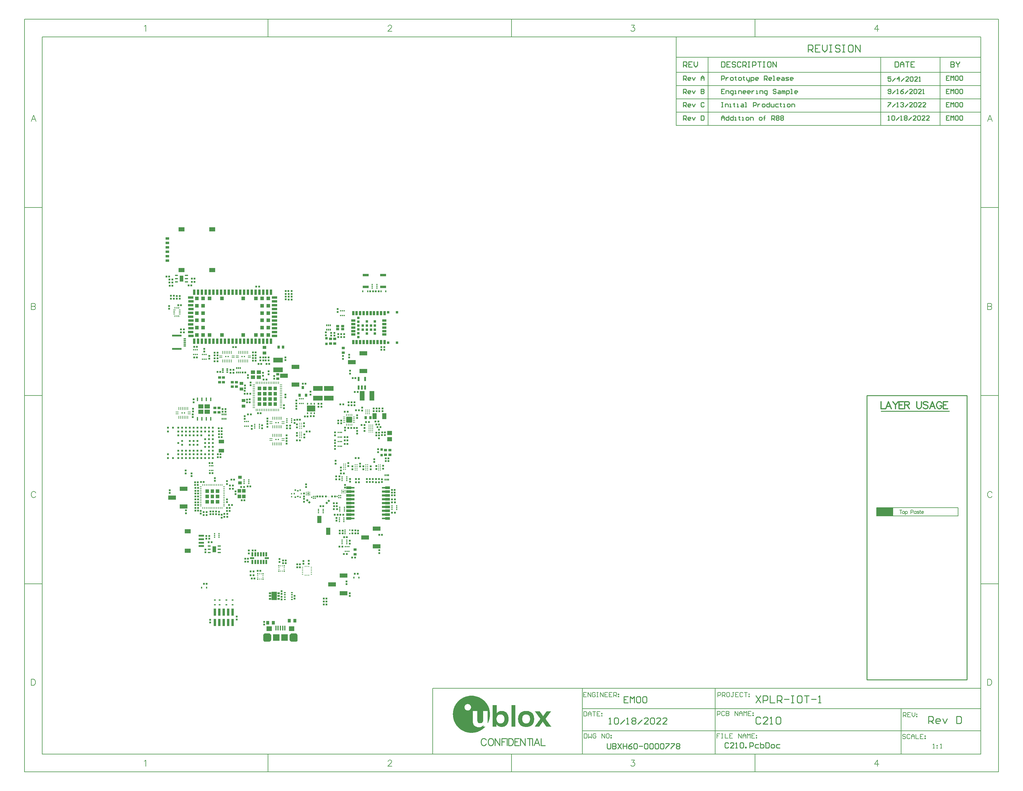
<source format=gtp>
G04*
G04 #@! TF.GenerationSoftware,Altium Limited,Altium Designer,23.0.1 (38)*
G04*
G04 Layer_Color=8421504*
%FSLAX44Y44*%
%MOMM*%
G71*
G04*
G04 #@! TF.SameCoordinates,B12E620B-8F76-40C0-9090-1E76C6094A63*
G04*
G04*
G04 #@! TF.FilePolarity,Positive*
G04*
G01*
G75*
%ADD11C,0.1270*%
%ADD14C,0.2540*%
%ADD16C,0.2000*%
%ADD25R,4.8260X2.4130*%
%ADD26C,0.2997*%
%ADD27C,0.1778*%
%ADD28C,0.1250*%
%ADD29R,0.7500X1.5500*%
%ADD30R,1.5500X0.7500*%
%ADD31R,0.4000X0.4000*%
%ADD32R,0.5500X0.5200*%
%ADD33R,1.5500X1.0000*%
%ADD34R,1.0000X1.1000*%
%ADD35R,1.2000X1.1000*%
%ADD36R,0.6500X0.2200*%
%ADD37R,0.5500X0.2200*%
%ADD38R,0.2200X0.5500*%
%ADD39R,0.4400X0.9800*%
%ADD40R,1.6000X1.4000*%
%ADD41R,0.4000X1.3500*%
%ADD42R,1.9000X1.9000*%
%ADD43C,0.3500*%
%ADD44R,0.7000X0.3500*%
%ADD45R,1.0000X1.7000*%
%ADD46R,0.4500X0.3000*%
%ADD47R,0.5500X1.3000*%
%ADD48R,0.8000X0.9000*%
%ADD49R,0.3000X0.3600*%
%ADD50R,0.4000X0.5000*%
%ADD51R,1.8000X1.2000*%
%ADD52R,1.5500X0.6000*%
%ADD53R,0.3300X0.1500*%
%ADD54R,1.0500X1.0500*%
%ADD55R,1.4500X1.1500*%
%ADD56R,0.7500X0.9000*%
%ADD57O,0.2000X0.7000*%
%ADD58O,0.7000X0.2000*%
%ADD59O,0.2000X0.5500*%
%ADD60O,0.5500X0.2000*%
G04:AMPARAMS|DCode=61|XSize=1.68mm|YSize=1.68mm|CornerRadius=0.084mm|HoleSize=0mm|Usage=FLASHONLY|Rotation=180.000|XOffset=0mm|YOffset=0mm|HoleType=Round|Shape=RoundedRectangle|*
%AMROUNDEDRECTD61*
21,1,1.6800,1.5120,0,0,180.0*
21,1,1.5120,1.6800,0,0,180.0*
1,1,0.1680,-0.7560,0.7560*
1,1,0.1680,0.7560,0.7560*
1,1,0.1680,0.7560,-0.7560*
1,1,0.1680,-0.7560,-0.7560*
%
%ADD61ROUNDEDRECTD61*%
G04:AMPARAMS|DCode=62|XSize=0.6mm|YSize=0.24mm|CornerRadius=0.06mm|HoleSize=0mm|Usage=FLASHONLY|Rotation=180.000|XOffset=0mm|YOffset=0mm|HoleType=Round|Shape=RoundedRectangle|*
%AMROUNDEDRECTD62*
21,1,0.6000,0.1200,0,0,180.0*
21,1,0.4800,0.2400,0,0,180.0*
1,1,0.1200,-0.2400,0.0600*
1,1,0.1200,0.2400,0.0600*
1,1,0.1200,0.2400,-0.0600*
1,1,0.1200,-0.2400,-0.0600*
%
%ADD62ROUNDEDRECTD62*%
G04:AMPARAMS|DCode=63|XSize=0.6mm|YSize=0.24mm|CornerRadius=0.06mm|HoleSize=0mm|Usage=FLASHONLY|Rotation=270.000|XOffset=0mm|YOffset=0mm|HoleType=Round|Shape=RoundedRectangle|*
%AMROUNDEDRECTD63*
21,1,0.6000,0.1200,0,0,270.0*
21,1,0.4800,0.2400,0,0,270.0*
1,1,0.1200,-0.0600,-0.2400*
1,1,0.1200,-0.0600,0.2400*
1,1,0.1200,0.0600,0.2400*
1,1,0.1200,0.0600,-0.2400*
%
%ADD63ROUNDEDRECTD63*%
%ADD64R,0.8500X0.2000*%
%ADD65R,0.2000X0.8500*%
G04:AMPARAMS|DCode=66|XSize=0.3mm|YSize=0.375mm|CornerRadius=0.015mm|HoleSize=0mm|Usage=FLASHONLY|Rotation=0.000|XOffset=0mm|YOffset=0mm|HoleType=Round|Shape=RoundedRectangle|*
%AMROUNDEDRECTD66*
21,1,0.3000,0.3450,0,0,0.0*
21,1,0.2700,0.3750,0,0,0.0*
1,1,0.0300,0.1350,-0.1725*
1,1,0.0300,-0.1350,-0.1725*
1,1,0.0300,-0.1350,0.1725*
1,1,0.0300,0.1350,0.1725*
%
%ADD66ROUNDEDRECTD66*%
%ADD67R,0.6000X0.6000*%
%ADD68R,0.7000X0.7000*%
%ADD69R,0.7000X0.7000*%
%ADD70R,1.1500X0.7000*%
%ADD71R,0.7000X1.1500*%
%ADD72R,0.9000X0.7500*%
%ADD73R,0.2750X0.3000*%
%ADD74R,0.3000X0.3000*%
%ADD75R,0.3000X0.2750*%
%ADD76R,0.3000X0.2750*%
%ADD77R,0.3000X0.3000*%
%ADD78R,0.2750X0.3000*%
%ADD79R,0.8000X0.8000*%
%ADD80R,0.5200X0.4900*%
%ADD81R,0.5000X0.5500*%
%ADD82R,0.2500X0.3500*%
%ADD83R,0.3500X0.2500*%
G04:AMPARAMS|DCode=84|XSize=1.5mm|YSize=2.45mm|CornerRadius=0.075mm|HoleSize=0mm|Usage=FLASHONLY|Rotation=0.000|XOffset=0mm|YOffset=0mm|HoleType=Round|Shape=RoundedRectangle|*
%AMROUNDEDRECTD84*
21,1,1.5000,2.3000,0,0,0.0*
21,1,1.3500,2.4500,0,0,0.0*
1,1,0.1500,0.6750,-1.1500*
1,1,0.1500,-0.6750,-1.1500*
1,1,0.1500,-0.6750,1.1500*
1,1,0.1500,0.6750,1.1500*
%
%ADD84ROUNDEDRECTD84*%
G04:AMPARAMS|DCode=85|XSize=0.6mm|YSize=0.5mm|CornerRadius=0.025mm|HoleSize=0mm|Usage=FLASHONLY|Rotation=0.000|XOffset=0mm|YOffset=0mm|HoleType=Round|Shape=RoundedRectangle|*
%AMROUNDEDRECTD85*
21,1,0.6000,0.4500,0,0,0.0*
21,1,0.5500,0.5000,0,0,0.0*
1,1,0.0500,0.2750,-0.2250*
1,1,0.0500,-0.2750,-0.2250*
1,1,0.0500,-0.2750,0.2250*
1,1,0.0500,0.2750,0.2250*
%
%ADD85ROUNDEDRECTD85*%
%ADD86R,2.2000X1.2700*%
%ADD87R,1.2700X2.0320*%
%ADD88R,1.8000X1.3000*%
%ADD89R,1.1400X0.8000*%
%ADD90R,1.2500X1.8000*%
%ADD91R,0.7600X2.0300*%
G04:AMPARAMS|DCode=92|XSize=0.3mm|YSize=0.55mm|CornerRadius=0.015mm|HoleSize=0mm|Usage=FLASHONLY|Rotation=90.000|XOffset=0mm|YOffset=0mm|HoleType=Round|Shape=RoundedRectangle|*
%AMROUNDEDRECTD92*
21,1,0.3000,0.5200,0,0,90.0*
21,1,0.2700,0.5500,0,0,90.0*
1,1,0.0300,0.2600,0.1350*
1,1,0.0300,0.2600,-0.1350*
1,1,0.0300,-0.2600,-0.1350*
1,1,0.0300,-0.2600,0.1350*
%
%ADD92ROUNDEDRECTD92*%
%ADD93R,0.4500X0.6000*%
G04:AMPARAMS|DCode=94|XSize=1.61mm|YSize=2.36mm|CornerRadius=0mm|HoleSize=0mm|Usage=FLASHONLY|Rotation=270.000|XOffset=0mm|YOffset=0mm|HoleType=Round|Shape=RoundedRectangle|*
%AMROUNDEDRECTD94*
21,1,1.6100,2.3600,0,0,270.0*
21,1,1.6100,2.3600,0,0,270.0*
1,1,0.0000,-1.1800,-0.8050*
1,1,0.0000,-1.1800,0.8050*
1,1,0.0000,1.1800,0.8050*
1,1,0.0000,1.1800,-0.8050*
%
%ADD94ROUNDEDRECTD94*%
%ADD95R,0.5000X0.3500*%
%ADD96R,2.8000X1.4000*%
%ADD97R,1.0000X0.9500*%
%ADD98R,1.7000X0.8000*%
%ADD99R,2.8000X0.6000*%
%ADD100R,0.8000X0.3000*%
G04:AMPARAMS|DCode=101|XSize=1.145mm|YSize=0.55mm|CornerRadius=0.0275mm|HoleSize=0mm|Usage=FLASHONLY|Rotation=90.000|XOffset=0mm|YOffset=0mm|HoleType=Round|Shape=RoundedRectangle|*
%AMROUNDEDRECTD101*
21,1,1.1450,0.4950,0,0,90.0*
21,1,1.0900,0.5500,0,0,90.0*
1,1,0.0550,0.2475,0.5450*
1,1,0.0550,0.2475,-0.5450*
1,1,0.0550,-0.2475,-0.5450*
1,1,0.0550,-0.2475,0.5450*
%
%ADD101ROUNDEDRECTD101*%
G04:AMPARAMS|DCode=102|XSize=1.145mm|YSize=0.55mm|CornerRadius=0.0275mm|HoleSize=0mm|Usage=FLASHONLY|Rotation=180.000|XOffset=0mm|YOffset=0mm|HoleType=Round|Shape=RoundedRectangle|*
%AMROUNDEDRECTD102*
21,1,1.1450,0.4950,0,0,180.0*
21,1,1.0900,0.5500,0,0,180.0*
1,1,0.0550,-0.5450,0.2475*
1,1,0.0550,0.5450,0.2475*
1,1,0.0550,0.5450,-0.2475*
1,1,0.0550,-0.5450,-0.2475*
%
%ADD102ROUNDEDRECTD102*%
%ADD103R,0.9500X1.0000*%
%ADD104R,1.4000X2.8000*%
%ADD105R,0.5200X0.5500*%
G04:AMPARAMS|DCode=106|XSize=0.3mm|YSize=0.55mm|CornerRadius=0.015mm|HoleSize=0mm|Usage=FLASHONLY|Rotation=0.000|XOffset=0mm|YOffset=0mm|HoleType=Round|Shape=RoundedRectangle|*
%AMROUNDEDRECTD106*
21,1,0.3000,0.5200,0,0,0.0*
21,1,0.2700,0.5500,0,0,0.0*
1,1,0.0300,0.1350,-0.2600*
1,1,0.0300,-0.1350,-0.2600*
1,1,0.0300,-0.1350,0.2600*
1,1,0.0300,0.1350,0.2600*
%
%ADD106ROUNDEDRECTD106*%
%ADD107R,0.8500X0.6500*%
%ADD108R,0.3000X0.4500*%
%ADD109R,0.5500X0.5000*%
G04:AMPARAMS|DCode=110|XSize=0.55mm|YSize=0.52mm|CornerRadius=0mm|HoleSize=0mm|Usage=FLASHONLY|Rotation=45.000|XOffset=0mm|YOffset=0mm|HoleType=Round|Shape=Rectangle|*
%AMROTATEDRECTD110*
4,1,4,-0.0106,-0.3783,-0.3783,-0.0106,0.0106,0.3783,0.3783,0.0106,-0.0106,-0.3783,0.0*
%
%ADD110ROTATEDRECTD110*%

G04:AMPARAMS|DCode=111|XSize=0.55mm|YSize=0.52mm|CornerRadius=0mm|HoleSize=0mm|Usage=FLASHONLY|Rotation=315.000|XOffset=0mm|YOffset=0mm|HoleType=Round|Shape=Rectangle|*
%AMROTATEDRECTD111*
4,1,4,-0.3783,0.0106,-0.0106,0.3783,0.3783,-0.0106,0.0106,-0.3783,-0.3783,0.0106,0.0*
%
%ADD111ROTATEDRECTD111*%

%ADD112R,0.5000X0.4000*%
G36*
X325136Y736577D02*
Y726577D01*
X315136D01*
X315136Y736577D01*
X325136Y736577D01*
D02*
G37*
G36*
X310136D02*
Y726577D01*
X300136Y726577D01*
Y736577D01*
X310136Y736577D01*
D02*
G37*
G36*
X295136D02*
Y726577D01*
X285136Y726577D01*
X285136Y736577D01*
X295136Y736577D01*
D02*
G37*
G36*
X280136D02*
Y726577D01*
X270136D01*
Y736577D01*
X280136Y736577D01*
D02*
G37*
G36*
X325136Y711577D02*
X315136D01*
X315136Y721577D01*
X325136Y721577D01*
X325136Y711577D01*
D02*
G37*
G36*
X310136Y721577D02*
X310136Y711577D01*
X300136D01*
Y721577D01*
X310136Y721577D01*
D02*
G37*
G36*
X295136Y711577D02*
X285136D01*
X285136Y721577D01*
X295136Y721577D01*
Y711577D01*
D02*
G37*
G36*
X280136D02*
X270136D01*
Y721577D01*
X280136D01*
X280136Y711577D01*
D02*
G37*
G36*
X280136Y696577D02*
X270136D01*
Y706577D01*
X280136D01*
X280136Y696577D01*
D02*
G37*
G36*
X325136D02*
X315136Y696577D01*
X315136Y706577D01*
X325136D01*
X325136Y696577D01*
D02*
G37*
G36*
X310136D02*
X300136Y696577D01*
Y706577D01*
X310136D01*
X310136Y696577D01*
D02*
G37*
G36*
X295136Y696577D02*
X285136Y696577D01*
X285136Y706577D01*
X295136D01*
Y696577D01*
D02*
G37*
G36*
X325136Y681577D02*
X315136D01*
Y691577D01*
X325136D01*
Y681577D01*
D02*
G37*
G36*
X310136D02*
X300136D01*
Y691577D01*
X310136Y691577D01*
Y681577D01*
D02*
G37*
G36*
X295136Y691577D02*
Y681577D01*
X285136D01*
Y691577D01*
X295136Y691577D01*
D02*
G37*
G36*
X280136Y681577D02*
X270136D01*
Y691577D01*
X280136D01*
Y681577D01*
D02*
G37*
G36*
X132250Y674200D02*
X117650D01*
Y685800D01*
X132250Y685800D01*
X132250Y674200D01*
D02*
G37*
G36*
X114050Y685800D02*
X114050Y674200D01*
X99450D01*
Y685800D01*
X114050Y685800D01*
D02*
G37*
G36*
X591138Y670390D02*
X591278Y670249D01*
X591355Y670065D01*
Y669966D01*
Y668466D01*
Y668366D01*
X591278Y668183D01*
X591138Y668042D01*
X590954Y667966D01*
X589255D01*
X589071Y668042D01*
X588931Y668183D01*
X588855Y668366D01*
Y668466D01*
Y669966D01*
Y670065D01*
X588931Y670249D01*
X589071Y670390D01*
X589255Y670466D01*
X590954D01*
X591138Y670390D01*
D02*
G37*
G36*
X586138D02*
X586278Y670249D01*
X586355Y670065D01*
Y669966D01*
Y668466D01*
Y668366D01*
X586278Y668183D01*
X586138Y668042D01*
X585954Y667966D01*
X584255D01*
X584071Y668042D01*
X583931Y668183D01*
X583855Y668366D01*
Y668466D01*
Y669966D01*
Y670065D01*
X583931Y670249D01*
X584071Y670390D01*
X584255Y670466D01*
X585954D01*
X586138Y670390D01*
D02*
G37*
G36*
X581138D02*
X581278Y670249D01*
X581355Y670065D01*
Y669966D01*
Y668466D01*
Y668366D01*
X581278Y668183D01*
X581138Y668042D01*
X580954Y667966D01*
X579255D01*
X579071Y668042D01*
X578931Y668183D01*
X578855Y668366D01*
Y668466D01*
Y669966D01*
Y670065D01*
X578931Y670249D01*
X579071Y670390D01*
X579255Y670466D01*
X580954D01*
X581138Y670390D01*
D02*
G37*
G36*
X591138Y665390D02*
X591278Y665249D01*
X591355Y665065D01*
Y664966D01*
Y663466D01*
Y663366D01*
X591278Y663183D01*
X591138Y663042D01*
X590954Y662966D01*
X589255D01*
X589071Y663042D01*
X588931Y663183D01*
X588855Y663366D01*
Y663466D01*
Y664966D01*
Y665065D01*
X588931Y665249D01*
X589071Y665390D01*
X589255Y665466D01*
X590954D01*
X591138Y665390D01*
D02*
G37*
G36*
X586138D02*
X586278Y665249D01*
X586355Y665065D01*
Y664966D01*
Y663466D01*
Y663366D01*
X586278Y663183D01*
X586138Y663042D01*
X585954Y662966D01*
X584255D01*
X584071Y663042D01*
X583931Y663183D01*
X583855Y663366D01*
Y663466D01*
Y664966D01*
Y665065D01*
X583931Y665249D01*
X584071Y665390D01*
X584255Y665466D01*
X585954D01*
X586138Y665390D01*
D02*
G37*
G36*
X581138D02*
X581278Y665249D01*
X581355Y665065D01*
Y664966D01*
Y663466D01*
Y663366D01*
X581278Y663183D01*
X581138Y663042D01*
X580954Y662966D01*
X579255D01*
X579071Y663042D01*
X578931Y663183D01*
X578855Y663366D01*
Y663466D01*
Y664966D01*
Y665065D01*
X578931Y665249D01*
X579071Y665390D01*
X579255Y665466D01*
X580954D01*
X581138Y665390D01*
D02*
G37*
G36*
X114050Y659000D02*
X99450Y659000D01*
Y670600D01*
X114050D01*
X114050Y659000D01*
D02*
G37*
G36*
X132250Y659000D02*
X117650D01*
Y670600D01*
X132250D01*
Y659000D01*
D02*
G37*
G36*
X591138Y660390D02*
X591278Y660249D01*
X591355Y660065D01*
Y659966D01*
Y658466D01*
Y658366D01*
X591278Y658183D01*
X591138Y658042D01*
X590954Y657966D01*
X589255D01*
X589071Y658042D01*
X588931Y658183D01*
X588855Y658366D01*
Y658466D01*
Y659966D01*
Y660065D01*
X588931Y660249D01*
X589071Y660390D01*
X589255Y660466D01*
X590954D01*
X591138Y660390D01*
D02*
G37*
G36*
X586138D02*
X586278Y660249D01*
X586355Y660065D01*
Y659966D01*
Y658466D01*
Y658366D01*
X586278Y658183D01*
X586138Y658042D01*
X585954Y657966D01*
X584255D01*
X584071Y658042D01*
X583931Y658183D01*
X583855Y658366D01*
Y658466D01*
Y659966D01*
Y660065D01*
X583931Y660249D01*
X584071Y660390D01*
X584255Y660466D01*
X585954D01*
X586138Y660390D01*
D02*
G37*
G36*
X581138D02*
X581278Y660249D01*
X581355Y660065D01*
Y659966D01*
Y658466D01*
Y658366D01*
X581278Y658183D01*
X581138Y658042D01*
X580954Y657966D01*
X579255D01*
X579071Y658042D01*
X578931Y658183D01*
X578855Y658366D01*
Y658466D01*
Y659966D01*
Y660065D01*
X578931Y660249D01*
X579071Y660390D01*
X579255Y660466D01*
X580954D01*
X581138Y660390D01*
D02*
G37*
G36*
X396820Y632924D02*
X396961Y632783D01*
X397037Y632599D01*
Y632500D01*
Y631000D01*
Y630900D01*
X396961Y630717D01*
X396820Y630576D01*
X396636Y630500D01*
X394937D01*
X394754Y630576D01*
X394613Y630717D01*
X394537Y630900D01*
Y631000D01*
Y632500D01*
Y632599D01*
X394613Y632783D01*
X394754Y632924D01*
X394937Y633000D01*
X396636D01*
X396820Y632924D01*
D02*
G37*
G36*
X391820D02*
X391961Y632783D01*
X392037Y632599D01*
Y632500D01*
Y631000D01*
Y630900D01*
X391961Y630717D01*
X391820Y630576D01*
X391636Y630500D01*
X389937D01*
X389754Y630576D01*
X389613Y630717D01*
X389537Y630900D01*
Y631000D01*
Y632500D01*
Y632599D01*
X389613Y632783D01*
X389754Y632924D01*
X389937Y633000D01*
X391636D01*
X391820Y632924D01*
D02*
G37*
G36*
X396820Y627924D02*
X396961Y627783D01*
X397037Y627599D01*
Y627500D01*
Y626000D01*
Y625900D01*
X396961Y625717D01*
X396820Y625576D01*
X396636Y625500D01*
X394937D01*
X394754Y625576D01*
X394613Y625717D01*
X394537Y625900D01*
Y626000D01*
Y627500D01*
Y627599D01*
X394613Y627783D01*
X394754Y627924D01*
X394937Y628000D01*
X396636D01*
X396820Y627924D01*
D02*
G37*
G36*
X391820D02*
X391961Y627783D01*
X392037Y627599D01*
Y627500D01*
Y626000D01*
Y625900D01*
X391961Y625717D01*
X391820Y625576D01*
X391636Y625500D01*
X389937D01*
X389754Y625576D01*
X389613Y625717D01*
X389537Y625900D01*
Y626000D01*
Y627500D01*
Y627599D01*
X389613Y627783D01*
X389754Y627924D01*
X389937Y628000D01*
X391636D01*
X391820Y627924D01*
D02*
G37*
G36*
X600331Y627596D02*
X600472Y627455D01*
X600548Y627271D01*
Y627172D01*
Y627172D01*
Y625672D01*
Y625573D01*
X600472Y625389D01*
X600331Y625248D01*
X600148Y625172D01*
X600048D01*
Y625172D01*
X598449D01*
X598265Y625248D01*
X598124Y625389D01*
X598048Y625573D01*
Y625672D01*
Y627172D01*
Y627271D01*
X598124Y627455D01*
X598265Y627596D01*
X598449Y627672D01*
X598548D01*
X600048Y627672D01*
X600148D01*
X600331Y627596D01*
D02*
G37*
G36*
X595331D02*
X595472Y627455D01*
X595548Y627271D01*
Y627172D01*
Y627172D01*
Y625672D01*
Y625573D01*
X595472Y625389D01*
X595331Y625248D01*
X595148Y625172D01*
X595048D01*
Y625172D01*
X593449D01*
X593265Y625248D01*
X593124Y625389D01*
X593048Y625573D01*
Y625672D01*
Y627172D01*
Y627271D01*
X593124Y627455D01*
X593265Y627596D01*
X593449Y627672D01*
X593548D01*
X595048Y627672D01*
X595148D01*
X595331Y627596D01*
D02*
G37*
G36*
X590332D02*
X590472Y627455D01*
X590548Y627271D01*
Y627172D01*
Y627172D01*
Y625672D01*
Y625573D01*
X590472Y625389D01*
X590332Y625248D01*
X590148Y625172D01*
X590048D01*
Y625172D01*
X588449D01*
X588265Y625248D01*
X588125Y625389D01*
X588048Y625573D01*
Y625672D01*
Y627172D01*
Y627271D01*
X588125Y627455D01*
X588265Y627596D01*
X588449Y627672D01*
X588548D01*
X590048Y627672D01*
X590148D01*
X590332Y627596D01*
D02*
G37*
G36*
X396820Y622924D02*
X396961Y622783D01*
X397037Y622599D01*
Y622500D01*
Y621000D01*
Y620900D01*
X396961Y620717D01*
X396820Y620576D01*
X396636Y620500D01*
X394937D01*
X394754Y620576D01*
X394613Y620717D01*
X394537Y620900D01*
Y621000D01*
Y622500D01*
Y622599D01*
X394613Y622783D01*
X394754Y622924D01*
X394937Y623000D01*
X396636D01*
X396820Y622924D01*
D02*
G37*
G36*
X391820D02*
X391961Y622783D01*
X392037Y622599D01*
Y622500D01*
Y621000D01*
Y620900D01*
X391961Y620717D01*
X391820Y620576D01*
X391636Y620500D01*
X389937D01*
X389754Y620576D01*
X389613Y620717D01*
X389537Y620900D01*
Y621000D01*
Y622500D01*
Y622599D01*
X389613Y622783D01*
X389754Y622924D01*
X389937Y623000D01*
X391636D01*
X391820Y622924D01*
D02*
G37*
G36*
X600331Y622596D02*
X600472Y622455D01*
X600548Y622271D01*
Y622172D01*
Y620672D01*
Y620573D01*
X600472Y620389D01*
X600331Y620248D01*
X600148Y620172D01*
X598449D01*
X598265Y620248D01*
X598124Y620389D01*
X598048Y620573D01*
Y620672D01*
Y622172D01*
Y622271D01*
X598124Y622455D01*
X598265Y622596D01*
X598449Y622672D01*
X600148D01*
X600331Y622596D01*
D02*
G37*
G36*
X595331D02*
X595472Y622455D01*
X595548Y622271D01*
Y622172D01*
Y620672D01*
Y620573D01*
X595472Y620389D01*
X595331Y620248D01*
X595148Y620172D01*
X593449D01*
X593265Y620248D01*
X593124Y620389D01*
X593048Y620573D01*
Y620672D01*
Y622172D01*
Y622271D01*
X593124Y622455D01*
X593265Y622596D01*
X593449Y622672D01*
X595148D01*
X595331Y622596D01*
D02*
G37*
G36*
X590332D02*
X590472Y622455D01*
X590548Y622271D01*
Y622172D01*
X590548D01*
X590548Y620672D01*
Y620573D01*
X590472Y620389D01*
X590332Y620248D01*
X590148Y620172D01*
X588449D01*
X588265Y620248D01*
X588125Y620389D01*
X588048Y620573D01*
Y620672D01*
Y622172D01*
Y622271D01*
X588125Y622455D01*
X588265Y622596D01*
X588449Y622672D01*
X590148D01*
X590332Y622596D01*
D02*
G37*
G36*
X396820Y617924D02*
X396961Y617783D01*
X397037Y617599D01*
Y617500D01*
Y616000D01*
Y615900D01*
X396961Y615717D01*
X396820Y615576D01*
X396636Y615500D01*
X394937D01*
X394754Y615576D01*
X394613Y615717D01*
X394537Y615900D01*
Y616000D01*
Y617500D01*
Y617599D01*
X394613Y617783D01*
X394754Y617924D01*
X394937Y618000D01*
X396636D01*
X396820Y617924D01*
D02*
G37*
G36*
X391820D02*
X391961Y617783D01*
X392037Y617599D01*
Y617500D01*
Y616000D01*
Y615900D01*
X391961Y615717D01*
X391820Y615576D01*
X391636Y615500D01*
X389937D01*
X389754Y615576D01*
X389613Y615717D01*
X389537Y615900D01*
Y616000D01*
Y617500D01*
Y617599D01*
X389613Y617783D01*
X389754Y617924D01*
X389937Y618000D01*
X391636D01*
X391820Y617924D01*
D02*
G37*
G36*
X600331Y617596D02*
X600472Y617455D01*
X600548Y617271D01*
Y617172D01*
Y615672D01*
Y615573D01*
X600472Y615389D01*
X600331Y615248D01*
X600148Y615172D01*
X598449D01*
X598265Y615248D01*
X598124Y615389D01*
X598048Y615573D01*
Y615672D01*
Y617172D01*
Y617271D01*
X598124Y617455D01*
X598265Y617596D01*
X598449Y617672D01*
X600148D01*
X600331Y617596D01*
D02*
G37*
G36*
X595331D02*
X595472Y617455D01*
X595548Y617271D01*
Y617172D01*
Y615672D01*
Y615573D01*
X595472Y615389D01*
X595331Y615248D01*
X595148Y615172D01*
X593449D01*
X593265Y615248D01*
X593124Y615389D01*
X593048Y615573D01*
Y615672D01*
X593048D01*
X593048Y617172D01*
Y617271D01*
X593124Y617455D01*
X593265Y617596D01*
X593449Y617672D01*
X595148D01*
X595331Y617596D01*
D02*
G37*
G36*
X590332D02*
X590472Y617455D01*
X590548Y617271D01*
Y617172D01*
Y615672D01*
Y615573D01*
X590472Y615389D01*
X590332Y615248D01*
X590148Y615172D01*
X588449D01*
X588265Y615248D01*
X588125Y615389D01*
X588048Y615573D01*
Y615672D01*
X588048D01*
X588048Y617172D01*
Y617271D01*
X588125Y617455D01*
X588265Y617596D01*
X588449Y617672D01*
X590148D01*
X590332Y617596D01*
D02*
G37*
G36*
X600331Y612596D02*
X600472Y612455D01*
X600548Y612271D01*
Y612172D01*
Y610672D01*
Y610573D01*
X600472Y610389D01*
X600331Y610248D01*
X600148Y610172D01*
X598449D01*
X598265Y610248D01*
X598124Y610389D01*
X598048Y610573D01*
Y610672D01*
Y612172D01*
Y612271D01*
X598124Y612455D01*
X598265Y612596D01*
X598449Y612672D01*
X600148D01*
X600331Y612596D01*
D02*
G37*
G36*
X595331D02*
X595472Y612455D01*
X595548Y612271D01*
Y612172D01*
Y610672D01*
Y610573D01*
X595472Y610389D01*
X595331Y610248D01*
X595148Y610172D01*
X593449D01*
X593265Y610248D01*
X593124Y610389D01*
X593048Y610573D01*
Y610672D01*
X593048D01*
X593048Y612172D01*
Y612271D01*
X593124Y612455D01*
X593265Y612596D01*
X593449Y612672D01*
X595148D01*
X595331Y612596D01*
D02*
G37*
G36*
X590332D02*
X590472Y612455D01*
X590548Y612271D01*
Y612172D01*
Y610672D01*
Y610573D01*
X590472Y610389D01*
X590332Y610248D01*
X590148Y610172D01*
X588449D01*
X588265Y610248D01*
X588125Y610389D01*
X588048Y610573D01*
Y610672D01*
X588048D01*
X588048Y612172D01*
Y612271D01*
X588125Y612455D01*
X588265Y612596D01*
X588449Y612672D01*
X590148D01*
X590332Y612596D01*
D02*
G37*
G36*
X600331Y607596D02*
X600472Y607455D01*
X600548Y607271D01*
Y607172D01*
Y605672D01*
Y605573D01*
X600472Y605389D01*
X600331Y605248D01*
X600148Y605172D01*
X598449D01*
X598265Y605248D01*
X598124Y605389D01*
X598048Y605573D01*
Y605672D01*
Y607172D01*
Y607271D01*
X598124Y607455D01*
X598265Y607596D01*
X598449Y607672D01*
X600148D01*
X600331Y607596D01*
D02*
G37*
G36*
X595331D02*
X595472Y607455D01*
X595548Y607271D01*
Y607172D01*
Y605672D01*
Y605573D01*
X595472Y605389D01*
X595331Y605248D01*
X595148Y605172D01*
X593449D01*
X593265Y605248D01*
X593124Y605389D01*
X593048Y605573D01*
Y605672D01*
X593048D01*
X593048Y607172D01*
Y607271D01*
X593124Y607455D01*
X593265Y607596D01*
X593449Y607672D01*
X595148D01*
X595331Y607596D01*
D02*
G37*
G36*
X590332D02*
X590472Y607455D01*
X590548Y607271D01*
Y607172D01*
Y605672D01*
Y605573D01*
X590472Y605389D01*
X590332Y605248D01*
X590148Y605172D01*
X588449D01*
X588265Y605248D01*
X588125Y605389D01*
X588048Y605573D01*
Y605672D01*
Y605672D01*
Y607172D01*
Y607271D01*
X588125Y607455D01*
X588265Y607596D01*
X588449Y607672D01*
X590148D01*
X590332Y607596D01*
D02*
G37*
G36*
X396698Y606981D02*
X396839Y606840D01*
X396915Y606656D01*
Y606557D01*
Y605057D01*
Y604958D01*
X396839Y604774D01*
X396698Y604633D01*
X396514Y604557D01*
X394815D01*
X394632Y604633D01*
X394491Y604774D01*
X394415Y604958D01*
Y605057D01*
Y606557D01*
Y606656D01*
X394491Y606840D01*
X394632Y606981D01*
X394815Y607057D01*
X396514D01*
X396698Y606981D01*
D02*
G37*
G36*
X391698D02*
X391839Y606840D01*
X391915Y606656D01*
Y606557D01*
Y605057D01*
Y604958D01*
X391839Y604774D01*
X391698Y604633D01*
X391514Y604557D01*
X389815D01*
X389632Y604633D01*
X389491Y604774D01*
X389415Y604958D01*
Y605057D01*
Y606557D01*
Y606656D01*
X389491Y606840D01*
X389632Y606981D01*
X389815Y607057D01*
X391514D01*
X391698Y606981D01*
D02*
G37*
G36*
X396698Y601981D02*
X396839Y601840D01*
X396915Y601656D01*
Y601557D01*
Y600057D01*
Y599958D01*
X396839Y599774D01*
X396698Y599633D01*
X396514Y599557D01*
X396415D01*
Y599557D01*
X394915Y599557D01*
X394815D01*
X394632Y599633D01*
X394491Y599774D01*
X394415Y599958D01*
Y600057D01*
Y601557D01*
Y601656D01*
X394491Y601840D01*
X394632Y601981D01*
X394815Y602057D01*
X396514D01*
X396698Y601981D01*
D02*
G37*
G36*
X391698D02*
X391839Y601840D01*
X391915Y601656D01*
Y601557D01*
Y600057D01*
Y599958D01*
X391839Y599774D01*
X391698Y599633D01*
X391514Y599557D01*
X391415D01*
Y599557D01*
X389915Y599557D01*
X389815D01*
X389632Y599633D01*
X389491Y599774D01*
X389415Y599958D01*
Y600057D01*
X389415D01*
X389415Y601557D01*
Y601656D01*
X389491Y601840D01*
X389632Y601981D01*
X389815Y602057D01*
X391514D01*
X391698Y601981D01*
D02*
G37*
G36*
X396698Y596981D02*
X396839Y596840D01*
X396915Y596656D01*
Y596557D01*
Y595057D01*
Y594958D01*
X396839Y594774D01*
X396698Y594633D01*
X396514Y594557D01*
X394815D01*
X394632Y594633D01*
X394491Y594774D01*
X394415Y594958D01*
Y595057D01*
Y596557D01*
Y596656D01*
X394491Y596840D01*
X394632Y596981D01*
X394815Y597057D01*
X396514D01*
X396698Y596981D01*
D02*
G37*
G36*
X391698D02*
X391839Y596840D01*
X391915Y596656D01*
Y596557D01*
Y595057D01*
Y594958D01*
X391839Y594774D01*
X391698Y594633D01*
X391514Y594557D01*
X389815D01*
X389632Y594633D01*
X389491Y594774D01*
X389415Y594958D01*
Y595057D01*
X389415D01*
X389415Y596557D01*
Y596656D01*
X389491Y596840D01*
X389632Y596981D01*
X389815Y597057D01*
X391514D01*
X391698Y596981D01*
D02*
G37*
G36*
X396698Y591981D02*
X396839Y591840D01*
X396915Y591656D01*
Y591557D01*
Y590057D01*
Y589958D01*
X396839Y589774D01*
X396698Y589633D01*
X396514Y589557D01*
X394815D01*
X394632Y589633D01*
X394491Y589774D01*
X394415Y589958D01*
Y590057D01*
Y591557D01*
Y591656D01*
X394491Y591840D01*
X394632Y591981D01*
X394815Y592057D01*
X396514D01*
X396698Y591981D01*
D02*
G37*
G36*
X391698D02*
X391839Y591840D01*
X391915Y591656D01*
Y591557D01*
Y590057D01*
Y589958D01*
X391839Y589774D01*
X391698Y589633D01*
X391514Y589557D01*
X389815D01*
X389632Y589633D01*
X389491Y589774D01*
X389415Y589958D01*
Y590057D01*
X389415D01*
X389415Y591557D01*
Y591656D01*
X389491Y591840D01*
X389632Y591981D01*
X389815Y592057D01*
X391514D01*
X391698Y591981D01*
D02*
G37*
G36*
X522533Y515424D02*
X522674Y515283D01*
X522750Y515099D01*
Y515000D01*
Y513500D01*
Y513400D01*
X522674Y513217D01*
X522533Y513076D01*
X522350Y513000D01*
X520650D01*
X520467Y513076D01*
X520326Y513217D01*
X520250Y513400D01*
Y513500D01*
Y515000D01*
Y515099D01*
X520326Y515283D01*
X520467Y515424D01*
X520650Y515500D01*
X522350D01*
X522533Y515424D01*
D02*
G37*
G36*
X517533D02*
X517674Y515283D01*
X517750Y515099D01*
Y515000D01*
X517750D01*
X517750Y513500D01*
Y513400D01*
X517674Y513217D01*
X517533Y513076D01*
X517350Y513000D01*
X515651D01*
X515467Y513076D01*
X515326Y513217D01*
X515250Y513400D01*
Y513500D01*
Y515000D01*
Y515099D01*
X515326Y515283D01*
X515467Y515424D01*
X515651Y515500D01*
X517350D01*
X517533Y515424D01*
D02*
G37*
G36*
X555533Y514174D02*
X555674Y514033D01*
X555750Y513849D01*
Y513750D01*
X555750D01*
X555750Y512250D01*
Y512150D01*
X555674Y511967D01*
X555533Y511826D01*
X555349Y511750D01*
X553651D01*
X553467Y511826D01*
X553326Y511967D01*
X553250Y512150D01*
Y512250D01*
Y513750D01*
Y513849D01*
X553326Y514033D01*
X553467Y514174D01*
X553651Y514250D01*
X555349D01*
X555533Y514174D01*
D02*
G37*
G36*
X550533D02*
X550674Y514033D01*
X550750Y513849D01*
Y513750D01*
Y512250D01*
Y512150D01*
X550674Y511967D01*
X550533Y511826D01*
X550349Y511750D01*
X548651D01*
X548467Y511826D01*
X548326Y511967D01*
X548250Y512150D01*
Y512250D01*
Y513750D01*
Y513849D01*
X548326Y514033D01*
X548467Y514174D01*
X548651Y514250D01*
X550349D01*
X550533Y514174D01*
D02*
G37*
G36*
X586415Y513957D02*
X586556Y513816D01*
X586632Y513633D01*
Y513533D01*
Y513533D01*
Y512033D01*
Y511934D01*
X586556Y511750D01*
X586415Y511609D01*
X586231Y511533D01*
X584533D01*
X584349Y511609D01*
X584208Y511750D01*
X584132Y511934D01*
Y512033D01*
Y513533D01*
Y513633D01*
X584208Y513816D01*
X584349Y513957D01*
X584533Y514033D01*
X586231D01*
X586415Y513957D01*
D02*
G37*
G36*
X581415D02*
X581556Y513816D01*
X581632Y513633D01*
Y513533D01*
X581632D01*
X581632Y512033D01*
Y511934D01*
X581556Y511750D01*
X581415Y511609D01*
X581231Y511533D01*
X579533D01*
X579349Y511609D01*
X579208Y511750D01*
X579132Y511934D01*
Y512033D01*
Y513533D01*
Y513633D01*
X579208Y513816D01*
X579349Y513957D01*
X579533Y514033D01*
X581231D01*
X581415Y513957D01*
D02*
G37*
G36*
X622915Y513424D02*
X623056Y513283D01*
X623132Y513099D01*
Y513000D01*
Y511500D01*
Y511400D01*
X623056Y511217D01*
X622915Y511076D01*
X622732Y511000D01*
X621033D01*
X620849Y511076D01*
X620708Y511217D01*
X620632Y511400D01*
Y511500D01*
Y513000D01*
Y513099D01*
X620708Y513283D01*
X620849Y513424D01*
X621033Y513500D01*
X622732D01*
X622915Y513424D01*
D02*
G37*
G36*
X617915D02*
X618056Y513283D01*
X618132Y513099D01*
Y513000D01*
X618132D01*
X618132Y511500D01*
Y511400D01*
X618056Y511217D01*
X617915Y511076D01*
X617732Y511000D01*
X616033D01*
X615849Y511076D01*
X615708Y511217D01*
X615632Y511400D01*
Y511500D01*
Y513000D01*
Y513099D01*
X615708Y513283D01*
X615849Y513424D01*
X616033Y513500D01*
X617732D01*
X617915Y513424D01*
D02*
G37*
G36*
X522533Y510424D02*
X522674Y510283D01*
X522750Y510099D01*
Y510000D01*
Y508500D01*
Y508400D01*
X522674Y508217D01*
X522533Y508076D01*
X522350Y508000D01*
X522250D01*
Y508000D01*
X520750Y508000D01*
X520650D01*
X520467Y508076D01*
X520326Y508217D01*
X520250Y508400D01*
Y508500D01*
Y510000D01*
Y510099D01*
X520326Y510283D01*
X520467Y510424D01*
X520650Y510500D01*
X522350D01*
X522533Y510424D01*
D02*
G37*
G36*
X517533D02*
X517674Y510283D01*
X517750Y510099D01*
Y510000D01*
Y508500D01*
Y508400D01*
X517674Y508217D01*
X517533Y508076D01*
X517350Y508000D01*
X517250D01*
Y508000D01*
X515750Y508000D01*
X515651D01*
X515467Y508076D01*
X515326Y508217D01*
X515250Y508400D01*
Y508500D01*
X515250D01*
X515250Y510000D01*
Y510099D01*
X515326Y510283D01*
X515467Y510424D01*
X515651Y510500D01*
X517350D01*
X517533Y510424D01*
D02*
G37*
G36*
X555533Y509174D02*
X555674Y509033D01*
X555750Y508849D01*
Y508750D01*
X555750D01*
X555750Y507250D01*
Y507150D01*
X555674Y506967D01*
X555533Y506826D01*
X555349Y506750D01*
X553651D01*
X553467Y506826D01*
X553326Y506967D01*
X553250Y507150D01*
Y507250D01*
Y508750D01*
Y508849D01*
X553326Y509033D01*
X553467Y509174D01*
X553651Y509250D01*
X555349D01*
X555533Y509174D01*
D02*
G37*
G36*
X550533D02*
X550674Y509033D01*
X550750Y508849D01*
Y508750D01*
Y507250D01*
Y507150D01*
X550674Y506967D01*
X550533Y506826D01*
X550349Y506750D01*
X548651D01*
X548467Y506826D01*
X548326Y506967D01*
X548250Y507150D01*
Y507250D01*
Y508750D01*
Y508849D01*
X548326Y509033D01*
X548467Y509174D01*
X548651Y509250D01*
X550349D01*
X550533Y509174D01*
D02*
G37*
G36*
X586415Y508957D02*
X586556Y508816D01*
X586632Y508633D01*
Y508533D01*
X586632D01*
X586632Y507033D01*
Y506934D01*
X586556Y506750D01*
X586415Y506609D01*
X586231Y506533D01*
X584533D01*
X584349Y506609D01*
X584208Y506750D01*
X584132Y506934D01*
Y507033D01*
Y508533D01*
Y508633D01*
X584208Y508816D01*
X584349Y508957D01*
X584533Y509033D01*
X586231D01*
X586415Y508957D01*
D02*
G37*
G36*
X581415D02*
X581556Y508816D01*
X581632Y508633D01*
Y508533D01*
X581632D01*
X581632Y507033D01*
Y506934D01*
X581556Y506750D01*
X581415Y506609D01*
X581231Y506533D01*
X579533D01*
X579349Y506609D01*
X579208Y506750D01*
X579132Y506934D01*
Y507033D01*
Y508533D01*
Y508633D01*
X579208Y508816D01*
X579349Y508957D01*
X579533Y509033D01*
X581231D01*
X581415Y508957D01*
D02*
G37*
G36*
X622915Y508424D02*
X623056Y508283D01*
X623132Y508099D01*
Y508000D01*
Y506500D01*
Y506400D01*
X623056Y506217D01*
X622915Y506076D01*
X622732Y506000D01*
X622632D01*
Y506000D01*
X621132Y506000D01*
X621033D01*
X620849Y506076D01*
X620708Y506217D01*
X620632Y506400D01*
Y506500D01*
Y508000D01*
Y508099D01*
X620708Y508283D01*
X620849Y508424D01*
X621033Y508500D01*
X622732D01*
X622915Y508424D01*
D02*
G37*
G36*
X617915D02*
X618056Y508283D01*
X618132Y508099D01*
Y508000D01*
Y506500D01*
Y506400D01*
X618056Y506217D01*
X617915Y506076D01*
X617732Y506000D01*
X617632D01*
Y506000D01*
X616132Y506000D01*
X616033D01*
X615849Y506076D01*
X615708Y506217D01*
X615632Y506400D01*
Y506500D01*
X615632D01*
X615632Y508000D01*
Y508099D01*
X615708Y508283D01*
X615849Y508424D01*
X616033Y508500D01*
X617732D01*
X617915Y508424D01*
D02*
G37*
G36*
X555533Y504174D02*
X555674Y504033D01*
X555750Y503849D01*
Y503750D01*
X555750D01*
X555750Y502250D01*
Y502151D01*
X555674Y501967D01*
X555533Y501826D01*
X555349Y501750D01*
X553651D01*
X553467Y501826D01*
X553326Y501967D01*
X553250Y502151D01*
Y502250D01*
Y503750D01*
Y503849D01*
X553326Y504033D01*
X553467Y504174D01*
X553651Y504250D01*
X553750D01*
Y504250D01*
X555250Y504250D01*
X555349D01*
X555533Y504174D01*
D02*
G37*
G36*
X550533D02*
X550674Y504033D01*
X550750Y503849D01*
Y503750D01*
Y502250D01*
Y502151D01*
X550674Y501967D01*
X550533Y501826D01*
X550349Y501750D01*
X548651D01*
X548467Y501826D01*
X548326Y501967D01*
X548250Y502151D01*
Y502250D01*
Y503750D01*
Y503849D01*
X548326Y504033D01*
X548467Y504174D01*
X548651Y504250D01*
X548750D01*
Y504250D01*
X550250Y504250D01*
X550349D01*
X550533Y504174D01*
D02*
G37*
G36*
X522533Y505424D02*
X522674Y505283D01*
X522750Y505099D01*
Y505000D01*
Y503500D01*
Y503400D01*
X522674Y503217D01*
X522533Y503076D01*
X522350Y503000D01*
X520650D01*
X520467Y503076D01*
X520326Y503217D01*
X520250Y503400D01*
Y503500D01*
Y505000D01*
Y505099D01*
X520326Y505283D01*
X520467Y505424D01*
X520650Y505500D01*
X522350D01*
X522533Y505424D01*
D02*
G37*
G36*
X517533D02*
X517674Y505283D01*
X517750Y505099D01*
Y505000D01*
Y503500D01*
Y503400D01*
X517674Y503217D01*
X517533Y503076D01*
X517350Y503000D01*
X515651D01*
X515467Y503076D01*
X515326Y503217D01*
X515250Y503400D01*
Y503500D01*
X515250D01*
X515250Y505000D01*
Y505099D01*
X515326Y505283D01*
X515467Y505424D01*
X515651Y505500D01*
X517350D01*
X517533Y505424D01*
D02*
G37*
G36*
X586415Y503957D02*
X586556Y503816D01*
X586632Y503633D01*
Y503533D01*
X586632D01*
X586632Y502033D01*
Y501934D01*
X586556Y501750D01*
X586415Y501609D01*
X586231Y501533D01*
X584533D01*
X584349Y501609D01*
X584208Y501750D01*
X584132Y501934D01*
Y502033D01*
Y503533D01*
Y503633D01*
X584208Y503816D01*
X584349Y503957D01*
X584533Y504033D01*
X586231D01*
X586415Y503957D01*
D02*
G37*
G36*
X581415D02*
X581556Y503816D01*
X581632Y503633D01*
Y503533D01*
X581632D01*
X581632Y502033D01*
Y501934D01*
X581556Y501750D01*
X581415Y501609D01*
X581231Y501533D01*
X579533D01*
X579349Y501609D01*
X579208Y501750D01*
X579132Y501934D01*
Y502033D01*
Y503533D01*
Y503633D01*
X579208Y503816D01*
X579349Y503957D01*
X579533Y504033D01*
X581231D01*
X581415Y503957D01*
D02*
G37*
G36*
X622915Y503424D02*
X623056Y503283D01*
X623132Y503099D01*
Y503000D01*
Y501500D01*
Y501400D01*
X623056Y501217D01*
X622915Y501076D01*
X622732Y501000D01*
X621033D01*
X620849Y501076D01*
X620708Y501217D01*
X620632Y501400D01*
Y501500D01*
Y503000D01*
Y503099D01*
X620708Y503283D01*
X620849Y503424D01*
X621033Y503500D01*
X622732D01*
X622915Y503424D01*
D02*
G37*
G36*
X617915D02*
X618056Y503283D01*
X618132Y503099D01*
Y503000D01*
Y501500D01*
Y501400D01*
X618056Y501217D01*
X617915Y501076D01*
X617732Y501000D01*
X616033D01*
X615849Y501076D01*
X615708Y501217D01*
X615632Y501400D01*
Y501500D01*
X615632D01*
X615632Y503000D01*
Y503099D01*
X615708Y503283D01*
X615849Y503424D01*
X616033Y503500D01*
X617732D01*
X617915Y503424D01*
D02*
G37*
G36*
X522533Y500424D02*
X522674Y500283D01*
X522750Y500099D01*
Y500000D01*
Y498500D01*
Y498401D01*
X522674Y498217D01*
X522533Y498076D01*
X522350Y498000D01*
X520650D01*
X520467Y498076D01*
X520326Y498217D01*
X520250Y498401D01*
Y498500D01*
Y500000D01*
Y500099D01*
X520326Y500283D01*
X520467Y500424D01*
X520650Y500500D01*
X522350D01*
X522533Y500424D01*
D02*
G37*
G36*
X517533D02*
X517674Y500283D01*
X517750Y500099D01*
Y500000D01*
Y498500D01*
Y498401D01*
X517674Y498217D01*
X517533Y498076D01*
X517350Y498000D01*
X515651D01*
X515467Y498076D01*
X515326Y498217D01*
X515250Y498401D01*
Y498500D01*
X515250D01*
X515250Y500000D01*
Y500099D01*
X515326Y500283D01*
X515467Y500424D01*
X515651Y500500D01*
X517350D01*
X517533Y500424D01*
D02*
G37*
G36*
X555533Y499174D02*
X555674Y499033D01*
X555750Y498849D01*
Y498750D01*
Y497250D01*
Y497150D01*
X555674Y496967D01*
X555533Y496826D01*
X555349Y496750D01*
X553651D01*
X553467Y496826D01*
X553326Y496967D01*
X553250Y497150D01*
Y497250D01*
X553250D01*
X553250Y498750D01*
Y498849D01*
X553326Y499033D01*
X553467Y499174D01*
X553651Y499250D01*
X555349D01*
X555533Y499174D01*
D02*
G37*
G36*
X550533D02*
X550674Y499033D01*
X550750Y498849D01*
Y498750D01*
Y497250D01*
Y497150D01*
X550674Y496967D01*
X550533Y496826D01*
X550349Y496750D01*
X548651D01*
X548467Y496826D01*
X548326Y496967D01*
X548250Y497150D01*
Y497250D01*
Y498750D01*
Y498849D01*
X548326Y499033D01*
X548467Y499174D01*
X548651Y499250D01*
X550349D01*
X550533Y499174D01*
D02*
G37*
G36*
X586415Y498957D02*
X586556Y498816D01*
X586632Y498633D01*
Y498533D01*
Y497033D01*
Y496934D01*
X586556Y496750D01*
X586415Y496609D01*
X586231Y496533D01*
X584533D01*
X584349Y496609D01*
X584208Y496750D01*
X584132Y496934D01*
Y497033D01*
X584132D01*
X584132Y498533D01*
Y498633D01*
X584208Y498816D01*
X584349Y498957D01*
X584533Y499033D01*
X586231D01*
X586415Y498957D01*
D02*
G37*
G36*
X581415D02*
X581556Y498816D01*
X581632Y498633D01*
Y498533D01*
Y497033D01*
Y496934D01*
X581556Y496750D01*
X581415Y496609D01*
X581231Y496533D01*
X579533D01*
X579349Y496609D01*
X579208Y496750D01*
X579132Y496934D01*
Y497033D01*
Y498533D01*
Y498633D01*
X579208Y498816D01*
X579349Y498957D01*
X579533Y499033D01*
X581231D01*
X581415Y498957D01*
D02*
G37*
G36*
X622915Y498424D02*
X623056Y498283D01*
X623132Y498099D01*
Y498000D01*
Y496500D01*
Y496400D01*
X623056Y496217D01*
X622915Y496076D01*
X622732Y496000D01*
X621033D01*
X620849Y496076D01*
X620708Y496217D01*
X620632Y496400D01*
Y496500D01*
Y498000D01*
Y498099D01*
X620708Y498283D01*
X620849Y498424D01*
X621033Y498500D01*
X622732D01*
X622915Y498424D01*
D02*
G37*
G36*
X617915D02*
X618056Y498283D01*
X618132Y498099D01*
Y498000D01*
Y496500D01*
Y496400D01*
X618056Y496217D01*
X617915Y496076D01*
X617732Y496000D01*
X616033D01*
X615849Y496076D01*
X615708Y496217D01*
X615632Y496400D01*
Y496500D01*
X615632D01*
X615632Y498000D01*
Y498099D01*
X615708Y498283D01*
X615849Y498424D01*
X616033Y498500D01*
X617732D01*
X617915Y498424D01*
D02*
G37*
G36*
X649132Y443293D02*
X635132D01*
Y444293D01*
X626132D01*
Y449293D01*
X635132D01*
Y450293D01*
X649132D01*
Y443293D01*
D02*
G37*
G36*
X538132Y449293D02*
X547132D01*
Y444293D01*
X538132D01*
Y443293D01*
X524132D01*
Y450293D01*
X538132D01*
Y449293D01*
D02*
G37*
G36*
X393700Y441871D02*
X393700Y437871D01*
X389700Y437872D01*
X389700Y441872D01*
X393700Y441871D01*
D02*
G37*
G36*
X379700Y437872D02*
X375700Y437871D01*
X375700Y441871D01*
X379700Y441872D01*
X379700Y437872D01*
D02*
G37*
G36*
X515042Y433851D02*
X513692Y435078D01*
X512584Y435074D01*
X512581Y436580D01*
X513692Y436578D01*
X515042Y437806D01*
X515042Y433851D01*
D02*
G37*
G36*
X387450Y436371D02*
X382450D01*
Y439371D01*
X387450D01*
Y436371D01*
D02*
G37*
G36*
X159750Y441871D02*
Y431871D01*
X149750D01*
Y441871D01*
X159750Y441871D01*
D02*
G37*
G36*
X144750Y431871D02*
X134750D01*
Y441871D01*
X144750Y441871D01*
Y431871D01*
D02*
G37*
G36*
X129750D02*
X119750D01*
Y441871D01*
X129750D01*
Y431871D01*
D02*
G37*
G36*
X649132Y431793D02*
X635132D01*
Y432793D01*
X626132D01*
Y438793D01*
X635132D01*
Y439793D01*
X649132D01*
Y431793D01*
D02*
G37*
G36*
X538132Y438793D02*
X547132D01*
Y432793D01*
X538132D01*
Y431793D01*
X524132D01*
Y439793D01*
X538132D01*
Y438793D01*
D02*
G37*
G36*
X516542Y438078D02*
X517042Y437578D01*
Y434078D01*
X516542Y433578D01*
Y429328D01*
X515042D01*
Y442328D01*
X516542D01*
Y438078D01*
D02*
G37*
G36*
X416455Y430578D02*
X417563Y430583D01*
X417566Y429076D01*
X416455Y429078D01*
X415105Y427851D01*
X415105Y431806D01*
X416455Y430578D01*
D02*
G37*
G36*
X396200Y427871D02*
X393200D01*
Y431871D01*
X396200D01*
Y427871D01*
D02*
G37*
G36*
X376200D02*
X373200D01*
Y431871D01*
X376200D01*
Y427871D01*
D02*
G37*
G36*
X415105Y423328D02*
X413605D01*
Y427578D01*
X413105Y428078D01*
Y431578D01*
X413605Y432078D01*
Y436328D01*
X415105D01*
Y423328D01*
D02*
G37*
G36*
X649132Y420793D02*
X635132D01*
Y421793D01*
X626132D01*
Y427793D01*
X635132D01*
Y428793D01*
X649132D01*
Y420793D01*
D02*
G37*
G36*
X538132Y427793D02*
X547132D01*
Y421793D01*
X538132D01*
Y420793D01*
X524132D01*
Y428793D01*
X538132D01*
Y427793D01*
D02*
G37*
G36*
X387450Y420371D02*
X382450D01*
Y423371D01*
X387450D01*
Y420371D01*
D02*
G37*
G36*
X393700Y417871D02*
X389700Y417871D01*
X389700Y421871D01*
X393700Y421871D01*
X393700Y417871D01*
D02*
G37*
G36*
X379700Y421871D02*
X379700Y417871D01*
X375700Y417871D01*
X375700Y421871D01*
X379700Y421871D01*
D02*
G37*
G36*
X159750Y416871D02*
X149750D01*
Y426871D01*
X159750D01*
X159750Y416871D01*
D02*
G37*
G36*
X144750D02*
X134750D01*
Y426871D01*
X144750D01*
Y416871D01*
D02*
G37*
G36*
X129750D02*
X119750D01*
X119750Y426871D01*
X129750Y426871D01*
Y416871D01*
D02*
G37*
G36*
X538132Y416793D02*
X547132D01*
Y410793D01*
X538132D01*
Y409793D01*
X524132D01*
Y417793D01*
X538132D01*
Y416793D01*
D02*
G37*
G36*
X649132Y409793D02*
X635132D01*
Y410793D01*
X626132D01*
Y416793D01*
X635132D01*
Y417793D01*
X649132D01*
Y409793D01*
D02*
G37*
G36*
X159750Y401871D02*
X149750D01*
Y411871D01*
X159750D01*
X159750Y401871D01*
D02*
G37*
G36*
X144750D02*
X134750Y401871D01*
Y411871D01*
X144750D01*
X144750Y401871D01*
D02*
G37*
G36*
X129750Y401871D02*
X119750Y401871D01*
X119750Y411871D01*
X129750D01*
Y401871D01*
D02*
G37*
G36*
X649132Y398793D02*
X635132D01*
Y399793D01*
X626132D01*
Y405793D01*
X635132D01*
Y406793D01*
X649132D01*
Y398793D01*
D02*
G37*
G36*
X538132Y405793D02*
X547132D01*
Y399793D01*
X538132D01*
Y398793D01*
X524132D01*
Y406793D01*
X538132D01*
Y405793D01*
D02*
G37*
G36*
Y394793D02*
X547132D01*
Y388793D01*
X538132D01*
Y387793D01*
X524132D01*
Y395793D01*
X538132D01*
Y394793D01*
D02*
G37*
G36*
X649132Y387793D02*
X635132D01*
Y388793D01*
X626132D01*
Y394793D01*
X635132D01*
Y395793D01*
X649132D01*
Y387793D01*
D02*
G37*
G36*
Y376793D02*
X635132D01*
Y377793D01*
X626132D01*
Y383793D01*
X635132D01*
Y384793D01*
X649132D01*
Y376793D01*
D02*
G37*
G36*
X538132Y383793D02*
X547132D01*
Y377793D01*
X538132D01*
Y376793D01*
X524132D01*
Y384793D01*
X538132D01*
Y383793D01*
D02*
G37*
G36*
X649132Y365793D02*
X635132D01*
Y366793D01*
X626132D01*
Y372793D01*
X635132D01*
Y373793D01*
X649132D01*
Y365793D01*
D02*
G37*
G36*
X538132Y372793D02*
X547132D01*
Y366793D01*
X538132D01*
Y365793D01*
X524132D01*
Y373793D01*
X538132D01*
Y372793D01*
D02*
G37*
G36*
X649132Y355293D02*
X635132D01*
Y356293D01*
X626132D01*
Y361293D01*
X635132D01*
Y362293D01*
X649132D01*
Y355293D01*
D02*
G37*
G36*
X538132Y361293D02*
X547132D01*
Y356293D01*
X538132D01*
Y355293D01*
X524132D01*
Y362293D01*
X538132D01*
Y361293D01*
D02*
G37*
G36*
X381785Y28251D02*
X383544Y26493D01*
X384495Y24196D01*
Y22953D01*
Y10703D01*
Y9609D01*
X383658Y7587D01*
X382110Y6040D01*
X380089Y5203D01*
X367305D01*
X365953Y5472D01*
X364679Y5999D01*
X363533Y6765D01*
X362558Y7740D01*
X361792Y8887D01*
X361264Y10161D01*
X360995Y11513D01*
Y12203D01*
Y22203D01*
Y22892D01*
X361264Y24245D01*
X361792Y25519D01*
X362558Y26665D01*
X363533Y27640D01*
X364679Y28406D01*
X365953Y28934D01*
X367305Y29203D01*
X379488D01*
X381785Y28251D01*
D02*
G37*
G36*
X304047Y28929D02*
X305321Y28401D01*
X306467Y27635D01*
X307442Y26660D01*
X308208Y25514D01*
X308736Y24240D01*
X309005Y22887D01*
Y22198D01*
Y12198D01*
Y11508D01*
X308736Y10156D01*
X308208Y8882D01*
X307442Y7735D01*
X306467Y6761D01*
X305321Y5994D01*
X304047Y5467D01*
X302694Y5198D01*
X289911D01*
X287889Y6035D01*
X286342Y7582D01*
X285505Y9604D01*
Y10698D01*
Y22948D01*
Y24191D01*
X286457Y26488D01*
X288215Y28246D01*
X290512Y29198D01*
X302694D01*
X304047Y28929D01*
D02*
G37*
G36*
X1111121Y-194961D02*
X1110667D01*
Y-195414D01*
Y-195868D01*
X1110214D01*
Y-196322D01*
X1109760D01*
Y-196775D01*
X1109307D01*
Y-197229D01*
Y-197682D01*
X1108853D01*
Y-198136D01*
X1108400D01*
Y-198589D01*
Y-199043D01*
X1107946D01*
Y-199496D01*
X1107492D01*
Y-199950D01*
X1107039D01*
Y-200404D01*
Y-200857D01*
X1106585D01*
Y-201311D01*
X1106132D01*
Y-201764D01*
X1105678D01*
Y-202218D01*
Y-202671D01*
X1105225D01*
Y-203125D01*
X1104771D01*
Y-203578D01*
X1104317D01*
Y-204032D01*
Y-204486D01*
X1103864D01*
Y-204939D01*
X1103410D01*
Y-205393D01*
Y-205846D01*
X1102957D01*
Y-206300D01*
X1102503D01*
Y-206753D01*
X1102050D01*
Y-207207D01*
Y-207661D01*
X1101596D01*
Y-208114D01*
X1101143D01*
Y-208568D01*
X1100689D01*
Y-209021D01*
Y-209475D01*
X1100236D01*
Y-209928D01*
X1099782D01*
Y-210382D01*
Y-210835D01*
X1099328D01*
Y-211289D01*
X1098875D01*
Y-211742D01*
X1098421D01*
Y-212196D01*
Y-212650D01*
X1097968D01*
Y-213103D01*
X1097514D01*
Y-213557D01*
X1097061D01*
Y-214010D01*
Y-214464D01*
X1096607D01*
Y-214917D01*
X1096153D01*
Y-215371D01*
X1095700D01*
Y-215825D01*
Y-216278D01*
Y-216732D01*
X1096153D01*
Y-217185D01*
Y-217639D01*
X1096607D01*
Y-218092D01*
X1097061D01*
Y-218546D01*
X1097514D01*
Y-218999D01*
Y-219453D01*
X1097968D01*
Y-219907D01*
X1098421D01*
Y-220360D01*
X1098875D01*
Y-220814D01*
Y-221267D01*
X1099328D01*
Y-221721D01*
X1099782D01*
Y-222174D01*
Y-222628D01*
X1100236D01*
Y-223081D01*
X1100689D01*
Y-223535D01*
X1101143D01*
Y-223988D01*
Y-224442D01*
X1101596D01*
Y-224896D01*
X1102050D01*
Y-225349D01*
X1102503D01*
Y-225803D01*
Y-226256D01*
X1102957D01*
Y-226710D01*
X1103410D01*
Y-227163D01*
X1103864D01*
Y-227617D01*
Y-228071D01*
X1104317D01*
Y-228524D01*
X1104771D01*
Y-228978D01*
X1105225D01*
Y-229431D01*
Y-229885D01*
X1105678D01*
Y-230338D01*
X1106132D01*
Y-230792D01*
X1106585D01*
Y-231245D01*
Y-231699D01*
X1107039D01*
Y-232153D01*
X1107492D01*
Y-232606D01*
X1107946D01*
Y-233060D01*
Y-233513D01*
X1108400D01*
Y-233967D01*
X1108853D01*
Y-234420D01*
Y-234874D01*
X1109307D01*
Y-235327D01*
X1109760D01*
Y-235781D01*
X1110214D01*
Y-236234D01*
Y-236688D01*
X1110667D01*
Y-237142D01*
X1111121D01*
Y-237595D01*
X1111574D01*
Y-238049D01*
X1112028D01*
Y-238502D01*
X1097514D01*
Y-238049D01*
Y-237595D01*
X1097061D01*
Y-237142D01*
X1096607D01*
Y-236688D01*
X1096153D01*
Y-236234D01*
Y-235781D01*
X1095700D01*
Y-235327D01*
X1095246D01*
Y-234874D01*
X1094793D01*
Y-234420D01*
Y-233967D01*
X1094339D01*
Y-233513D01*
X1093886D01*
Y-233060D01*
Y-232606D01*
X1093432D01*
Y-232153D01*
X1092979D01*
Y-231699D01*
X1092525D01*
Y-231245D01*
Y-230792D01*
X1092072D01*
Y-230338D01*
X1091618D01*
Y-229885D01*
X1091164D01*
Y-229431D01*
Y-228978D01*
X1090711D01*
Y-228524D01*
X1090257D01*
Y-228071D01*
Y-227617D01*
X1089804D01*
Y-227163D01*
X1089350D01*
Y-226710D01*
X1088897D01*
Y-226256D01*
Y-225803D01*
X1088443D01*
Y-225349D01*
X1087990D01*
Y-224896D01*
X1087536D01*
Y-224442D01*
X1087082D01*
Y-224896D01*
Y-225349D01*
X1086629D01*
Y-225803D01*
X1086175D01*
Y-226256D01*
X1085722D01*
Y-226710D01*
Y-227163D01*
X1085268D01*
Y-227617D01*
X1084815D01*
Y-228071D01*
Y-228524D01*
X1084361D01*
Y-228978D01*
X1083907D01*
Y-229431D01*
X1083454D01*
Y-229885D01*
Y-230338D01*
X1083000D01*
Y-230792D01*
X1082547D01*
Y-231245D01*
Y-231699D01*
X1082093D01*
Y-232153D01*
X1081640D01*
Y-232606D01*
X1081186D01*
Y-233060D01*
Y-233513D01*
X1080733D01*
Y-233967D01*
X1080279D01*
Y-234420D01*
Y-234874D01*
X1079826D01*
Y-235327D01*
X1079372D01*
Y-235781D01*
X1078918D01*
Y-236234D01*
Y-236688D01*
X1078465D01*
Y-237142D01*
X1078011D01*
Y-237595D01*
Y-238049D01*
X1077558D01*
Y-238502D01*
X1064405D01*
Y-238049D01*
X1064858D01*
Y-237595D01*
X1065312D01*
Y-237142D01*
Y-236688D01*
X1065765D01*
Y-236234D01*
X1066219D01*
Y-235781D01*
X1066672D01*
Y-235327D01*
Y-234874D01*
X1067126D01*
Y-234420D01*
X1067579D01*
Y-233967D01*
Y-233513D01*
X1068033D01*
Y-233060D01*
X1068487D01*
Y-232606D01*
X1068940D01*
Y-232153D01*
X1069394D01*
Y-231699D01*
Y-231245D01*
X1069847D01*
Y-230792D01*
X1070301D01*
Y-230338D01*
Y-229885D01*
X1070754D01*
Y-229431D01*
X1071208D01*
Y-228978D01*
X1071662D01*
Y-228524D01*
Y-228071D01*
X1072115D01*
Y-227617D01*
X1072569D01*
Y-227163D01*
X1073022D01*
Y-226710D01*
Y-226256D01*
X1073476D01*
Y-225803D01*
X1073929D01*
Y-225349D01*
X1074383D01*
Y-224896D01*
Y-224442D01*
X1074836D01*
Y-223988D01*
X1075290D01*
Y-223535D01*
X1075743D01*
Y-223081D01*
Y-222628D01*
X1076197D01*
Y-222174D01*
X1076651D01*
Y-221721D01*
X1077104D01*
Y-221267D01*
Y-220814D01*
X1077558D01*
Y-220360D01*
X1078011D01*
Y-219907D01*
X1078465D01*
Y-219453D01*
Y-218999D01*
X1078918D01*
Y-218546D01*
X1079372D01*
Y-218092D01*
Y-217639D01*
X1079826D01*
Y-217185D01*
X1080279D01*
Y-216732D01*
X1080733D01*
Y-216278D01*
Y-215825D01*
X1080279D01*
Y-215371D01*
X1079826D01*
Y-214917D01*
X1079372D01*
Y-214464D01*
Y-214010D01*
X1078918D01*
Y-213557D01*
X1078465D01*
Y-213103D01*
X1078011D01*
Y-212650D01*
Y-212196D01*
X1077558D01*
Y-211742D01*
X1077104D01*
Y-211289D01*
Y-210835D01*
X1076651D01*
Y-210382D01*
X1076197D01*
Y-209928D01*
X1075743D01*
Y-209475D01*
Y-209021D01*
X1075290D01*
Y-208568D01*
X1074836D01*
Y-208114D01*
X1074383D01*
Y-207661D01*
Y-207207D01*
X1073929D01*
Y-206753D01*
X1073476D01*
Y-206300D01*
Y-205846D01*
X1073022D01*
Y-205393D01*
X1072569D01*
Y-204939D01*
X1072115D01*
Y-204486D01*
Y-204032D01*
X1071662D01*
Y-203578D01*
X1071208D01*
Y-203125D01*
X1070754D01*
Y-202671D01*
Y-202218D01*
X1070301D01*
Y-201764D01*
X1069847D01*
Y-201311D01*
Y-200857D01*
X1069394D01*
Y-200404D01*
X1068940D01*
Y-199950D01*
X1068487D01*
Y-199496D01*
Y-199043D01*
X1068033D01*
Y-198589D01*
X1067579D01*
Y-198136D01*
X1067126D01*
Y-197682D01*
Y-197229D01*
X1066672D01*
Y-196775D01*
X1066219D01*
Y-196322D01*
Y-195868D01*
X1065765D01*
Y-195414D01*
X1065312D01*
Y-194961D01*
X1064858D01*
Y-194507D01*
X1078918D01*
Y-194961D01*
X1079372D01*
Y-195414D01*
X1079826D01*
Y-195868D01*
Y-196322D01*
X1080279D01*
Y-196775D01*
X1080733D01*
Y-197229D01*
X1081186D01*
Y-197682D01*
Y-198136D01*
X1081640D01*
Y-198589D01*
X1082093D01*
Y-199043D01*
Y-199496D01*
X1082547D01*
Y-199950D01*
X1083000D01*
Y-200404D01*
Y-200857D01*
X1083454D01*
Y-201311D01*
X1083907D01*
Y-201764D01*
X1084361D01*
Y-202218D01*
Y-202671D01*
X1084815D01*
Y-203125D01*
X1085268D01*
Y-203578D01*
Y-204032D01*
X1085722D01*
Y-204486D01*
X1086175D01*
Y-204939D01*
X1086629D01*
Y-205393D01*
Y-205846D01*
X1087082D01*
Y-206300D01*
X1087536D01*
Y-206753D01*
Y-207207D01*
X1087990D01*
Y-207661D01*
X1088443D01*
Y-208114D01*
X1088897D01*
Y-207661D01*
X1089350D01*
Y-207207D01*
Y-206753D01*
X1089804D01*
Y-206300D01*
X1090257D01*
Y-205846D01*
X1090711D01*
Y-205393D01*
Y-204939D01*
X1091164D01*
Y-204486D01*
X1091618D01*
Y-204032D01*
Y-203578D01*
X1092072D01*
Y-203125D01*
X1092525D01*
Y-202671D01*
X1092979D01*
Y-202218D01*
Y-201764D01*
X1093432D01*
Y-201311D01*
X1093886D01*
Y-200857D01*
Y-200404D01*
X1094339D01*
Y-199950D01*
X1094793D01*
Y-199496D01*
X1095246D01*
Y-199043D01*
Y-198589D01*
X1095700D01*
Y-198136D01*
X1096153D01*
Y-197682D01*
Y-197229D01*
X1096607D01*
Y-196775D01*
X1097061D01*
Y-196322D01*
X1097514D01*
Y-195868D01*
Y-195414D01*
X1097968D01*
Y-194961D01*
X1098421D01*
Y-194507D01*
X1111121D01*
Y-194961D01*
D02*
G37*
G36*
X885250Y-150059D02*
X889786D01*
Y-150512D01*
X892507D01*
Y-150966D01*
X894775D01*
Y-151419D01*
X896589D01*
Y-151873D01*
X898403D01*
Y-152327D01*
X899764D01*
Y-152780D01*
X901124D01*
Y-153234D01*
X902485D01*
Y-153687D01*
X903392D01*
Y-154141D01*
X904753D01*
Y-154594D01*
X905660D01*
Y-155048D01*
X906567D01*
Y-155501D01*
X907474D01*
Y-155955D01*
X908381D01*
Y-156409D01*
X909288D01*
Y-156862D01*
X909742D01*
Y-157316D01*
X910649D01*
Y-157769D01*
X911556D01*
Y-158223D01*
X912010D01*
Y-158676D01*
X912917D01*
Y-159130D01*
X913371D01*
Y-159584D01*
X914278D01*
Y-160037D01*
X914731D01*
Y-160491D01*
X915185D01*
Y-160944D01*
X916092D01*
Y-161398D01*
X916545D01*
Y-161851D01*
X916999D01*
Y-162305D01*
X917452D01*
Y-162758D01*
X918360D01*
Y-163212D01*
X918813D01*
Y-163666D01*
X919267D01*
Y-164119D01*
X919720D01*
Y-164573D01*
X920174D01*
Y-165026D01*
X920627D01*
Y-165480D01*
X921081D01*
Y-165933D01*
X921535D01*
Y-166387D01*
X921988D01*
Y-166840D01*
X922442D01*
Y-167294D01*
X922895D01*
Y-167747D01*
X923349D01*
Y-168201D01*
Y-168655D01*
X923802D01*
Y-169108D01*
X924256D01*
Y-169562D01*
X924709D01*
Y-170015D01*
X925163D01*
Y-170469D01*
Y-170922D01*
X925617D01*
Y-171376D01*
X926070D01*
Y-171830D01*
X926524D01*
Y-172283D01*
Y-172737D01*
X926977D01*
Y-173190D01*
X927431D01*
Y-173644D01*
Y-174097D01*
X927884D01*
Y-174551D01*
X928338D01*
Y-175004D01*
Y-175458D01*
X928791D01*
Y-175912D01*
X929245D01*
Y-176365D01*
Y-176819D01*
X929698D01*
Y-177272D01*
Y-177726D01*
X930152D01*
Y-178179D01*
Y-178633D01*
X930606D01*
Y-179086D01*
Y-179540D01*
X931059D01*
Y-179993D01*
Y-180447D01*
X931513D01*
Y-180901D01*
Y-181354D01*
X931966D01*
Y-181808D01*
Y-182261D01*
X932420D01*
Y-182715D01*
Y-183168D01*
Y-183622D01*
X932873D01*
Y-184076D01*
Y-184529D01*
X933327D01*
Y-184983D01*
Y-185436D01*
Y-185890D01*
X933781D01*
Y-186343D01*
Y-186797D01*
Y-187250D01*
X934234D01*
Y-187704D01*
Y-188158D01*
Y-188611D01*
Y-189065D01*
X934688D01*
Y-189518D01*
Y-189972D01*
Y-190425D01*
Y-190879D01*
X935141D01*
Y-191332D01*
Y-191786D01*
Y-192240D01*
Y-192693D01*
X935595D01*
Y-193147D01*
Y-193600D01*
Y-194054D01*
Y-194507D01*
Y-194961D01*
Y-195414D01*
Y-195868D01*
X936048D01*
Y-196322D01*
Y-196775D01*
Y-197229D01*
Y-197682D01*
Y-198136D01*
Y-198589D01*
Y-199043D01*
Y-199496D01*
Y-199950D01*
Y-200404D01*
Y-200857D01*
X936502D01*
Y-201311D01*
Y-201764D01*
Y-202218D01*
Y-202671D01*
Y-203125D01*
Y-203578D01*
Y-204032D01*
Y-204486D01*
Y-204939D01*
Y-205393D01*
X936048D01*
Y-205846D01*
Y-206300D01*
Y-206753D01*
Y-207207D01*
Y-207661D01*
Y-208114D01*
Y-208568D01*
Y-209021D01*
Y-209475D01*
Y-209928D01*
Y-210382D01*
X935595D01*
Y-210835D01*
Y-211289D01*
Y-211742D01*
Y-212196D01*
Y-212650D01*
Y-213103D01*
X935141D01*
Y-213557D01*
Y-214010D01*
Y-214464D01*
Y-214917D01*
Y-215371D01*
X934688D01*
Y-215825D01*
Y-216278D01*
Y-216732D01*
Y-217185D01*
X934234D01*
Y-217639D01*
Y-218092D01*
Y-218546D01*
Y-218999D01*
X933781D01*
Y-219453D01*
Y-219907D01*
Y-220360D01*
X933327D01*
Y-220814D01*
Y-221267D01*
X932873D01*
Y-221721D01*
Y-222174D01*
Y-222628D01*
X932420D01*
Y-223081D01*
Y-223535D01*
X931966D01*
Y-223988D01*
Y-224442D01*
Y-224896D01*
X931513D01*
Y-225349D01*
Y-225803D01*
X931059D01*
Y-226256D01*
Y-226710D01*
X930606D01*
Y-227163D01*
Y-227617D01*
X930152D01*
Y-228071D01*
Y-228524D01*
X929698D01*
Y-228071D01*
Y-227617D01*
Y-227163D01*
Y-226710D01*
Y-226256D01*
Y-225803D01*
Y-225349D01*
Y-224896D01*
Y-224442D01*
Y-223988D01*
Y-223535D01*
Y-223081D01*
Y-222628D01*
Y-222174D01*
Y-221721D01*
Y-221267D01*
Y-220814D01*
Y-220360D01*
Y-219907D01*
Y-219453D01*
Y-218999D01*
Y-218546D01*
Y-218092D01*
Y-217639D01*
Y-217185D01*
Y-216732D01*
Y-216278D01*
Y-215825D01*
Y-215371D01*
Y-214917D01*
Y-214464D01*
Y-214010D01*
Y-213557D01*
Y-213103D01*
Y-212650D01*
Y-212196D01*
Y-211742D01*
Y-211289D01*
Y-210835D01*
Y-210382D01*
Y-209928D01*
Y-209475D01*
Y-209021D01*
Y-208568D01*
Y-208114D01*
Y-207661D01*
Y-207207D01*
Y-206753D01*
Y-206300D01*
Y-205846D01*
Y-205393D01*
Y-204939D01*
Y-204486D01*
Y-204032D01*
Y-203578D01*
Y-203125D01*
Y-202671D01*
Y-202218D01*
Y-201764D01*
Y-201311D01*
Y-200857D01*
Y-200404D01*
Y-199950D01*
Y-199496D01*
Y-199043D01*
Y-198589D01*
Y-198136D01*
Y-197682D01*
Y-197229D01*
Y-196775D01*
Y-196322D01*
Y-195868D01*
Y-195414D01*
Y-194961D01*
Y-194507D01*
Y-194054D01*
X916999D01*
Y-194507D01*
Y-194961D01*
Y-195414D01*
Y-195868D01*
Y-196322D01*
Y-196775D01*
Y-197229D01*
Y-197682D01*
Y-198136D01*
Y-198589D01*
Y-199043D01*
Y-199496D01*
Y-199950D01*
Y-200404D01*
Y-200857D01*
Y-201311D01*
Y-201764D01*
Y-202218D01*
Y-202671D01*
Y-203125D01*
Y-203578D01*
Y-204032D01*
Y-204486D01*
Y-204939D01*
Y-205393D01*
Y-205846D01*
Y-206300D01*
Y-206753D01*
Y-207207D01*
Y-207661D01*
Y-208114D01*
Y-208568D01*
Y-209021D01*
Y-209475D01*
Y-209928D01*
Y-210382D01*
Y-210835D01*
Y-211289D01*
Y-211742D01*
Y-212196D01*
Y-212650D01*
Y-213103D01*
Y-213557D01*
Y-214010D01*
Y-214464D01*
Y-214917D01*
Y-215371D01*
Y-215825D01*
Y-216278D01*
Y-216732D01*
Y-217185D01*
Y-217639D01*
Y-218092D01*
Y-218546D01*
Y-218999D01*
Y-219453D01*
Y-219907D01*
Y-220360D01*
Y-220814D01*
Y-221267D01*
Y-221721D01*
X916545D01*
Y-222174D01*
Y-222628D01*
Y-223081D01*
Y-223535D01*
X916092D01*
Y-223988D01*
Y-224442D01*
X915638D01*
Y-224896D01*
Y-225349D01*
X915185D01*
Y-225803D01*
X914731D01*
Y-226256D01*
X914278D01*
Y-226710D01*
X913824D01*
Y-227163D01*
X913371D01*
Y-227617D01*
X912463D01*
Y-228071D01*
X911103D01*
Y-228524D01*
X904753D01*
Y-228071D01*
X903392D01*
Y-227617D01*
X902485D01*
Y-227163D01*
X902032D01*
Y-226710D01*
X901578D01*
Y-226256D01*
X901124D01*
Y-225803D01*
Y-225349D01*
X900671D01*
Y-224896D01*
Y-224442D01*
X900217D01*
Y-223988D01*
Y-223535D01*
Y-223081D01*
Y-222628D01*
X899764D01*
Y-222174D01*
Y-221721D01*
Y-221267D01*
Y-220814D01*
Y-220360D01*
Y-219907D01*
Y-219453D01*
Y-218999D01*
Y-218546D01*
Y-218092D01*
Y-217639D01*
Y-217185D01*
Y-216732D01*
Y-216278D01*
Y-215825D01*
Y-215371D01*
Y-214917D01*
Y-214464D01*
Y-214010D01*
Y-213557D01*
Y-213103D01*
Y-212650D01*
Y-212196D01*
Y-211742D01*
Y-211289D01*
Y-210835D01*
Y-210382D01*
Y-209928D01*
Y-209475D01*
Y-209021D01*
Y-208568D01*
Y-208114D01*
Y-207661D01*
Y-207207D01*
Y-206753D01*
Y-206300D01*
Y-205846D01*
Y-205393D01*
Y-204939D01*
Y-204486D01*
Y-204032D01*
Y-203578D01*
Y-203125D01*
Y-202671D01*
Y-202218D01*
Y-201764D01*
Y-201311D01*
Y-200857D01*
Y-200404D01*
Y-199950D01*
Y-199496D01*
Y-199043D01*
Y-198589D01*
Y-198136D01*
Y-197682D01*
Y-197229D01*
Y-196775D01*
Y-196322D01*
Y-195868D01*
Y-195414D01*
Y-194961D01*
Y-194507D01*
Y-194054D01*
X887064D01*
Y-194507D01*
Y-194961D01*
Y-195414D01*
Y-195868D01*
Y-196322D01*
Y-196775D01*
Y-197229D01*
Y-197682D01*
Y-198136D01*
Y-198589D01*
Y-199043D01*
Y-199496D01*
Y-199950D01*
Y-200404D01*
Y-200857D01*
Y-201311D01*
Y-201764D01*
Y-202218D01*
Y-202671D01*
Y-203125D01*
Y-203578D01*
Y-204032D01*
Y-204486D01*
Y-204939D01*
Y-205393D01*
Y-205846D01*
Y-206300D01*
Y-206753D01*
Y-207207D01*
Y-207661D01*
Y-208114D01*
Y-208568D01*
Y-209021D01*
Y-209475D01*
Y-209928D01*
Y-210382D01*
Y-210835D01*
Y-211289D01*
Y-211742D01*
Y-212196D01*
Y-212650D01*
Y-213103D01*
Y-213557D01*
Y-214010D01*
Y-214464D01*
Y-214917D01*
Y-215371D01*
Y-215825D01*
Y-216278D01*
Y-216732D01*
Y-217185D01*
Y-217639D01*
Y-218092D01*
Y-218546D01*
Y-218999D01*
Y-219453D01*
Y-219907D01*
Y-220360D01*
Y-220814D01*
Y-221267D01*
Y-221721D01*
Y-222174D01*
Y-222628D01*
Y-223081D01*
Y-223535D01*
Y-223988D01*
Y-224442D01*
Y-224896D01*
Y-225349D01*
Y-225803D01*
Y-226256D01*
Y-226710D01*
Y-227163D01*
X887518D01*
Y-227617D01*
Y-228071D01*
Y-228524D01*
Y-228978D01*
X887971D01*
Y-229431D01*
Y-229885D01*
Y-230338D01*
X888425D01*
Y-230792D01*
Y-231245D01*
Y-231699D01*
X888878D01*
Y-232153D01*
Y-232606D01*
X889332D01*
Y-233060D01*
X889786D01*
Y-233513D01*
Y-233967D01*
X890239D01*
Y-234420D01*
X890693D01*
Y-234874D01*
X891146D01*
Y-235327D01*
X891600D01*
Y-235781D01*
X892053D01*
Y-236234D01*
X892507D01*
Y-236688D01*
X893414D01*
Y-237142D01*
X893868D01*
Y-237595D01*
X894775D01*
Y-238049D01*
X895682D01*
Y-238502D01*
X896589D01*
Y-238956D01*
X897950D01*
Y-239409D01*
X899764D01*
Y-239863D01*
X908835D01*
Y-239409D01*
X910649D01*
Y-238956D01*
X911556D01*
Y-238502D01*
X912917D01*
Y-238049D01*
X913371D01*
Y-237595D01*
X914278D01*
Y-237142D01*
X914731D01*
Y-236688D01*
X915185D01*
Y-236234D01*
X916092D01*
Y-235781D01*
X916545D01*
Y-235327D01*
X916999D01*
Y-234874D01*
Y-234420D01*
X917452D01*
Y-234874D01*
Y-235327D01*
Y-235781D01*
Y-236234D01*
Y-236688D01*
Y-237142D01*
Y-237595D01*
Y-238049D01*
Y-238502D01*
Y-238956D01*
X922442D01*
Y-239409D01*
X921988D01*
Y-239863D01*
X921535D01*
Y-240317D01*
X921081D01*
Y-240770D01*
X920627D01*
Y-241224D01*
X920174D01*
Y-241677D01*
X919720D01*
Y-242131D01*
X919267D01*
Y-242584D01*
X918813D01*
Y-243038D01*
X917906D01*
Y-243491D01*
X917452D01*
Y-243945D01*
X916999D01*
Y-244398D01*
X916545D01*
Y-244852D01*
X915638D01*
Y-245306D01*
X915185D01*
Y-245759D01*
X914731D01*
Y-246213D01*
X913824D01*
Y-246666D01*
X913371D01*
Y-247120D01*
X912463D01*
Y-247573D01*
X912010D01*
Y-248027D01*
X911103D01*
Y-248480D01*
X910649D01*
Y-248934D01*
X909742D01*
Y-249388D01*
X908835D01*
Y-249841D01*
X907928D01*
Y-250295D01*
X907474D01*
Y-250748D01*
X906567D01*
Y-251202D01*
X905206D01*
Y-251655D01*
X904299D01*
Y-252109D01*
X903392D01*
Y-252563D01*
X902032D01*
Y-253016D01*
X901124D01*
Y-253470D01*
X899764D01*
Y-253923D01*
X897950D01*
Y-254377D01*
X896589D01*
Y-254830D01*
X894775D01*
Y-255284D01*
X892053D01*
Y-255737D01*
X888878D01*
Y-256191D01*
X877086D01*
Y-255737D01*
X873911D01*
Y-255284D01*
X871643D01*
Y-254830D01*
X869829D01*
Y-254377D01*
X868015D01*
Y-253923D01*
X866654D01*
Y-253470D01*
X865294D01*
Y-253016D01*
X863933D01*
Y-252563D01*
X863026D01*
Y-252109D01*
X861665D01*
Y-251655D01*
X860758D01*
Y-251202D01*
X859851D01*
Y-250748D01*
X858944D01*
Y-250295D01*
X858037D01*
Y-249841D01*
X857130D01*
Y-249388D01*
X856222D01*
Y-248934D01*
X855769D01*
Y-248480D01*
X854862D01*
Y-248027D01*
X853955D01*
Y-247573D01*
X853501D01*
Y-247120D01*
X852594D01*
Y-246666D01*
X852140D01*
Y-246213D01*
X851687D01*
Y-245759D01*
X850780D01*
Y-245306D01*
X850326D01*
Y-244852D01*
X849873D01*
Y-244398D01*
X848966D01*
Y-243945D01*
X848512D01*
Y-243491D01*
X848058D01*
Y-243038D01*
X847605D01*
Y-242584D01*
X847151D01*
Y-242131D01*
X846698D01*
Y-241677D01*
X846244D01*
Y-241224D01*
X845791D01*
Y-240770D01*
X845337D01*
Y-240317D01*
X844883D01*
Y-239863D01*
X844430D01*
Y-239409D01*
X843976D01*
Y-238956D01*
X843523D01*
Y-238502D01*
X843069D01*
Y-238049D01*
X842616D01*
Y-237595D01*
X842162D01*
Y-237142D01*
X841709D01*
Y-236688D01*
Y-236234D01*
X841255D01*
Y-235781D01*
X840801D01*
Y-235327D01*
X840348D01*
Y-234874D01*
X839894D01*
Y-234420D01*
Y-233967D01*
X839441D01*
Y-233513D01*
X838987D01*
Y-233060D01*
Y-232606D01*
X838534D01*
Y-232153D01*
X838080D01*
Y-231699D01*
Y-231245D01*
X837627D01*
Y-230792D01*
X837173D01*
Y-230338D01*
Y-229885D01*
X836720D01*
Y-229431D01*
Y-228978D01*
X836266D01*
Y-228524D01*
Y-228071D01*
X835812D01*
Y-227617D01*
Y-227163D01*
X835359D01*
Y-226710D01*
Y-226256D01*
X834905D01*
Y-225803D01*
Y-225349D01*
X834452D01*
Y-224896D01*
Y-224442D01*
X833998D01*
Y-223988D01*
Y-223535D01*
X833545D01*
Y-223081D01*
Y-222628D01*
Y-222174D01*
X833091D01*
Y-221721D01*
Y-221267D01*
Y-220814D01*
X832637D01*
Y-220360D01*
Y-219907D01*
X832184D01*
Y-219453D01*
Y-218999D01*
Y-218546D01*
Y-218092D01*
X831730D01*
Y-217639D01*
Y-217185D01*
Y-216732D01*
X831277D01*
Y-216278D01*
Y-215825D01*
Y-215371D01*
Y-214917D01*
X830823D01*
Y-214464D01*
Y-214010D01*
Y-213557D01*
Y-213103D01*
Y-212650D01*
X830370D01*
Y-212196D01*
Y-211742D01*
Y-211289D01*
Y-210835D01*
Y-210382D01*
Y-209928D01*
Y-209475D01*
X829916D01*
Y-209021D01*
Y-208568D01*
Y-208114D01*
Y-207661D01*
Y-207207D01*
Y-206753D01*
Y-206300D01*
Y-205846D01*
Y-205393D01*
Y-204939D01*
X829463D01*
Y-204486D01*
Y-204032D01*
Y-203578D01*
Y-203125D01*
Y-202671D01*
Y-202218D01*
Y-201764D01*
Y-201311D01*
Y-200857D01*
X829916D01*
Y-200404D01*
Y-199950D01*
Y-199496D01*
Y-199043D01*
Y-198589D01*
Y-198136D01*
Y-197682D01*
Y-197229D01*
Y-196775D01*
X830370D01*
Y-196322D01*
Y-195868D01*
Y-195414D01*
Y-194961D01*
Y-194507D01*
Y-194054D01*
Y-193600D01*
X830823D01*
Y-193147D01*
Y-192693D01*
Y-192240D01*
Y-191786D01*
Y-191332D01*
X831277D01*
Y-190879D01*
Y-190425D01*
Y-189972D01*
Y-189518D01*
X831730D01*
Y-189065D01*
Y-188611D01*
Y-188158D01*
Y-187704D01*
X832184D01*
Y-187250D01*
Y-186797D01*
Y-186343D01*
X832637D01*
Y-185890D01*
Y-185436D01*
Y-184983D01*
X833091D01*
Y-184529D01*
Y-184076D01*
X833545D01*
Y-183622D01*
Y-183168D01*
Y-182715D01*
X833998D01*
Y-182261D01*
Y-181808D01*
X834452D01*
Y-181354D01*
Y-180901D01*
Y-180447D01*
X834905D01*
Y-179993D01*
Y-179540D01*
X835359D01*
Y-179086D01*
Y-178633D01*
X835812D01*
Y-178179D01*
Y-177726D01*
X836266D01*
Y-177272D01*
X836720D01*
Y-176819D01*
Y-176365D01*
X837173D01*
Y-175912D01*
Y-175458D01*
X837627D01*
Y-175004D01*
X838080D01*
Y-174551D01*
Y-174097D01*
X838534D01*
Y-173644D01*
X838987D01*
Y-173190D01*
Y-172737D01*
X839441D01*
Y-172283D01*
X839894D01*
Y-171830D01*
Y-171376D01*
X840348D01*
Y-170922D01*
X840801D01*
Y-170469D01*
X841255D01*
Y-170015D01*
Y-169562D01*
X841709D01*
Y-169108D01*
X842162D01*
Y-168655D01*
X842616D01*
Y-168201D01*
X843069D01*
Y-167747D01*
X843523D01*
Y-167294D01*
X843976D01*
Y-166840D01*
X844430D01*
Y-166387D01*
Y-165933D01*
X844883D01*
Y-165480D01*
X845337D01*
Y-165026D01*
X845791D01*
Y-164573D01*
X846698D01*
Y-164119D01*
X847151D01*
Y-163666D01*
X847605D01*
Y-163212D01*
X848058D01*
Y-162758D01*
X848512D01*
Y-162305D01*
X848966D01*
Y-161851D01*
X849419D01*
Y-161398D01*
X850326D01*
Y-160944D01*
X850780D01*
Y-160491D01*
X851233D01*
Y-160037D01*
X852140D01*
Y-159584D01*
X852594D01*
Y-159130D01*
X853501D01*
Y-158676D01*
X853955D01*
Y-158223D01*
X854862D01*
Y-157769D01*
X855315D01*
Y-157316D01*
X856222D01*
Y-156862D01*
X857130D01*
Y-156409D01*
X857583D01*
Y-155955D01*
X858944D01*
Y-155501D01*
X859851D01*
Y-155048D01*
X860758D01*
Y-154594D01*
X861665D01*
Y-154141D01*
X862572D01*
Y-153687D01*
X863933D01*
Y-153234D01*
X864840D01*
Y-152780D01*
X866201D01*
Y-152327D01*
X867561D01*
Y-151873D01*
X869376D01*
Y-151419D01*
X871190D01*
Y-150966D01*
X873457D01*
Y-150512D01*
X876632D01*
Y-150059D01*
X881168D01*
Y-149605D01*
X885250D01*
Y-150059D01*
D02*
G37*
G36*
X1009071Y-177272D02*
Y-177726D01*
Y-178179D01*
Y-178633D01*
Y-179086D01*
Y-179540D01*
Y-179993D01*
Y-180447D01*
Y-180901D01*
Y-181354D01*
Y-181808D01*
Y-182261D01*
Y-182715D01*
Y-183168D01*
Y-183622D01*
Y-184076D01*
Y-184529D01*
Y-184983D01*
Y-185436D01*
Y-185890D01*
Y-186343D01*
Y-186797D01*
Y-187250D01*
Y-187704D01*
Y-188158D01*
Y-188611D01*
Y-189065D01*
Y-189518D01*
Y-189972D01*
Y-190425D01*
Y-190879D01*
Y-191332D01*
Y-191786D01*
Y-192240D01*
Y-192693D01*
Y-193147D01*
Y-193600D01*
Y-194054D01*
Y-194507D01*
Y-194961D01*
Y-195414D01*
Y-195868D01*
Y-196322D01*
Y-196775D01*
Y-197229D01*
Y-197682D01*
Y-198136D01*
Y-198589D01*
Y-199043D01*
Y-199496D01*
Y-199950D01*
Y-200404D01*
Y-200857D01*
Y-201311D01*
Y-201764D01*
Y-202218D01*
Y-202671D01*
Y-203125D01*
Y-203578D01*
Y-204032D01*
Y-204486D01*
Y-204939D01*
Y-205393D01*
Y-205846D01*
Y-206300D01*
Y-206753D01*
Y-207207D01*
Y-207661D01*
Y-208114D01*
Y-208568D01*
Y-209021D01*
Y-209475D01*
Y-209928D01*
Y-210382D01*
Y-210835D01*
Y-211289D01*
Y-211742D01*
Y-212196D01*
Y-212650D01*
Y-213103D01*
Y-213557D01*
Y-214010D01*
Y-214464D01*
Y-214917D01*
Y-215371D01*
Y-215825D01*
Y-216278D01*
Y-216732D01*
Y-217185D01*
Y-217639D01*
Y-218092D01*
Y-218546D01*
Y-218999D01*
Y-219453D01*
Y-219907D01*
Y-220360D01*
Y-220814D01*
Y-221267D01*
Y-221721D01*
Y-222174D01*
Y-222628D01*
Y-223081D01*
Y-223535D01*
Y-223988D01*
Y-224442D01*
Y-224896D01*
Y-225349D01*
Y-225803D01*
Y-226256D01*
Y-226710D01*
Y-227163D01*
Y-227617D01*
Y-228071D01*
Y-228524D01*
Y-228978D01*
Y-229431D01*
Y-229885D01*
Y-230338D01*
Y-230792D01*
Y-231245D01*
Y-231699D01*
Y-232153D01*
Y-232606D01*
Y-233060D01*
Y-233513D01*
Y-233967D01*
Y-234420D01*
Y-234874D01*
Y-235327D01*
Y-235781D01*
Y-236234D01*
Y-236688D01*
Y-237142D01*
Y-237595D01*
Y-238049D01*
Y-238502D01*
X997732D01*
Y-238049D01*
Y-237595D01*
Y-237142D01*
Y-236688D01*
Y-236234D01*
Y-235781D01*
Y-235327D01*
Y-234874D01*
Y-234420D01*
Y-233967D01*
Y-233513D01*
Y-233060D01*
Y-232606D01*
Y-232153D01*
Y-231699D01*
Y-231245D01*
Y-230792D01*
Y-230338D01*
Y-229885D01*
Y-229431D01*
Y-228978D01*
Y-228524D01*
Y-228071D01*
Y-227617D01*
Y-227163D01*
Y-226710D01*
Y-226256D01*
Y-225803D01*
Y-225349D01*
Y-224896D01*
Y-224442D01*
Y-223988D01*
Y-223535D01*
Y-223081D01*
Y-222628D01*
Y-222174D01*
Y-221721D01*
Y-221267D01*
Y-220814D01*
Y-220360D01*
Y-219907D01*
Y-219453D01*
Y-218999D01*
Y-218546D01*
Y-218092D01*
Y-217639D01*
Y-217185D01*
Y-216732D01*
Y-216278D01*
Y-215825D01*
Y-215371D01*
Y-214917D01*
Y-214464D01*
Y-214010D01*
Y-213557D01*
Y-213103D01*
Y-212650D01*
Y-212196D01*
Y-211742D01*
Y-211289D01*
Y-210835D01*
Y-210382D01*
Y-209928D01*
Y-209475D01*
Y-209021D01*
Y-208568D01*
Y-208114D01*
Y-207661D01*
Y-207207D01*
Y-206753D01*
Y-206300D01*
Y-205846D01*
Y-205393D01*
Y-204939D01*
Y-204486D01*
Y-204032D01*
Y-203578D01*
Y-203125D01*
Y-202671D01*
Y-202218D01*
Y-201764D01*
Y-201311D01*
Y-200857D01*
Y-200404D01*
Y-199950D01*
Y-199496D01*
Y-199043D01*
Y-198589D01*
Y-198136D01*
Y-197682D01*
Y-197229D01*
Y-196775D01*
Y-196322D01*
Y-195868D01*
Y-195414D01*
Y-194961D01*
Y-194507D01*
Y-194054D01*
Y-193600D01*
Y-193147D01*
Y-192693D01*
Y-192240D01*
Y-191786D01*
Y-191332D01*
Y-190879D01*
Y-190425D01*
Y-189972D01*
Y-189518D01*
Y-189065D01*
Y-188611D01*
Y-188158D01*
Y-187704D01*
Y-187250D01*
Y-186797D01*
Y-186343D01*
Y-185890D01*
Y-185436D01*
Y-184983D01*
Y-184529D01*
Y-184076D01*
Y-183622D01*
Y-183168D01*
Y-182715D01*
Y-182261D01*
Y-181808D01*
Y-181354D01*
Y-180901D01*
Y-180447D01*
Y-179993D01*
Y-179540D01*
Y-179086D01*
Y-178633D01*
Y-178179D01*
Y-177726D01*
Y-177272D01*
Y-176819D01*
X1009071D01*
Y-177272D01*
D02*
G37*
G36*
X1045355Y-194054D02*
X1047623D01*
Y-194507D01*
X1048984D01*
Y-194961D01*
X1050344D01*
Y-195414D01*
X1051252D01*
Y-195868D01*
X1052159D01*
Y-196322D01*
X1053066D01*
Y-196775D01*
X1053973D01*
Y-197229D01*
X1054426D01*
Y-197682D01*
X1055333D01*
Y-198136D01*
X1055787D01*
Y-198589D01*
X1056241D01*
Y-199043D01*
X1056694D01*
Y-199496D01*
X1057148D01*
Y-199950D01*
X1057601D01*
Y-200404D01*
X1058055D01*
Y-200857D01*
X1058508D01*
Y-201311D01*
X1058962D01*
Y-201764D01*
Y-202218D01*
X1059416D01*
Y-202671D01*
X1059869D01*
Y-203125D01*
Y-203578D01*
X1060323D01*
Y-204032D01*
Y-204486D01*
X1060776D01*
Y-204939D01*
Y-205393D01*
X1061230D01*
Y-205846D01*
Y-206300D01*
X1061683D01*
Y-206753D01*
Y-207207D01*
Y-207661D01*
X1062137D01*
Y-208114D01*
Y-208568D01*
Y-209021D01*
Y-209475D01*
Y-209928D01*
X1062590D01*
Y-210382D01*
Y-210835D01*
Y-211289D01*
Y-211742D01*
Y-212196D01*
Y-212650D01*
Y-213103D01*
X1063044D01*
Y-213557D01*
Y-214010D01*
Y-214464D01*
Y-214917D01*
Y-215371D01*
Y-215825D01*
Y-216278D01*
Y-216732D01*
Y-217185D01*
Y-217639D01*
Y-218092D01*
Y-218546D01*
Y-218999D01*
Y-219453D01*
Y-219907D01*
X1062590D01*
Y-220360D01*
Y-220814D01*
Y-221267D01*
Y-221721D01*
Y-222174D01*
Y-222628D01*
Y-223081D01*
X1062137D01*
Y-223535D01*
Y-223988D01*
Y-224442D01*
Y-224896D01*
X1061683D01*
Y-225349D01*
Y-225803D01*
Y-226256D01*
X1061230D01*
Y-226710D01*
Y-227163D01*
Y-227617D01*
X1060776D01*
Y-228071D01*
Y-228524D01*
X1060323D01*
Y-228978D01*
Y-229431D01*
X1059869D01*
Y-229885D01*
Y-230338D01*
X1059416D01*
Y-230792D01*
X1058962D01*
Y-231245D01*
X1058508D01*
Y-231699D01*
Y-232153D01*
X1058055D01*
Y-232606D01*
X1057601D01*
Y-233060D01*
X1057148D01*
Y-233513D01*
X1056694D01*
Y-233967D01*
X1056241D01*
Y-234420D01*
X1055787D01*
Y-234874D01*
X1054880D01*
Y-235327D01*
X1054426D01*
Y-235781D01*
X1053519D01*
Y-236234D01*
X1053066D01*
Y-236688D01*
X1052159D01*
Y-237142D01*
X1051252D01*
Y-237595D01*
X1049891D01*
Y-238049D01*
X1048530D01*
Y-238502D01*
X1047169D01*
Y-238956D01*
X1044902D01*
Y-239409D01*
X1035377D01*
Y-238956D01*
X1032656D01*
Y-238502D01*
X1030841D01*
Y-238049D01*
X1029934D01*
Y-237595D01*
X1028574D01*
Y-237142D01*
X1027667D01*
Y-236688D01*
X1026759D01*
Y-236234D01*
X1026306D01*
Y-235781D01*
X1025399D01*
Y-235327D01*
X1024945D01*
Y-234874D01*
X1024038D01*
Y-234420D01*
X1023585D01*
Y-233967D01*
X1023131D01*
Y-233513D01*
X1022678D01*
Y-233060D01*
X1022224D01*
Y-232606D01*
X1021770D01*
Y-232153D01*
X1021317D01*
Y-231699D01*
Y-231245D01*
X1020863D01*
Y-230792D01*
X1020410D01*
Y-230338D01*
X1019956D01*
Y-229885D01*
Y-229431D01*
X1019503D01*
Y-228978D01*
Y-228524D01*
X1019049D01*
Y-228071D01*
Y-227617D01*
X1018595D01*
Y-227163D01*
Y-226710D01*
Y-226256D01*
X1018142D01*
Y-225803D01*
Y-225349D01*
Y-224896D01*
X1017688D01*
Y-224442D01*
Y-223988D01*
Y-223535D01*
Y-223081D01*
X1017235D01*
Y-222628D01*
Y-222174D01*
Y-221721D01*
Y-221267D01*
Y-220814D01*
Y-220360D01*
Y-219907D01*
Y-219453D01*
X1016781D01*
Y-218999D01*
Y-218546D01*
Y-218092D01*
Y-217639D01*
Y-217185D01*
Y-216732D01*
Y-216278D01*
Y-215825D01*
Y-215371D01*
Y-214917D01*
Y-214464D01*
Y-214010D01*
Y-213557D01*
X1017235D01*
Y-213103D01*
Y-212650D01*
Y-212196D01*
Y-211742D01*
Y-211289D01*
Y-210835D01*
Y-210382D01*
Y-209928D01*
X1017688D01*
Y-209475D01*
Y-209021D01*
Y-208568D01*
Y-208114D01*
X1018142D01*
Y-207661D01*
Y-207207D01*
Y-206753D01*
X1018595D01*
Y-206300D01*
Y-205846D01*
Y-205393D01*
X1019049D01*
Y-204939D01*
Y-204486D01*
X1019503D01*
Y-204032D01*
Y-203578D01*
X1019956D01*
Y-203125D01*
Y-202671D01*
X1020410D01*
Y-202218D01*
X1020863D01*
Y-201764D01*
Y-201311D01*
X1021317D01*
Y-200857D01*
X1021770D01*
Y-200404D01*
X1022224D01*
Y-199950D01*
X1022678D01*
Y-199496D01*
X1023131D01*
Y-199043D01*
X1023585D01*
Y-198589D01*
X1024038D01*
Y-198136D01*
X1024492D01*
Y-197682D01*
X1025399D01*
Y-197229D01*
X1025852D01*
Y-196775D01*
X1026759D01*
Y-196322D01*
X1027667D01*
Y-195868D01*
X1028574D01*
Y-195414D01*
X1029481D01*
Y-194961D01*
X1030841D01*
Y-194507D01*
X1032202D01*
Y-194054D01*
X1034470D01*
Y-193600D01*
X1045355D01*
Y-194054D01*
D02*
G37*
G36*
X955551Y-177272D02*
Y-177726D01*
Y-178179D01*
Y-178633D01*
Y-179086D01*
Y-179540D01*
Y-179993D01*
Y-180447D01*
Y-180901D01*
Y-181354D01*
Y-181808D01*
Y-182261D01*
Y-182715D01*
Y-183168D01*
Y-183622D01*
Y-184076D01*
Y-184529D01*
Y-184983D01*
Y-185436D01*
Y-185890D01*
Y-186343D01*
Y-186797D01*
Y-187250D01*
Y-187704D01*
Y-188158D01*
Y-188611D01*
Y-189065D01*
Y-189518D01*
Y-189972D01*
Y-190425D01*
Y-190879D01*
Y-191332D01*
Y-191786D01*
Y-192240D01*
Y-192693D01*
Y-193147D01*
Y-193600D01*
Y-194054D01*
Y-194507D01*
Y-194961D01*
Y-195414D01*
Y-195868D01*
Y-196322D01*
Y-196775D01*
Y-197229D01*
Y-197682D01*
Y-198136D01*
Y-198589D01*
Y-199043D01*
Y-199496D01*
X956458D01*
Y-199043D01*
X956912D01*
Y-198589D01*
X957365D01*
Y-198136D01*
X957819D01*
Y-197682D01*
X958272D01*
Y-197229D01*
X958726D01*
Y-196775D01*
X959180D01*
Y-196322D01*
X960087D01*
Y-195868D01*
X960540D01*
Y-195414D01*
X961447D01*
Y-194961D01*
X962355D01*
Y-194507D01*
X963715D01*
Y-194054D01*
X965529D01*
Y-193600D01*
X974147D01*
Y-194054D01*
X975961D01*
Y-194507D01*
X977322D01*
Y-194961D01*
X978682D01*
Y-195414D01*
X979590D01*
Y-195868D01*
X980043D01*
Y-196322D01*
X980950D01*
Y-196775D01*
X981404D01*
Y-197229D01*
X982311D01*
Y-197682D01*
X982765D01*
Y-198136D01*
X983218D01*
Y-198589D01*
X983672D01*
Y-199043D01*
X984125D01*
Y-199496D01*
X984579D01*
Y-199950D01*
Y-200404D01*
X985032D01*
Y-200857D01*
X985486D01*
Y-201311D01*
X985939D01*
Y-201764D01*
Y-202218D01*
X986393D01*
Y-202671D01*
Y-203125D01*
X986846D01*
Y-203578D01*
Y-204032D01*
X987300D01*
Y-204486D01*
Y-204939D01*
X987754D01*
Y-205393D01*
Y-205846D01*
Y-206300D01*
X988207D01*
Y-206753D01*
Y-207207D01*
Y-207661D01*
Y-208114D01*
X988661D01*
Y-208568D01*
Y-209021D01*
Y-209475D01*
Y-209928D01*
Y-210382D01*
X989114D01*
Y-210835D01*
Y-211289D01*
Y-211742D01*
Y-212196D01*
Y-212650D01*
Y-213103D01*
Y-213557D01*
Y-214010D01*
Y-214464D01*
X989568D01*
Y-214917D01*
X989114D01*
Y-215371D01*
Y-215825D01*
Y-216278D01*
Y-216732D01*
Y-217185D01*
Y-217639D01*
Y-218092D01*
Y-218546D01*
Y-218999D01*
Y-219453D01*
Y-219907D01*
Y-220360D01*
Y-220814D01*
Y-221267D01*
Y-221721D01*
Y-222174D01*
Y-222628D01*
X988661D01*
Y-223081D01*
Y-223535D01*
Y-223988D01*
Y-224442D01*
Y-224896D01*
X988207D01*
Y-225349D01*
Y-225803D01*
Y-226256D01*
X987754D01*
Y-226710D01*
Y-227163D01*
Y-227617D01*
X987300D01*
Y-228071D01*
Y-228524D01*
Y-228978D01*
X986846D01*
Y-229431D01*
Y-229885D01*
X986393D01*
Y-230338D01*
Y-230792D01*
X985939D01*
Y-231245D01*
X985486D01*
Y-231699D01*
Y-232153D01*
X985032D01*
Y-232606D01*
X984579D01*
Y-233060D01*
X984125D01*
Y-233513D01*
X983672D01*
Y-233967D01*
Y-234420D01*
X982765D01*
Y-234874D01*
X982311D01*
Y-235327D01*
X981857D01*
Y-235781D01*
X981404D01*
Y-236234D01*
X980497D01*
Y-236688D01*
X980043D01*
Y-237142D01*
X979136D01*
Y-237595D01*
X978229D01*
Y-238049D01*
X977322D01*
Y-238502D01*
X975961D01*
Y-238956D01*
X973693D01*
Y-239409D01*
X965983D01*
Y-238956D01*
X963715D01*
Y-238502D01*
X962808D01*
Y-238049D01*
X961447D01*
Y-237595D01*
X960994D01*
Y-237142D01*
X960087D01*
Y-236688D01*
X959633D01*
Y-236234D01*
X958726D01*
Y-235781D01*
X958272D01*
Y-235327D01*
X957819D01*
Y-234874D01*
X957365D01*
Y-234420D01*
X956912D01*
Y-233967D01*
X956458D01*
Y-233513D01*
X956005D01*
Y-233060D01*
Y-232606D01*
X955098D01*
Y-233060D01*
Y-233513D01*
Y-233967D01*
Y-234420D01*
Y-234874D01*
Y-235327D01*
Y-235781D01*
Y-236234D01*
Y-236688D01*
Y-237142D01*
Y-237595D01*
Y-238049D01*
Y-238502D01*
X943759D01*
Y-238049D01*
Y-237595D01*
Y-237142D01*
Y-236688D01*
Y-236234D01*
Y-235781D01*
Y-235327D01*
Y-234874D01*
Y-234420D01*
Y-233967D01*
Y-233513D01*
Y-233060D01*
Y-232606D01*
Y-232153D01*
Y-231699D01*
Y-231245D01*
Y-230792D01*
Y-230338D01*
Y-229885D01*
Y-229431D01*
Y-228978D01*
Y-228524D01*
Y-228071D01*
Y-227617D01*
Y-227163D01*
Y-226710D01*
Y-226256D01*
Y-225803D01*
Y-225349D01*
Y-224896D01*
Y-224442D01*
Y-223988D01*
Y-223535D01*
Y-223081D01*
Y-222628D01*
Y-222174D01*
Y-221721D01*
Y-221267D01*
Y-220814D01*
Y-220360D01*
Y-219907D01*
Y-219453D01*
Y-218999D01*
Y-218546D01*
Y-218092D01*
Y-217639D01*
Y-217185D01*
Y-216732D01*
Y-216278D01*
Y-215825D01*
Y-215371D01*
Y-214917D01*
Y-214464D01*
Y-214010D01*
Y-213557D01*
Y-213103D01*
Y-212650D01*
Y-212196D01*
Y-211742D01*
Y-211289D01*
Y-210835D01*
Y-210382D01*
Y-209928D01*
Y-209475D01*
Y-209021D01*
Y-208568D01*
Y-208114D01*
Y-207661D01*
Y-207207D01*
Y-206753D01*
Y-206300D01*
Y-205846D01*
Y-205393D01*
Y-204939D01*
Y-204486D01*
Y-204032D01*
Y-203578D01*
Y-203125D01*
Y-202671D01*
Y-202218D01*
Y-201764D01*
Y-201311D01*
Y-200857D01*
Y-200404D01*
Y-199950D01*
Y-199496D01*
Y-199043D01*
Y-198589D01*
Y-198136D01*
Y-197682D01*
Y-197229D01*
Y-196775D01*
Y-196322D01*
Y-195868D01*
Y-195414D01*
Y-194961D01*
Y-194507D01*
Y-194054D01*
Y-193600D01*
Y-193147D01*
Y-192693D01*
Y-192240D01*
Y-191786D01*
Y-191332D01*
Y-190879D01*
Y-190425D01*
Y-189972D01*
Y-189518D01*
Y-189065D01*
Y-188611D01*
Y-188158D01*
Y-187704D01*
Y-187250D01*
Y-186797D01*
Y-186343D01*
Y-185890D01*
Y-185436D01*
Y-184983D01*
Y-184529D01*
Y-184076D01*
Y-183622D01*
Y-183168D01*
Y-182715D01*
Y-182261D01*
Y-181808D01*
Y-181354D01*
Y-180901D01*
Y-180447D01*
Y-179993D01*
Y-179540D01*
Y-179086D01*
Y-178633D01*
Y-178179D01*
Y-177726D01*
Y-177272D01*
Y-176819D01*
X955551D01*
Y-177272D01*
D02*
G37*
%LPC*%
G36*
X873457Y-173644D02*
X871190D01*
Y-174097D01*
X869376D01*
Y-174551D01*
X868468D01*
Y-175004D01*
X867561D01*
Y-175458D01*
X866654D01*
Y-175912D01*
X866201D01*
Y-176365D01*
X865747D01*
Y-176819D01*
X865294D01*
Y-177272D01*
X864840D01*
Y-177726D01*
Y-178179D01*
X864386D01*
Y-178633D01*
X863933D01*
Y-179086D01*
Y-179540D01*
X863479D01*
Y-179993D01*
Y-180447D01*
Y-180901D01*
Y-181354D01*
X863026D01*
Y-181808D01*
Y-182261D01*
Y-182715D01*
Y-183168D01*
Y-183622D01*
Y-184076D01*
Y-184529D01*
Y-184983D01*
X863479D01*
Y-185436D01*
Y-185890D01*
Y-186343D01*
X863933D01*
Y-186797D01*
Y-187250D01*
X864386D01*
Y-187704D01*
Y-188158D01*
X864840D01*
Y-188611D01*
X865294D01*
Y-189065D01*
X865747D01*
Y-189518D01*
X866201D01*
Y-189972D01*
X866654D01*
Y-190425D01*
X867108D01*
Y-190879D01*
X868015D01*
Y-191332D01*
X868922D01*
Y-191786D01*
X870283D01*
Y-192240D01*
X874365D01*
Y-191786D01*
X875725D01*
Y-191332D01*
X876632D01*
Y-190879D01*
X877540D01*
Y-190425D01*
X877993D01*
Y-189972D01*
X878447D01*
Y-189518D01*
X879354D01*
Y-189065D01*
Y-188611D01*
X879807D01*
Y-188158D01*
X880261D01*
Y-187704D01*
Y-187250D01*
X880714D01*
Y-186797D01*
Y-186343D01*
X881168D01*
Y-185890D01*
Y-185436D01*
Y-184983D01*
X881622D01*
Y-184529D01*
Y-184076D01*
Y-183622D01*
Y-183168D01*
Y-182715D01*
Y-182261D01*
Y-181808D01*
Y-181354D01*
X881168D01*
Y-180901D01*
Y-180447D01*
Y-179993D01*
Y-179540D01*
X880714D01*
Y-179086D01*
Y-178633D01*
X880261D01*
Y-178179D01*
Y-177726D01*
X879807D01*
Y-177272D01*
X879354D01*
Y-176819D01*
X878900D01*
Y-176365D01*
X878447D01*
Y-175912D01*
X877993D01*
Y-175458D01*
X877086D01*
Y-175004D01*
X876632D01*
Y-174551D01*
X875272D01*
Y-174097D01*
X873457D01*
Y-173644D01*
D02*
G37*
G36*
X1042180Y-203578D02*
X1037645D01*
Y-204032D01*
X1035831D01*
Y-204486D01*
X1034470D01*
Y-204939D01*
X1033563D01*
Y-205393D01*
X1033109D01*
Y-205846D01*
X1032656D01*
Y-206300D01*
X1032202D01*
Y-206753D01*
X1031749D01*
Y-207207D01*
X1031295D01*
Y-207661D01*
X1030841D01*
Y-208114D01*
X1030388D01*
Y-208568D01*
Y-209021D01*
X1029934D01*
Y-209475D01*
Y-209928D01*
X1029481D01*
Y-210382D01*
Y-210835D01*
Y-211289D01*
X1029027D01*
Y-211742D01*
Y-212196D01*
Y-212650D01*
Y-213103D01*
Y-213557D01*
Y-214010D01*
Y-214464D01*
X1028574D01*
Y-214917D01*
Y-215371D01*
Y-215825D01*
Y-216278D01*
Y-216732D01*
Y-217185D01*
Y-217639D01*
Y-218092D01*
X1029027D01*
Y-218546D01*
Y-218999D01*
Y-219453D01*
Y-219907D01*
Y-220360D01*
Y-220814D01*
Y-221267D01*
X1029481D01*
Y-221721D01*
Y-222174D01*
Y-222628D01*
X1029934D01*
Y-223081D01*
Y-223535D01*
Y-223988D01*
X1030388D01*
Y-224442D01*
X1030841D01*
Y-224896D01*
Y-225349D01*
X1031295D01*
Y-225803D01*
X1031749D01*
Y-226256D01*
X1032202D01*
Y-226710D01*
X1032656D01*
Y-227163D01*
X1033109D01*
Y-227617D01*
X1034016D01*
Y-228071D01*
X1034923D01*
Y-228524D01*
X1036284D01*
Y-228978D01*
X1038552D01*
Y-229431D01*
X1041273D01*
Y-228978D01*
X1043541D01*
Y-228524D01*
X1044902D01*
Y-228071D01*
X1045809D01*
Y-227617D01*
X1046716D01*
Y-227163D01*
X1047169D01*
Y-226710D01*
X1047623D01*
Y-226256D01*
X1048077D01*
Y-225803D01*
X1048530D01*
Y-225349D01*
X1048984D01*
Y-224896D01*
Y-224442D01*
X1049437D01*
Y-223988D01*
X1049891D01*
Y-223535D01*
Y-223081D01*
Y-222628D01*
X1050344D01*
Y-222174D01*
Y-221721D01*
Y-221267D01*
X1050798D01*
Y-220814D01*
Y-220360D01*
Y-219907D01*
Y-219453D01*
Y-218999D01*
X1051252D01*
Y-218546D01*
Y-218092D01*
Y-217639D01*
Y-217185D01*
Y-216732D01*
Y-216278D01*
Y-215825D01*
Y-215371D01*
Y-214917D01*
Y-214464D01*
Y-214010D01*
X1050798D01*
Y-213557D01*
Y-213103D01*
Y-212650D01*
Y-212196D01*
Y-211742D01*
Y-211289D01*
X1050344D01*
Y-210835D01*
Y-210382D01*
Y-209928D01*
X1049891D01*
Y-209475D01*
Y-209021D01*
X1049437D01*
Y-208568D01*
Y-208114D01*
X1048984D01*
Y-207661D01*
X1048530D01*
Y-207207D01*
X1048077D01*
Y-206753D01*
X1047623D01*
Y-206300D01*
X1047169D01*
Y-205846D01*
X1046716D01*
Y-205393D01*
X1045809D01*
Y-204939D01*
X1045355D01*
Y-204486D01*
X1043995D01*
Y-204032D01*
X1042180D01*
Y-203578D01*
D02*
G37*
G36*
X968251D02*
X964169D01*
Y-204032D01*
X962355D01*
Y-204486D01*
X960994D01*
Y-204939D01*
X960087D01*
Y-205393D01*
X959633D01*
Y-205846D01*
X958726D01*
Y-206300D01*
X958272D01*
Y-206753D01*
X957819D01*
Y-207207D01*
Y-207661D01*
X957365D01*
Y-208114D01*
X956912D01*
Y-208568D01*
Y-209021D01*
X956458D01*
Y-209475D01*
Y-209928D01*
X956005D01*
Y-210382D01*
Y-210835D01*
Y-211289D01*
X955551D01*
Y-211742D01*
Y-212196D01*
Y-212650D01*
Y-213103D01*
Y-213557D01*
X955098D01*
Y-214010D01*
Y-214464D01*
Y-214917D01*
Y-215371D01*
Y-215825D01*
Y-216278D01*
Y-216732D01*
Y-217185D01*
Y-217639D01*
Y-218092D01*
Y-218546D01*
Y-218999D01*
Y-219453D01*
X955551D01*
Y-219907D01*
Y-220360D01*
Y-220814D01*
Y-221267D01*
Y-221721D01*
X956005D01*
Y-222174D01*
Y-222628D01*
Y-223081D01*
X956458D01*
Y-223535D01*
Y-223988D01*
X956912D01*
Y-224442D01*
Y-224896D01*
X957365D01*
Y-225349D01*
X957819D01*
Y-225803D01*
X958272D01*
Y-226256D01*
X958726D01*
Y-226710D01*
X959180D01*
Y-227163D01*
X959633D01*
Y-227617D01*
X960540D01*
Y-228071D01*
X961447D01*
Y-228524D01*
X962355D01*
Y-228978D01*
X964622D01*
Y-229431D01*
X967797D01*
Y-228978D01*
X970065D01*
Y-228524D01*
X971426D01*
Y-228071D01*
X972333D01*
Y-227617D01*
X972786D01*
Y-227163D01*
X973693D01*
Y-226710D01*
X974147D01*
Y-226256D01*
X974601D01*
Y-225803D01*
X975054D01*
Y-225349D01*
Y-224896D01*
X975508D01*
Y-224442D01*
X975961D01*
Y-223988D01*
Y-223535D01*
X976415D01*
Y-223081D01*
Y-222628D01*
Y-222174D01*
X976868D01*
Y-221721D01*
Y-221267D01*
Y-220814D01*
Y-220360D01*
X977322D01*
Y-219907D01*
Y-219453D01*
Y-218999D01*
Y-218546D01*
Y-218092D01*
Y-217639D01*
Y-217185D01*
Y-216732D01*
Y-216278D01*
Y-215825D01*
Y-215371D01*
Y-214917D01*
Y-214464D01*
Y-214010D01*
Y-213557D01*
Y-213103D01*
Y-212650D01*
Y-212196D01*
X976868D01*
Y-211742D01*
Y-211289D01*
Y-210835D01*
Y-210382D01*
X976415D01*
Y-209928D01*
Y-209475D01*
X975961D01*
Y-209021D01*
Y-208568D01*
X975508D01*
Y-208114D01*
Y-207661D01*
X975054D01*
Y-207207D01*
X974601D01*
Y-206753D01*
X974147D01*
Y-206300D01*
X973693D01*
Y-205846D01*
X973240D01*
Y-205393D01*
X972333D01*
Y-204939D01*
X971426D01*
Y-204486D01*
X970518D01*
Y-204032D01*
X968251D01*
Y-203578D01*
D02*
G37*
%LPD*%
D11*
X2114560Y382643D02*
Y372485D01*
X2111174Y382643D02*
X2117946D01*
X2121574Y379257D02*
X2120606Y378773D01*
X2119639Y377806D01*
X2119155Y376355D01*
Y375387D01*
X2119639Y373936D01*
X2120606Y372969D01*
X2121574Y372485D01*
X2123025D01*
X2123992Y372969D01*
X2124960Y373936D01*
X2125443Y375387D01*
Y376355D01*
X2124960Y377806D01*
X2123992Y378773D01*
X2123025Y379257D01*
X2121574D01*
X2127668D02*
Y369099D01*
Y377806D02*
X2128636Y378773D01*
X2129603Y379257D01*
X2131054D01*
X2132022Y378773D01*
X2132989Y377806D01*
X2133473Y376355D01*
Y375387D01*
X2132989Y373936D01*
X2132022Y372969D01*
X2131054Y372485D01*
X2129603D01*
X2128636Y372969D01*
X2127668Y373936D01*
X2143631Y377322D02*
X2147984D01*
X2149435Y377806D01*
X2149919Y378289D01*
X2150403Y379257D01*
Y380708D01*
X2149919Y381675D01*
X2149435Y382159D01*
X2147984Y382643D01*
X2143631D01*
Y372485D01*
X2158481Y379257D02*
Y372485D01*
Y377806D02*
X2157513Y378773D01*
X2156546Y379257D01*
X2155095D01*
X2154127Y378773D01*
X2153160Y377806D01*
X2152676Y376355D01*
Y375387D01*
X2153160Y373936D01*
X2154127Y372969D01*
X2155095Y372485D01*
X2156546D01*
X2157513Y372969D01*
X2158481Y373936D01*
X2166510Y377806D02*
X2166026Y378773D01*
X2164575Y379257D01*
X2163124D01*
X2161673Y378773D01*
X2161189Y377806D01*
X2161673Y376838D01*
X2162640Y376355D01*
X2165059Y375871D01*
X2166026Y375387D01*
X2166510Y374420D01*
Y373936D01*
X2166026Y372969D01*
X2164575Y372485D01*
X2163124D01*
X2161673Y372969D01*
X2161189Y373936D01*
X2170090Y382643D02*
Y374420D01*
X2170573Y372969D01*
X2171541Y372485D01*
X2172508D01*
X2168638Y379257D02*
X2172024D01*
X2173959Y376355D02*
X2179764D01*
Y377322D01*
X2179280Y378289D01*
X2178796Y378773D01*
X2177829Y379257D01*
X2176378D01*
X2175410Y378773D01*
X2174443Y377806D01*
X2173959Y376355D01*
Y375387D01*
X2174443Y373936D01*
X2175410Y372969D01*
X2176378Y372485D01*
X2177829D01*
X2178796Y372969D01*
X2179764Y373936D01*
X2227580Y1486408D02*
Y1524508D01*
X2057400Y1486408D02*
Y1524508D01*
X1470660Y1486408D02*
Y1524508D01*
X1562100Y1486408D02*
Y1524508D01*
Y1681988D01*
X1470660Y1524508D02*
Y1740408D01*
Y1524508D02*
X2344420D01*
X1470660Y1486408D02*
X2344420D01*
X1582360Y-165262D02*
Y-128686D01*
X1201360D02*
X1582360D01*
X772160D02*
X1201360D01*
X1582360Y-317662D02*
Y-165262D01*
X2115760Y-317662D02*
Y-187868D01*
X1201360Y-317662D02*
Y-128686D01*
X2344360Y-317662D02*
Y-128686D01*
X1582360D02*
X2344360D01*
X1201360Y-187106D02*
X2344360D01*
X1201360Y-250352D02*
X2344360D01*
X1201360Y-317662D02*
X2344360D01*
X772160D02*
Y-128686D01*
Y-317662D02*
X1201360D01*
X2227580Y1524508D02*
Y1681988D01*
X2057400Y1524508D02*
Y1681988D01*
X1470660D02*
X2344360D01*
X1470660Y1600708D02*
X2344360D01*
X1470660Y1638808D02*
X2344420D01*
X1470660Y1562608D02*
X2344360D01*
X-398780Y-367792D02*
X2395220D01*
X2344360Y171288D02*
X2395160D01*
X2344360Y711038D02*
X2395160D01*
X2344360Y1250788D02*
X2395160D01*
X2344360Y-317662D02*
Y1739738D01*
X2395220Y-367792D02*
Y1791208D01*
X-398780D02*
X2395220D01*
X1696660Y1739738D02*
Y1790538D01*
X998160Y1739738D02*
Y1790538D01*
X299660Y1739738D02*
Y1790538D01*
X-348040Y1739738D02*
X2344360D01*
X1696660Y-368462D02*
Y-317662D01*
X998160Y-368462D02*
Y-317662D01*
X299660Y-368462D02*
Y-317662D01*
X-398840Y171288D02*
X-348040D01*
X-398840Y711038D02*
X-348040D01*
X-398840Y1250788D02*
X-348040D01*
X-398780Y-367792D02*
Y1791208D01*
X-348040Y-317662D02*
Y1739738D01*
Y-317662D02*
X2344360D01*
X1588202Y-207172D02*
Y-194476D01*
X1594550D01*
X1596666Y-196592D01*
Y-200824D01*
X1594550Y-202940D01*
X1588202D01*
X1609362Y-196592D02*
X1607246Y-194476D01*
X1603014D01*
X1600898Y-196592D01*
Y-205056D01*
X1603014Y-207172D01*
X1607246D01*
X1609362Y-205056D01*
X1613594Y-194476D02*
Y-207172D01*
X1619942D01*
X1622058Y-205056D01*
Y-202940D01*
X1619942Y-200824D01*
X1613594D01*
X1619942D01*
X1622058Y-198708D01*
Y-196592D01*
X1619942Y-194476D01*
X1613594D01*
X1638985Y-207172D02*
Y-194476D01*
X1647449Y-207172D01*
Y-194476D01*
X1651681Y-207172D02*
Y-198708D01*
X1655913Y-194476D01*
X1660145Y-198708D01*
Y-207172D01*
Y-200824D01*
X1651681D01*
X1664377Y-207172D02*
Y-194476D01*
X1668609Y-198708D01*
X1672841Y-194476D01*
Y-207172D01*
X1685537Y-194476D02*
X1677073D01*
Y-207172D01*
X1685537D01*
X1677073Y-200824D02*
X1681305D01*
X1689769Y-198708D02*
X1691885D01*
Y-200824D01*
X1689769D01*
Y-198708D01*
Y-205056D02*
X1691885D01*
Y-207172D01*
X1689769D01*
Y-205056D01*
X2128542Y-262632D02*
X2126426Y-260516D01*
X2122194D01*
X2120078Y-262632D01*
Y-264748D01*
X2122194Y-266864D01*
X2126426D01*
X2128542Y-268980D01*
Y-271096D01*
X2126426Y-273212D01*
X2122194D01*
X2120078Y-271096D01*
X2141238Y-262632D02*
X2139122Y-260516D01*
X2134890D01*
X2132774Y-262632D01*
Y-271096D01*
X2134890Y-273212D01*
X2139122D01*
X2141238Y-271096D01*
X2145470Y-273212D02*
Y-264748D01*
X2149702Y-260516D01*
X2153934Y-264748D01*
Y-273212D01*
Y-266864D01*
X2145470D01*
X2158166Y-260516D02*
Y-273212D01*
X2166630D01*
X2179326Y-260516D02*
X2170862D01*
Y-273212D01*
X2179326D01*
X2170862Y-266864D02*
X2175094D01*
X2183557Y-264748D02*
X2185673D01*
Y-266864D01*
X2183557D01*
Y-264748D01*
Y-271096D02*
X2185673D01*
Y-273212D01*
X2183557D01*
Y-271096D01*
X1595964Y-258576D02*
X1587500D01*
Y-264924D01*
X1591732D01*
X1587500D01*
Y-271272D01*
X1600196Y-258576D02*
X1604428D01*
X1602312D01*
Y-271272D01*
X1600196D01*
X1604428D01*
X1610776Y-258576D02*
Y-271272D01*
X1619240D01*
X1631936Y-258576D02*
X1623472D01*
Y-271272D01*
X1631936D01*
X1623472Y-264924D02*
X1627704D01*
X1648864Y-271272D02*
Y-258576D01*
X1657327Y-271272D01*
Y-258576D01*
X1661559Y-271272D02*
Y-262808D01*
X1665791Y-258576D01*
X1670023Y-262808D01*
Y-271272D01*
Y-264924D01*
X1661559D01*
X1674255Y-271272D02*
Y-258576D01*
X1678487Y-262808D01*
X1682719Y-258576D01*
Y-271272D01*
X1695415Y-258576D02*
X1686951D01*
Y-271272D01*
X1695415D01*
X1686951Y-264924D02*
X1691183D01*
X1699647Y-262808D02*
X1701763D01*
Y-264924D01*
X1699647D01*
Y-262808D01*
Y-269156D02*
X1701763D01*
Y-271272D01*
X1699647D01*
Y-269156D01*
X1589472Y-152816D02*
Y-140120D01*
X1595820D01*
X1597936Y-142236D01*
Y-146468D01*
X1595820Y-148584D01*
X1589472D01*
X1602168Y-152816D02*
Y-140120D01*
X1608516D01*
X1610632Y-142236D01*
Y-146468D01*
X1608516Y-148584D01*
X1602168D01*
X1606400D02*
X1610632Y-152816D01*
X1621212Y-140120D02*
X1616980D01*
X1614864Y-142236D01*
Y-150700D01*
X1616980Y-152816D01*
X1621212D01*
X1623328Y-150700D01*
Y-142236D01*
X1621212Y-140120D01*
X1636024D02*
X1631792D01*
X1633908D01*
Y-150700D01*
X1631792Y-152816D01*
X1629676D01*
X1627560Y-150700D01*
X1648719Y-140120D02*
X1640255D01*
Y-152816D01*
X1648719D01*
X1640255Y-146468D02*
X1644487D01*
X1661415Y-142236D02*
X1659299Y-140120D01*
X1655067D01*
X1652951Y-142236D01*
Y-150700D01*
X1655067Y-152816D01*
X1659299D01*
X1661415Y-150700D01*
X1665647Y-140120D02*
X1674111D01*
X1669879D01*
Y-152816D01*
X1678343Y-144352D02*
X1680459D01*
Y-146468D01*
X1678343D01*
Y-144352D01*
Y-150700D02*
X1680459D01*
Y-152816D01*
X1678343D01*
Y-150700D01*
X1212872Y-140374D02*
X1204408D01*
Y-153070D01*
X1212872D01*
X1204408Y-146722D02*
X1208640D01*
X1217104Y-153070D02*
Y-140374D01*
X1225568Y-153070D01*
Y-140374D01*
X1238264Y-142490D02*
X1236148Y-140374D01*
X1231916D01*
X1229800Y-142490D01*
Y-150954D01*
X1231916Y-153070D01*
X1236148D01*
X1238264Y-150954D01*
Y-146722D01*
X1234032D01*
X1242496Y-140374D02*
X1246728D01*
X1244612D01*
Y-153070D01*
X1242496D01*
X1246728D01*
X1253076D02*
Y-140374D01*
X1261540Y-153070D01*
Y-140374D01*
X1274235D02*
X1265771D01*
Y-153070D01*
X1274235D01*
X1265771Y-146722D02*
X1270003D01*
X1286931Y-140374D02*
X1278467D01*
Y-153070D01*
X1286931D01*
X1278467Y-146722D02*
X1282699D01*
X1291163Y-153070D02*
Y-140374D01*
X1297511D01*
X1299627Y-142490D01*
Y-146722D01*
X1297511Y-148838D01*
X1291163D01*
X1295395D02*
X1299627Y-153070D01*
X1303859Y-144606D02*
X1305975D01*
Y-146722D01*
X1303859D01*
Y-144606D01*
Y-150954D02*
X1305975D01*
Y-153070D01*
X1303859D01*
Y-150954D01*
X1206500Y-258576D02*
Y-271272D01*
X1212848D01*
X1214964Y-269156D01*
Y-260692D01*
X1212848Y-258576D01*
X1206500D01*
X1219196D02*
Y-271272D01*
X1223428Y-267040D01*
X1227660Y-271272D01*
Y-258576D01*
X1240356Y-260692D02*
X1238240Y-258576D01*
X1234008D01*
X1231892Y-260692D01*
Y-269156D01*
X1234008Y-271272D01*
X1238240D01*
X1240356Y-269156D01*
Y-264924D01*
X1236124D01*
X1257283Y-271272D02*
Y-258576D01*
X1265748Y-271272D01*
Y-258576D01*
X1276327D02*
X1272095D01*
X1269979Y-260692D01*
Y-269156D01*
X1272095Y-271272D01*
X1276327D01*
X1278443Y-269156D01*
Y-260692D01*
X1276327Y-258576D01*
X1282675Y-262808D02*
X1284791D01*
Y-264924D01*
X1282675D01*
Y-262808D01*
Y-269156D02*
X1284791D01*
Y-271272D01*
X1282675D01*
Y-269156D01*
X2121348Y-210474D02*
Y-197778D01*
X2127696D01*
X2129812Y-199894D01*
Y-204126D01*
X2127696Y-206242D01*
X2121348D01*
X2125580D02*
X2129812Y-210474D01*
X2142508Y-197778D02*
X2134044D01*
Y-210474D01*
X2142508D01*
X2134044Y-204126D02*
X2138276D01*
X2146740Y-197778D02*
Y-206242D01*
X2150972Y-210474D01*
X2155204Y-206242D01*
Y-197778D01*
X2159436Y-202010D02*
X2161552D01*
Y-204126D01*
X2159436D01*
Y-202010D01*
Y-208358D02*
X2161552D01*
Y-210474D01*
X2159436D01*
Y-208358D01*
X1205170Y-195492D02*
Y-208188D01*
X1211518D01*
X1213634Y-206072D01*
Y-197608D01*
X1211518Y-195492D01*
X1205170D01*
X1217866Y-208188D02*
Y-199724D01*
X1222098Y-195492D01*
X1226330Y-199724D01*
Y-208188D01*
Y-201840D01*
X1217866D01*
X1230562Y-195492D02*
X1239026D01*
X1234794D01*
Y-208188D01*
X1251722Y-195492D02*
X1243258D01*
Y-208188D01*
X1251722D01*
X1243258Y-201840D02*
X1247490D01*
X1255954Y-199724D02*
X1258070D01*
Y-201840D01*
X1255954D01*
Y-199724D01*
Y-206072D02*
X1258070D01*
Y-208188D01*
X1255954D01*
Y-206072D01*
D14*
X2057834Y666617D02*
X2253414D01*
X2017194Y-103632D02*
Y711200D01*
X2304214D01*
Y-103632D02*
Y711200D01*
X2017194Y-103632D02*
X2304214D01*
X1490980Y1501648D02*
Y1514344D01*
X1497328D01*
X1499444Y1512228D01*
Y1507996D01*
X1497328Y1505880D01*
X1490980D01*
X1495212D02*
X1499444Y1501648D01*
X1510024D02*
X1505792D01*
X1503676Y1503764D01*
Y1507996D01*
X1505792Y1510112D01*
X1510024D01*
X1512140Y1507996D01*
Y1505880D01*
X1503676D01*
X1516372Y1510112D02*
X1520604Y1501648D01*
X1524836Y1510112D01*
X1541763Y1514344D02*
Y1501648D01*
X1548112D01*
X1550228Y1503764D01*
Y1512228D01*
X1548112Y1514344D01*
X1541763D01*
X1600200Y1501648D02*
Y1510112D01*
X1604432Y1514344D01*
X1608664Y1510112D01*
Y1501648D01*
Y1507996D01*
X1600200D01*
X1621360Y1514344D02*
Y1501648D01*
X1615012D01*
X1612896Y1503764D01*
Y1507996D01*
X1615012Y1510112D01*
X1621360D01*
X1634056Y1514344D02*
Y1501648D01*
X1627708D01*
X1625592Y1503764D01*
Y1507996D01*
X1627708Y1510112D01*
X1634056D01*
X1638288Y1501648D02*
X1642520D01*
X1640404D01*
Y1510112D01*
X1638288D01*
X1650983Y1512228D02*
Y1510112D01*
X1648868D01*
X1653100D01*
X1650983D01*
Y1503764D01*
X1653100Y1501648D01*
X1659447D02*
X1663680D01*
X1661564D01*
Y1510112D01*
X1659447D01*
X1672143Y1501648D02*
X1676375D01*
X1678491Y1503764D01*
Y1507996D01*
X1676375Y1510112D01*
X1672143D01*
X1670027Y1507996D01*
Y1503764D01*
X1672143Y1501648D01*
X1682723D02*
Y1510112D01*
X1689071D01*
X1691187Y1507996D01*
Y1501648D01*
X1710231D02*
X1714463D01*
X1716579Y1503764D01*
Y1507996D01*
X1714463Y1510112D01*
X1710231D01*
X1708115Y1507996D01*
Y1503764D01*
X1710231Y1501648D01*
X1722927D02*
Y1512228D01*
Y1507996D01*
X1720811D01*
X1725043D01*
X1722927D01*
Y1512228D01*
X1725043Y1514344D01*
X1744087Y1501648D02*
Y1514344D01*
X1750435D01*
X1752551Y1512228D01*
Y1507996D01*
X1750435Y1505880D01*
X1744087D01*
X1748319D02*
X1752551Y1501648D01*
X1756783Y1512228D02*
X1758899Y1514344D01*
X1763131D01*
X1765247Y1512228D01*
Y1510112D01*
X1763131Y1507996D01*
X1765247Y1505880D01*
Y1503764D01*
X1763131Y1501648D01*
X1758899D01*
X1756783Y1503764D01*
Y1505880D01*
X1758899Y1507996D01*
X1756783Y1510112D01*
Y1512228D01*
X1758899Y1507996D02*
X1763131D01*
X1769478Y1512228D02*
X1771595Y1514344D01*
X1775826D01*
X1777942Y1512228D01*
Y1510112D01*
X1775826Y1507996D01*
X1777942Y1505880D01*
Y1503764D01*
X1775826Y1501648D01*
X1771595D01*
X1769478Y1503764D01*
Y1505880D01*
X1771595Y1507996D01*
X1769478Y1510112D01*
Y1512228D01*
X1771595Y1507996D02*
X1775826D01*
X2077720Y1501648D02*
X2081952D01*
X2079836D01*
Y1514344D01*
X2077720Y1512228D01*
X2088300D02*
X2090416Y1514344D01*
X2094648D01*
X2096764Y1512228D01*
Y1503764D01*
X2094648Y1501648D01*
X2090416D01*
X2088300Y1503764D01*
Y1512228D01*
X2100996Y1501648D02*
X2109460Y1510112D01*
X2113692Y1501648D02*
X2117924D01*
X2115808D01*
Y1514344D01*
X2113692Y1512228D01*
X2124272D02*
X2126388Y1514344D01*
X2130620D01*
X2132735Y1512228D01*
Y1510112D01*
X2130620Y1507996D01*
X2132735Y1505880D01*
Y1503764D01*
X2130620Y1501648D01*
X2126388D01*
X2124272Y1503764D01*
Y1505880D01*
X2126388Y1507996D01*
X2124272Y1510112D01*
Y1512228D01*
X2126388Y1507996D02*
X2130620D01*
X2136967Y1501648D02*
X2145431Y1510112D01*
X2158127Y1501648D02*
X2149663D01*
X2158127Y1510112D01*
Y1512228D01*
X2156011Y1514344D01*
X2151779D01*
X2149663Y1512228D01*
X2162359D02*
X2164475Y1514344D01*
X2168707D01*
X2170823Y1512228D01*
Y1503764D01*
X2168707Y1501648D01*
X2164475D01*
X2162359Y1503764D01*
Y1512228D01*
X2183519Y1501648D02*
X2175055D01*
X2183519Y1510112D01*
Y1512228D01*
X2181403Y1514344D01*
X2177171D01*
X2175055Y1512228D01*
X2196215Y1501648D02*
X2187751D01*
X2196215Y1510112D01*
Y1512228D01*
X2194099Y1514344D01*
X2189867D01*
X2187751Y1512228D01*
X2253824Y1514344D02*
X2245360D01*
Y1501648D01*
X2253824D01*
X2245360Y1507996D02*
X2249592D01*
X2258056Y1501648D02*
Y1514344D01*
X2262288Y1510112D01*
X2266520Y1514344D01*
Y1501648D01*
X2277100Y1514344D02*
X2272868D01*
X2270752Y1512228D01*
Y1503764D01*
X2272868Y1501648D01*
X2277100D01*
X2279216Y1503764D01*
Y1512228D01*
X2277100Y1514344D01*
X2289796D02*
X2285564D01*
X2283448Y1512228D01*
Y1503764D01*
X2285564Y1501648D01*
X2289796D01*
X2291912Y1503764D01*
Y1512228D01*
X2289796Y1514344D01*
X1272540Y-286517D02*
Y-299213D01*
X1275079Y-301752D01*
X1280157D01*
X1282697Y-299213D01*
Y-286517D01*
X1287775D02*
Y-301752D01*
X1295393D01*
X1297932Y-299213D01*
Y-296674D01*
X1295393Y-294135D01*
X1287775D01*
X1295393D01*
X1297932Y-291595D01*
Y-289056D01*
X1295393Y-286517D01*
X1287775D01*
X1303010D02*
X1313167Y-301752D01*
Y-286517D02*
X1303010Y-301752D01*
X1318245Y-286517D02*
Y-301752D01*
Y-294135D01*
X1328402D01*
Y-286517D01*
Y-301752D01*
X1343637Y-286517D02*
X1338559Y-289056D01*
X1333480Y-294135D01*
Y-299213D01*
X1336019Y-301752D01*
X1341098D01*
X1343637Y-299213D01*
Y-296674D01*
X1341098Y-294135D01*
X1333480D01*
X1348715Y-289056D02*
X1351254Y-286517D01*
X1356333D01*
X1358872Y-289056D01*
Y-299213D01*
X1356333Y-301752D01*
X1351254D01*
X1348715Y-299213D01*
Y-289056D01*
X1363950Y-294135D02*
X1374107D01*
X1379185Y-289056D02*
X1381725Y-286517D01*
X1386803D01*
X1389342Y-289056D01*
Y-299213D01*
X1386803Y-301752D01*
X1381725D01*
X1379185Y-299213D01*
Y-289056D01*
X1394421D02*
X1396960Y-286517D01*
X1402038D01*
X1404577Y-289056D01*
Y-299213D01*
X1402038Y-301752D01*
X1396960D01*
X1394421Y-299213D01*
Y-289056D01*
X1409656D02*
X1412195Y-286517D01*
X1417273D01*
X1419812Y-289056D01*
Y-299213D01*
X1417273Y-301752D01*
X1412195D01*
X1409656Y-299213D01*
Y-289056D01*
X1424891D02*
X1427430Y-286517D01*
X1432508D01*
X1435047Y-289056D01*
Y-299213D01*
X1432508Y-301752D01*
X1427430D01*
X1424891Y-299213D01*
Y-289056D01*
X1440126Y-286517D02*
X1450282D01*
Y-289056D01*
X1440126Y-299213D01*
Y-301752D01*
X1455361Y-286517D02*
X1465518D01*
Y-289056D01*
X1455361Y-299213D01*
Y-301752D01*
X1470596Y-289056D02*
X1473135Y-286517D01*
X1478214D01*
X1480753Y-289056D01*
Y-291595D01*
X1478214Y-294135D01*
X1480753Y-296674D01*
Y-299213D01*
X1478214Y-301752D01*
X1473135D01*
X1470596Y-299213D01*
Y-296674D01*
X1473135Y-294135D01*
X1470596Y-291595D01*
Y-289056D01*
X1473135Y-294135D02*
X1478214D01*
X1712802Y-213704D02*
X1709417Y-210319D01*
X1702646D01*
X1699260Y-213704D01*
Y-227246D01*
X1702646Y-230632D01*
X1709417D01*
X1712802Y-227246D01*
X1733116Y-230632D02*
X1719573D01*
X1733116Y-217090D01*
Y-213704D01*
X1729730Y-210319D01*
X1722959D01*
X1719573Y-213704D01*
X1739887Y-230632D02*
X1746658D01*
X1743272D01*
Y-210319D01*
X1739887Y-213704D01*
X1756815D02*
X1760200Y-210319D01*
X1766971D01*
X1770357Y-213704D01*
Y-227246D01*
X1766971Y-230632D01*
X1760200D01*
X1756815Y-227246D01*
Y-213704D01*
X2193840Y-229422D02*
Y-209109D01*
X2203997D01*
X2207382Y-212494D01*
Y-219265D01*
X2203997Y-222651D01*
X2193840D01*
X2200611D02*
X2207382Y-229422D01*
X2224310D02*
X2217539D01*
X2214153Y-226036D01*
Y-219265D01*
X2217539Y-215880D01*
X2224310D01*
X2227696Y-219265D01*
Y-222651D01*
X2214153D01*
X2234467Y-215880D02*
X2241238Y-229422D01*
X2248009Y-215880D01*
X2275094Y-209109D02*
Y-229422D01*
X2285250D01*
X2288636Y-226036D01*
Y-212494D01*
X2285250Y-209109D01*
X2275094D01*
X1699260Y-149359D02*
X1712802Y-169672D01*
Y-149359D02*
X1699260Y-169672D01*
X1719573D02*
Y-149359D01*
X1729730D01*
X1733116Y-152744D01*
Y-159515D01*
X1729730Y-162901D01*
X1719573D01*
X1739887Y-149359D02*
Y-169672D01*
X1753429D01*
X1760200D02*
Y-149359D01*
X1770357D01*
X1773743Y-152744D01*
Y-159515D01*
X1770357Y-162901D01*
X1760200D01*
X1766971D02*
X1773743Y-169672D01*
X1780514Y-159515D02*
X1794056D01*
X1800827Y-149359D02*
X1807598D01*
X1804213D01*
Y-169672D01*
X1800827D01*
X1807598D01*
X1827912Y-149359D02*
X1821140D01*
X1817755Y-152744D01*
Y-166286D01*
X1821140Y-169672D01*
X1827912D01*
X1831297Y-166286D01*
Y-152744D01*
X1827912Y-149359D01*
X1838068D02*
X1851611D01*
X1844839D01*
Y-169672D01*
X1858382Y-159515D02*
X1871924D01*
X1878695Y-169672D02*
X1885466D01*
X1882081D01*
Y-149359D01*
X1878695Y-152744D01*
X1332650Y-151898D02*
X1320800D01*
Y-169672D01*
X1332650D01*
X1320800Y-160785D02*
X1326725D01*
X1338574Y-169672D02*
Y-151898D01*
X1344499Y-157823D01*
X1350424Y-151898D01*
Y-169672D01*
X1365236Y-151898D02*
X1359311D01*
X1356349Y-154860D01*
Y-166710D01*
X1359311Y-169672D01*
X1365236D01*
X1368198Y-166710D01*
Y-154860D01*
X1365236Y-151898D01*
X1383010D02*
X1377085D01*
X1374123Y-154860D01*
Y-166710D01*
X1377085Y-169672D01*
X1383010D01*
X1385972Y-166710D01*
Y-154860D01*
X1383010Y-151898D01*
X1277620Y-230632D02*
X1283545D01*
X1280582D01*
Y-212858D01*
X1277620Y-215820D01*
X1292432D02*
X1295394Y-212858D01*
X1301319D01*
X1304281Y-215820D01*
Y-227670D01*
X1301319Y-230632D01*
X1295394D01*
X1292432Y-227670D01*
Y-215820D01*
X1310206Y-230632D02*
X1322056Y-218783D01*
X1327980Y-230632D02*
X1333905D01*
X1330943D01*
Y-212858D01*
X1327980Y-215820D01*
X1342792D02*
X1345755Y-212858D01*
X1351679D01*
X1354642Y-215820D01*
Y-218783D01*
X1351679Y-221745D01*
X1354642Y-224707D01*
Y-227670D01*
X1351679Y-230632D01*
X1345755D01*
X1342792Y-227670D01*
Y-224707D01*
X1345755Y-221745D01*
X1342792Y-218783D01*
Y-215820D01*
X1345755Y-221745D02*
X1351679D01*
X1360567Y-230632D02*
X1372416Y-218783D01*
X1390190Y-230632D02*
X1378341D01*
X1390190Y-218783D01*
Y-215820D01*
X1387228Y-212858D01*
X1381303D01*
X1378341Y-215820D01*
X1396115D02*
X1399077Y-212858D01*
X1405002D01*
X1407965Y-215820D01*
Y-227670D01*
X1405002Y-230632D01*
X1399077D01*
X1396115Y-227670D01*
Y-215820D01*
X1425739Y-230632D02*
X1413889D01*
X1425739Y-218783D01*
Y-215820D01*
X1422776Y-212858D01*
X1416852D01*
X1413889Y-215820D01*
X1443513Y-230632D02*
X1431664D01*
X1443513Y-218783D01*
Y-215820D01*
X1440551Y-212858D01*
X1434626D01*
X1431664Y-215820D01*
X1620517Y-286516D02*
X1617977Y-283977D01*
X1612899D01*
X1610360Y-286516D01*
Y-296673D01*
X1612899Y-299212D01*
X1617977D01*
X1620517Y-296673D01*
X1635752Y-299212D02*
X1625595D01*
X1635752Y-289055D01*
Y-286516D01*
X1633213Y-283977D01*
X1628134D01*
X1625595Y-286516D01*
X1640830Y-299212D02*
X1645909D01*
X1643369D01*
Y-283977D01*
X1640830Y-286516D01*
X1653526D02*
X1656065Y-283977D01*
X1661144D01*
X1663683Y-286516D01*
Y-296673D01*
X1661144Y-299212D01*
X1656065D01*
X1653526Y-296673D01*
Y-286516D01*
X1668761Y-299212D02*
Y-296673D01*
X1671300D01*
Y-299212D01*
X1668761D01*
X1681457D02*
Y-283977D01*
X1689075D01*
X1691614Y-286516D01*
Y-291595D01*
X1689075Y-294134D01*
X1681457D01*
X1706849Y-289055D02*
X1699231D01*
X1696692Y-291595D01*
Y-296673D01*
X1699231Y-299212D01*
X1706849D01*
X1711927Y-283977D02*
Y-299212D01*
X1719545D01*
X1722084Y-296673D01*
Y-294134D01*
Y-291595D01*
X1719545Y-289055D01*
X1711927D01*
X1727162Y-283977D02*
Y-299212D01*
X1734780D01*
X1737319Y-296673D01*
Y-286516D01*
X1734780Y-283977D01*
X1727162D01*
X1744937Y-299212D02*
X1750015D01*
X1752554Y-296673D01*
Y-291595D01*
X1750015Y-289055D01*
X1744937D01*
X1742397Y-291595D01*
Y-296673D01*
X1744937Y-299212D01*
X1767789Y-289055D02*
X1760172D01*
X1757632Y-291595D01*
Y-296673D01*
X1760172Y-299212D01*
X1767789D01*
X924933Y-277057D02*
X923966Y-275123D01*
X922031Y-273188D01*
X920096Y-272220D01*
X916226D01*
X914292Y-273188D01*
X912357Y-275123D01*
X911389Y-277057D01*
X910422Y-279960D01*
Y-284797D01*
X911389Y-287699D01*
X912357Y-289634D01*
X914292Y-291569D01*
X916226Y-292536D01*
X920096D01*
X922031Y-291569D01*
X923966Y-289634D01*
X924933Y-287699D01*
X936445Y-272220D02*
X934510Y-273188D01*
X932576Y-275123D01*
X931608Y-277057D01*
X930641Y-279960D01*
Y-284797D01*
X931608Y-287699D01*
X932576Y-289634D01*
X934510Y-291569D01*
X936445Y-292536D01*
X940315D01*
X942250Y-291569D01*
X944185Y-289634D01*
X945152Y-287699D01*
X946120Y-284797D01*
Y-279960D01*
X945152Y-277057D01*
X944185Y-275123D01*
X942250Y-273188D01*
X940315Y-272220D01*
X936445D01*
X950860D02*
Y-292536D01*
Y-272220D02*
X964404Y-292536D01*
Y-272220D02*
Y-292536D01*
X970014Y-272220D02*
Y-292536D01*
Y-272220D02*
X982591D01*
X970014Y-281894D02*
X977754D01*
X984913Y-272220D02*
Y-292536D01*
X989169Y-272220D02*
Y-292536D01*
Y-272220D02*
X995941D01*
X998843Y-273188D01*
X1000778Y-275123D01*
X1001746Y-277057D01*
X1002713Y-279960D01*
Y-284797D01*
X1001746Y-287699D01*
X1000778Y-289634D01*
X998843Y-291569D01*
X995941Y-292536D01*
X989169D01*
X1019836Y-272220D02*
X1007260D01*
Y-292536D01*
X1019836D01*
X1007260Y-281894D02*
X1014999D01*
X1023222Y-272220D02*
Y-292536D01*
Y-272220D02*
X1036766Y-292536D01*
Y-272220D02*
Y-292536D01*
X1049149Y-272220D02*
Y-292536D01*
X1042377Y-272220D02*
X1055921D01*
X1058339D02*
Y-292536D01*
X1078074D02*
X1070335Y-272220D01*
X1062596Y-292536D01*
X1065498Y-285764D02*
X1075172D01*
X1082815Y-272220D02*
Y-292536D01*
X1094424D01*
X2253824Y1552444D02*
X2245360D01*
Y1539748D01*
X2253824D01*
X2245360Y1546096D02*
X2249592D01*
X2258056Y1539748D02*
Y1552444D01*
X2262288Y1548212D01*
X2266520Y1552444D01*
Y1539748D01*
X2277100Y1552444D02*
X2272868D01*
X2270752Y1550328D01*
Y1541864D01*
X2272868Y1539748D01*
X2277100D01*
X2279216Y1541864D01*
Y1550328D01*
X2277100Y1552444D01*
X2289796D02*
X2285564D01*
X2283448Y1550328D01*
Y1541864D01*
X2285564Y1539748D01*
X2289796D01*
X2291912Y1541864D01*
Y1550328D01*
X2289796Y1552444D01*
X2077720D02*
X2086184D01*
Y1550328D01*
X2077720Y1541864D01*
Y1539748D01*
X2090416D02*
X2098880Y1548212D01*
X2103112Y1539748D02*
X2107344D01*
X2105228D01*
Y1552444D01*
X2103112Y1550328D01*
X2113692D02*
X2115808Y1552444D01*
X2120040D01*
X2122156Y1550328D01*
Y1548212D01*
X2120040Y1546096D01*
X2117924D01*
X2120040D01*
X2122156Y1543980D01*
Y1541864D01*
X2120040Y1539748D01*
X2115808D01*
X2113692Y1541864D01*
X2126388Y1539748D02*
X2134852Y1548212D01*
X2147547Y1539748D02*
X2139084D01*
X2147547Y1548212D01*
Y1550328D01*
X2145431Y1552444D01*
X2141199D01*
X2139084Y1550328D01*
X2151779D02*
X2153895Y1552444D01*
X2158127D01*
X2160243Y1550328D01*
Y1541864D01*
X2158127Y1539748D01*
X2153895D01*
X2151779Y1541864D01*
Y1550328D01*
X2172939Y1539748D02*
X2164475D01*
X2172939Y1548212D01*
Y1550328D01*
X2170823Y1552444D01*
X2166591D01*
X2164475Y1550328D01*
X2185635Y1539748D02*
X2177171D01*
X2185635Y1548212D01*
Y1550328D01*
X2183519Y1552444D01*
X2179287D01*
X2177171Y1550328D01*
X1600200Y1552444D02*
X1604432D01*
X1602316D01*
Y1539748D01*
X1600200D01*
X1604432D01*
X1610780D02*
Y1548212D01*
X1617128D01*
X1619244Y1546096D01*
Y1539748D01*
X1623476D02*
X1627708D01*
X1625592D01*
Y1548212D01*
X1623476D01*
X1636172Y1550328D02*
Y1548212D01*
X1634056D01*
X1638288D01*
X1636172D01*
Y1541864D01*
X1638288Y1539748D01*
X1644636D02*
X1648868D01*
X1646752D01*
Y1548212D01*
X1644636D01*
X1657332D02*
X1661564D01*
X1663680Y1546096D01*
Y1539748D01*
X1657332D01*
X1655215Y1541864D01*
X1657332Y1543980D01*
X1663680D01*
X1667911Y1539748D02*
X1672143D01*
X1670027D01*
Y1552444D01*
X1667911D01*
X1691187Y1539748D02*
Y1552444D01*
X1697535D01*
X1699651Y1550328D01*
Y1546096D01*
X1697535Y1543980D01*
X1691187D01*
X1703883Y1548212D02*
Y1539748D01*
Y1543980D01*
X1705999Y1546096D01*
X1708115Y1548212D01*
X1710231D01*
X1718695Y1539748D02*
X1722927D01*
X1725043Y1541864D01*
Y1546096D01*
X1722927Y1548212D01*
X1718695D01*
X1716579Y1546096D01*
Y1541864D01*
X1718695Y1539748D01*
X1737739Y1552444D02*
Y1539748D01*
X1731391D01*
X1729275Y1541864D01*
Y1546096D01*
X1731391Y1548212D01*
X1737739D01*
X1741971D02*
Y1541864D01*
X1744087Y1539748D01*
X1750435D01*
Y1548212D01*
X1763131D02*
X1756783D01*
X1754667Y1546096D01*
Y1541864D01*
X1756783Y1539748D01*
X1763131D01*
X1769478Y1550328D02*
Y1548212D01*
X1767363D01*
X1771595D01*
X1769478D01*
Y1541864D01*
X1771595Y1539748D01*
X1777942D02*
X1782174D01*
X1780058D01*
Y1548212D01*
X1777942D01*
X1790638Y1539748D02*
X1794870D01*
X1796986Y1541864D01*
Y1546096D01*
X1794870Y1548212D01*
X1790638D01*
X1788522Y1546096D01*
Y1541864D01*
X1790638Y1539748D01*
X1801218D02*
Y1548212D01*
X1807566D01*
X1809682Y1546096D01*
Y1539748D01*
X1490980D02*
Y1552444D01*
X1497328D01*
X1499444Y1550328D01*
Y1546096D01*
X1497328Y1543980D01*
X1490980D01*
X1495212D02*
X1499444Y1539748D01*
X1510024D02*
X1505792D01*
X1503676Y1541864D01*
Y1546096D01*
X1505792Y1548212D01*
X1510024D01*
X1512140Y1546096D01*
Y1543980D01*
X1503676D01*
X1516372Y1548212D02*
X1520604Y1539748D01*
X1524836Y1548212D01*
X1550228Y1550328D02*
X1548112Y1552444D01*
X1543880D01*
X1541763Y1550328D01*
Y1541864D01*
X1543880Y1539748D01*
X1548112D01*
X1550228Y1541864D01*
X1490980Y1577848D02*
Y1590544D01*
X1497328D01*
X1499444Y1588428D01*
Y1584196D01*
X1497328Y1582080D01*
X1490980D01*
X1495212D02*
X1499444Y1577848D01*
X1510024D02*
X1505792D01*
X1503676Y1579964D01*
Y1584196D01*
X1505792Y1586312D01*
X1510024D01*
X1512140Y1584196D01*
Y1582080D01*
X1503676D01*
X1516372Y1586312D02*
X1520604Y1577848D01*
X1524836Y1586312D01*
X1541763Y1590544D02*
Y1577848D01*
X1548112D01*
X1550228Y1579964D01*
Y1582080D01*
X1548112Y1584196D01*
X1541763D01*
X1548112D01*
X1550228Y1586312D01*
Y1588428D01*
X1548112Y1590544D01*
X1541763D01*
X1608664D02*
X1600200D01*
Y1577848D01*
X1608664D01*
X1600200Y1584196D02*
X1604432D01*
X1612896Y1577848D02*
Y1586312D01*
X1619244D01*
X1621360Y1584196D01*
Y1577848D01*
X1629824Y1573616D02*
X1631940D01*
X1634056Y1575732D01*
Y1586312D01*
X1627708D01*
X1625592Y1584196D01*
Y1579964D01*
X1627708Y1577848D01*
X1634056D01*
X1638288D02*
X1642520D01*
X1640404D01*
Y1586312D01*
X1638288D01*
X1648868Y1577848D02*
Y1586312D01*
X1655215D01*
X1657332Y1584196D01*
Y1577848D01*
X1667911D02*
X1663679D01*
X1661564Y1579964D01*
Y1584196D01*
X1663679Y1586312D01*
X1667911D01*
X1670027Y1584196D01*
Y1582080D01*
X1661564D01*
X1680607Y1577848D02*
X1676375D01*
X1674259Y1579964D01*
Y1584196D01*
X1676375Y1586312D01*
X1680607D01*
X1682723Y1584196D01*
Y1582080D01*
X1674259D01*
X1686955Y1586312D02*
Y1577848D01*
Y1582080D01*
X1689071Y1584196D01*
X1691187Y1586312D01*
X1693303D01*
X1699651Y1577848D02*
X1703883D01*
X1701767D01*
Y1586312D01*
X1699651D01*
X1710231Y1577848D02*
Y1586312D01*
X1716579D01*
X1718695Y1584196D01*
Y1577848D01*
X1727159Y1573616D02*
X1729275D01*
X1731391Y1575732D01*
Y1586312D01*
X1725043D01*
X1722927Y1584196D01*
Y1579964D01*
X1725043Y1577848D01*
X1731391D01*
X1756783Y1588428D02*
X1754667Y1590544D01*
X1750435D01*
X1748319Y1588428D01*
Y1586312D01*
X1750435Y1584196D01*
X1754667D01*
X1756783Y1582080D01*
Y1579964D01*
X1754667Y1577848D01*
X1750435D01*
X1748319Y1579964D01*
X1763130Y1586312D02*
X1767363D01*
X1769478Y1584196D01*
Y1577848D01*
X1763130D01*
X1761015Y1579964D01*
X1763130Y1582080D01*
X1769478D01*
X1773710Y1577848D02*
Y1586312D01*
X1775826D01*
X1777942Y1584196D01*
Y1577848D01*
Y1584196D01*
X1780058Y1586312D01*
X1782174Y1584196D01*
Y1577848D01*
X1786406Y1573616D02*
Y1586312D01*
X1792754D01*
X1794870Y1584196D01*
Y1579964D01*
X1792754Y1577848D01*
X1786406D01*
X1799102D02*
X1803334D01*
X1801218D01*
Y1590544D01*
X1799102D01*
X1816030Y1577848D02*
X1811798D01*
X1809682Y1579964D01*
Y1584196D01*
X1811798Y1586312D01*
X1816030D01*
X1818146Y1584196D01*
Y1582080D01*
X1809682D01*
X2077720Y1579964D02*
X2079836Y1577848D01*
X2084068D01*
X2086184Y1579964D01*
Y1588428D01*
X2084068Y1590544D01*
X2079836D01*
X2077720Y1588428D01*
Y1586312D01*
X2079836Y1584196D01*
X2086184D01*
X2090416Y1577848D02*
X2098880Y1586312D01*
X2103112Y1577848D02*
X2107344D01*
X2105228D01*
Y1590544D01*
X2103112Y1588428D01*
X2122156Y1590544D02*
X2117924Y1588428D01*
X2113692Y1584196D01*
Y1579964D01*
X2115808Y1577848D01*
X2120040D01*
X2122156Y1579964D01*
Y1582080D01*
X2120040Y1584196D01*
X2113692D01*
X2126388Y1577848D02*
X2134852Y1586312D01*
X2147547Y1577848D02*
X2139084D01*
X2147547Y1586312D01*
Y1588428D01*
X2145431Y1590544D01*
X2141199D01*
X2139084Y1588428D01*
X2151779D02*
X2153895Y1590544D01*
X2158127D01*
X2160243Y1588428D01*
Y1579964D01*
X2158127Y1577848D01*
X2153895D01*
X2151779Y1579964D01*
Y1588428D01*
X2172939Y1577848D02*
X2164475D01*
X2172939Y1586312D01*
Y1588428D01*
X2170823Y1590544D01*
X2166591D01*
X2164475Y1588428D01*
X2177171Y1577848D02*
X2181403D01*
X2179287D01*
Y1590544D01*
X2177171Y1588428D01*
X2253824Y1590544D02*
X2245360D01*
Y1577848D01*
X2253824D01*
X2245360Y1584196D02*
X2249592D01*
X2258056Y1577848D02*
Y1590544D01*
X2262288Y1586312D01*
X2266520Y1590544D01*
Y1577848D01*
X2277100Y1590544D02*
X2272868D01*
X2270752Y1588428D01*
Y1579964D01*
X2272868Y1577848D01*
X2277100D01*
X2279216Y1579964D01*
Y1588428D01*
X2277100Y1590544D01*
X2289796D02*
X2285564D01*
X2283448Y1588428D01*
Y1579964D01*
X2285564Y1577848D01*
X2289796D01*
X2291912Y1579964D01*
Y1588428D01*
X2289796Y1590544D01*
X2253824Y1628644D02*
X2245360D01*
Y1615948D01*
X2253824D01*
X2245360Y1622296D02*
X2249592D01*
X2258056Y1615948D02*
Y1628644D01*
X2262288Y1624412D01*
X2266520Y1628644D01*
Y1615948D01*
X2277100Y1628644D02*
X2272868D01*
X2270752Y1626528D01*
Y1618064D01*
X2272868Y1615948D01*
X2277100D01*
X2279216Y1618064D01*
Y1626528D01*
X2277100Y1628644D01*
X2289796D02*
X2285564D01*
X2283448Y1626528D01*
Y1618064D01*
X2285564Y1615948D01*
X2289796D01*
X2291912Y1618064D01*
Y1626528D01*
X2289796Y1628644D01*
X2086184Y1626104D02*
X2077720D01*
Y1619756D01*
X2081952Y1621872D01*
X2084068D01*
X2086184Y1619756D01*
Y1615524D01*
X2084068Y1613408D01*
X2079836D01*
X2077720Y1615524D01*
X2090416Y1613408D02*
X2098880Y1621872D01*
X2109460Y1613408D02*
Y1626104D01*
X2103112Y1619756D01*
X2111576D01*
X2115808Y1613408D02*
X2124272Y1621872D01*
X2136967Y1613408D02*
X2128504D01*
X2136967Y1621872D01*
Y1623988D01*
X2134852Y1626104D01*
X2130620D01*
X2128504Y1623988D01*
X2141199D02*
X2143315Y1626104D01*
X2147547D01*
X2149663Y1623988D01*
Y1615524D01*
X2147547Y1613408D01*
X2143315D01*
X2141199Y1615524D01*
Y1623988D01*
X2162359Y1613408D02*
X2153895D01*
X2162359Y1621872D01*
Y1623988D01*
X2160243Y1626104D01*
X2156011D01*
X2153895Y1623988D01*
X2166591Y1613408D02*
X2170823D01*
X2168707D01*
Y1626104D01*
X2166591Y1623988D01*
X1600200Y1615948D02*
Y1628644D01*
X1606548D01*
X1608664Y1626528D01*
Y1622296D01*
X1606548Y1620180D01*
X1600200D01*
X1612896Y1624412D02*
Y1615948D01*
Y1620180D01*
X1615012Y1622296D01*
X1617128Y1624412D01*
X1619244D01*
X1627708Y1615948D02*
X1631940D01*
X1634056Y1618064D01*
Y1622296D01*
X1631940Y1624412D01*
X1627708D01*
X1625592Y1622296D01*
Y1618064D01*
X1627708Y1615948D01*
X1640404Y1626528D02*
Y1624412D01*
X1638288D01*
X1642520D01*
X1640404D01*
Y1618064D01*
X1642520Y1615948D01*
X1650983D02*
X1655215D01*
X1657332Y1618064D01*
Y1622296D01*
X1655215Y1624412D01*
X1650983D01*
X1648868Y1622296D01*
Y1618064D01*
X1650983Y1615948D01*
X1663679Y1626528D02*
Y1624412D01*
X1661564D01*
X1665795D01*
X1663679D01*
Y1618064D01*
X1665795Y1615948D01*
X1672143Y1624412D02*
Y1618064D01*
X1674259Y1615948D01*
X1680607D01*
Y1613832D01*
X1678491Y1611716D01*
X1676375D01*
X1680607Y1615948D02*
Y1624412D01*
X1684839Y1611716D02*
Y1624412D01*
X1691187D01*
X1693303Y1622296D01*
Y1618064D01*
X1691187Y1615948D01*
X1684839D01*
X1703883D02*
X1699651D01*
X1697535Y1618064D01*
Y1622296D01*
X1699651Y1624412D01*
X1703883D01*
X1705999Y1622296D01*
Y1620180D01*
X1697535D01*
X1722927Y1615948D02*
Y1628644D01*
X1729275D01*
X1731391Y1626528D01*
Y1622296D01*
X1729275Y1620180D01*
X1722927D01*
X1727159D02*
X1731391Y1615948D01*
X1741971D02*
X1737739D01*
X1735623Y1618064D01*
Y1622296D01*
X1737739Y1624412D01*
X1741971D01*
X1744087Y1622296D01*
Y1620180D01*
X1735623D01*
X1748319Y1615948D02*
X1752551D01*
X1750435D01*
Y1628644D01*
X1748319D01*
X1765246Y1615948D02*
X1761015D01*
X1758899Y1618064D01*
Y1622296D01*
X1761015Y1624412D01*
X1765246D01*
X1767363Y1622296D01*
Y1620180D01*
X1758899D01*
X1773710Y1624412D02*
X1777942D01*
X1780058Y1622296D01*
Y1615948D01*
X1773710D01*
X1771595Y1618064D01*
X1773710Y1620180D01*
X1780058D01*
X1784290Y1615948D02*
X1790638D01*
X1792754Y1618064D01*
X1790638Y1620180D01*
X1786406D01*
X1784290Y1622296D01*
X1786406Y1624412D01*
X1792754D01*
X1803334Y1615948D02*
X1799102D01*
X1796986Y1618064D01*
Y1622296D01*
X1799102Y1624412D01*
X1803334D01*
X1805450Y1622296D01*
Y1620180D01*
X1796986D01*
X1490980Y1615948D02*
Y1628644D01*
X1497328D01*
X1499444Y1626528D01*
Y1622296D01*
X1497328Y1620180D01*
X1490980D01*
X1495212D02*
X1499444Y1615948D01*
X1510024D02*
X1505792D01*
X1503676Y1618064D01*
Y1622296D01*
X1505792Y1624412D01*
X1510024D01*
X1512140Y1622296D01*
Y1620180D01*
X1503676D01*
X1516372Y1624412D02*
X1520604Y1615948D01*
X1524836Y1624412D01*
X1541763Y1615948D02*
Y1624412D01*
X1545995Y1628644D01*
X1550228Y1624412D01*
Y1615948D01*
Y1622296D01*
X1541763D01*
X2258060Y1669283D02*
Y1654048D01*
X2265677D01*
X2268217Y1656587D01*
Y1659126D01*
X2265677Y1661665D01*
X2258060D01*
X2265677D01*
X2268217Y1664205D01*
Y1666744D01*
X2265677Y1669283D01*
X2258060D01*
X2273295D02*
Y1666744D01*
X2278373Y1661665D01*
X2283452Y1666744D01*
Y1669283D01*
X2278373Y1661665D02*
Y1654048D01*
X2098040Y1669283D02*
Y1654048D01*
X2105658D01*
X2108197Y1656587D01*
Y1666744D01*
X2105658Y1669283D01*
X2098040D01*
X2113275Y1654048D02*
Y1664205D01*
X2118353Y1669283D01*
X2123432Y1664205D01*
Y1654048D01*
Y1661665D01*
X2113275D01*
X2128510Y1669283D02*
X2138667D01*
X2133589D01*
Y1654048D01*
X2153902Y1669283D02*
X2143745D01*
Y1654048D01*
X2153902D01*
X2143745Y1661665D02*
X2148824D01*
X1600200Y1669283D02*
Y1654048D01*
X1607818D01*
X1610357Y1656587D01*
Y1666744D01*
X1607818Y1669283D01*
X1600200D01*
X1625592D02*
X1615435D01*
Y1654048D01*
X1625592D01*
X1615435Y1661665D02*
X1620513D01*
X1640827Y1666744D02*
X1638288Y1669283D01*
X1633209D01*
X1630670Y1666744D01*
Y1664205D01*
X1633209Y1661665D01*
X1638288D01*
X1640827Y1659126D01*
Y1656587D01*
X1638288Y1654048D01*
X1633209D01*
X1630670Y1656587D01*
X1656062Y1666744D02*
X1653523Y1669283D01*
X1648444D01*
X1645905Y1666744D01*
Y1656587D01*
X1648444Y1654048D01*
X1653523D01*
X1656062Y1656587D01*
X1661140Y1654048D02*
Y1669283D01*
X1668758D01*
X1671297Y1666744D01*
Y1661665D01*
X1668758Y1659126D01*
X1661140D01*
X1666219D02*
X1671297Y1654048D01*
X1676375Y1669283D02*
X1681454D01*
X1678914D01*
Y1654048D01*
X1676375D01*
X1681454D01*
X1689071D02*
Y1669283D01*
X1696689D01*
X1699228Y1666744D01*
Y1661665D01*
X1696689Y1659126D01*
X1689071D01*
X1704306Y1669283D02*
X1714463D01*
X1709385D01*
Y1654048D01*
X1719541Y1669283D02*
X1724620D01*
X1722081D01*
Y1654048D01*
X1719541D01*
X1724620D01*
X1739855Y1669283D02*
X1734776D01*
X1732237Y1666744D01*
Y1656587D01*
X1734776Y1654048D01*
X1739855D01*
X1742394Y1656587D01*
Y1666744D01*
X1739855Y1669283D01*
X1747472Y1654048D02*
Y1669283D01*
X1757629Y1654048D01*
Y1669283D01*
X1490980Y1654048D02*
Y1669283D01*
X1498598D01*
X1501137Y1666744D01*
Y1661665D01*
X1498598Y1659126D01*
X1490980D01*
X1496058D02*
X1501137Y1654048D01*
X1516372Y1669283D02*
X1506215D01*
Y1654048D01*
X1516372D01*
X1506215Y1661665D02*
X1511293D01*
X1521450Y1669283D02*
Y1659126D01*
X1526528Y1654048D01*
X1531607Y1659126D01*
Y1669283D01*
X1849120Y1697228D02*
Y1717541D01*
X1859277D01*
X1862662Y1714156D01*
Y1707385D01*
X1859277Y1703999D01*
X1849120D01*
X1855891D02*
X1862662Y1697228D01*
X1882976Y1717541D02*
X1869433D01*
Y1697228D01*
X1882976D01*
X1869433Y1707385D02*
X1876205D01*
X1889747Y1717541D02*
Y1703999D01*
X1896518Y1697228D01*
X1903289Y1703999D01*
Y1717541D01*
X1910060D02*
X1916831D01*
X1913446D01*
Y1697228D01*
X1910060D01*
X1916831D01*
X1940530Y1714156D02*
X1937145Y1717541D01*
X1930374D01*
X1926988Y1714156D01*
Y1710770D01*
X1930374Y1707385D01*
X1937145D01*
X1940530Y1703999D01*
Y1700614D01*
X1937145Y1697228D01*
X1930374D01*
X1926988Y1700614D01*
X1947301Y1717541D02*
X1954073D01*
X1950687D01*
Y1697228D01*
X1947301D01*
X1954073D01*
X1974386Y1717541D02*
X1967615D01*
X1964229Y1714156D01*
Y1700614D01*
X1967615Y1697228D01*
X1974386D01*
X1977772Y1700614D01*
Y1714156D01*
X1974386Y1717541D01*
X1984543Y1697228D02*
Y1717541D01*
X1998085Y1697228D01*
Y1717541D01*
D16*
X2278814Y365627D02*
Y389757D01*
X2045134Y365627D02*
X2278814D01*
X2045134D02*
Y389757D01*
X2278814D01*
D25*
X2069264Y377692D02*
D03*
D26*
X2057834Y694045D02*
Y673729D01*
X2069443D01*
X2087147D02*
X2079407Y694045D01*
X2071668Y673729D01*
X2074570Y680501D02*
X2084244D01*
X2091887Y694045D02*
X2099626Y684370D01*
Y673729D01*
X2107366Y694045D02*
X2099626Y684370D01*
X2122554Y694045D02*
X2109978D01*
Y673729D01*
X2122554D01*
X2109978Y684370D02*
X2117717D01*
X2125940Y694045D02*
Y673729D01*
Y694045D02*
X2134647D01*
X2137549Y693077D01*
X2138516Y692110D01*
X2139484Y690175D01*
Y688240D01*
X2138516Y686305D01*
X2137549Y685338D01*
X2134647Y684370D01*
X2125940D01*
X2132712D02*
X2139484Y673729D01*
X2159993Y694045D02*
Y679533D01*
X2160960Y676631D01*
X2162895Y674696D01*
X2165797Y673729D01*
X2167732D01*
X2170634Y674696D01*
X2172569Y676631D01*
X2173537Y679533D01*
Y694045D01*
X2192691Y691142D02*
X2190757Y693077D01*
X2187854Y694045D01*
X2183985D01*
X2181082Y693077D01*
X2179147Y691142D01*
Y689208D01*
X2180115Y687273D01*
X2181082Y686305D01*
X2183017Y685338D01*
X2188822Y683403D01*
X2190757Y682436D01*
X2191724Y681468D01*
X2192691Y679533D01*
Y676631D01*
X2190757Y674696D01*
X2187854Y673729D01*
X2183985D01*
X2181082Y674696D01*
X2179147Y676631D01*
X2212717Y673729D02*
X2204977Y694045D01*
X2197238Y673729D01*
X2200140Y680501D02*
X2209814D01*
X2231968Y689208D02*
X2231001Y691142D01*
X2229066Y693077D01*
X2227131Y694045D01*
X2223262D01*
X2221327Y693077D01*
X2219392Y691142D01*
X2218424Y689208D01*
X2217457Y686305D01*
Y681468D01*
X2218424Y678566D01*
X2219392Y676631D01*
X2221327Y674696D01*
X2223262Y673729D01*
X2227131D01*
X2229066Y674696D01*
X2231001Y676631D01*
X2231968Y678566D01*
Y681468D01*
X2227131D02*
X2231968D01*
X2249188Y694045D02*
X2236612D01*
Y673729D01*
X2249188D01*
X2236612Y684370D02*
X2244351D01*
D27*
X2207200Y-300390D02*
X2211432D01*
X2209316D01*
Y-287694D01*
X2207200Y-289810D01*
X2217780Y-291926D02*
X2219896D01*
Y-294042D01*
X2217780D01*
Y-291926D01*
Y-298274D02*
X2219896D01*
Y-300390D01*
X2217780D01*
Y-298274D01*
X2228360Y-300390D02*
X2232592D01*
X2230476D01*
Y-287694D01*
X2228360Y-289810D01*
X2363410Y-102528D02*
Y-120304D01*
Y-102528D02*
X2369335D01*
X2371875Y-103374D01*
X2373568Y-105067D01*
X2374414Y-106760D01*
X2375261Y-109300D01*
Y-113532D01*
X2374414Y-116072D01*
X2373568Y-117765D01*
X2371875Y-119458D01*
X2369335Y-120304D01*
X2363410D01*
X2376107Y431720D02*
X2375261Y433413D01*
X2373568Y435106D01*
X2371875Y435952D01*
X2368489D01*
X2366796Y435106D01*
X2365103Y433413D01*
X2364256Y431720D01*
X2363410Y429180D01*
Y424948D01*
X2364256Y422408D01*
X2365103Y420715D01*
X2366796Y419022D01*
X2368489Y418176D01*
X2371875D01*
X2373568Y419022D01*
X2375261Y420715D01*
X2376107Y422408D01*
X2363410Y975702D02*
Y957926D01*
Y975702D02*
X2371028D01*
X2373568Y974856D01*
X2374414Y974009D01*
X2375261Y972316D01*
Y970623D01*
X2374414Y968930D01*
X2373568Y968084D01*
X2371028Y967237D01*
X2363410D02*
X2371028D01*
X2373568Y966391D01*
X2374414Y965544D01*
X2375261Y963851D01*
Y961312D01*
X2374414Y959619D01*
X2373568Y958773D01*
X2371028Y957926D01*
X2363410D01*
X2376954Y1497676D02*
X2370182Y1515452D01*
X2363410Y1497676D01*
X2365950Y1503601D02*
X2374414D01*
X2047520Y1774024D02*
X2039055Y1762173D01*
X2051752D01*
X2047520Y1774024D02*
Y1756248D01*
X1341991Y1774024D02*
X1351302D01*
X1346223Y1767252D01*
X1348763D01*
X1350456Y1766406D01*
X1351302Y1765559D01*
X1352149Y1763020D01*
Y1761327D01*
X1351302Y1758788D01*
X1349609Y1757095D01*
X1347070Y1756248D01*
X1344530D01*
X1341991Y1757095D01*
X1341145Y1757941D01*
X1340298Y1759634D01*
X643914Y1769792D02*
Y1770638D01*
X644761Y1772331D01*
X645608Y1773178D01*
X647300Y1774024D01*
X650686D01*
X652379Y1773178D01*
X653226Y1772331D01*
X654072Y1770638D01*
Y1768945D01*
X653226Y1767252D01*
X651533Y1764713D01*
X643068Y1756248D01*
X654919D01*
X-55600Y1770638D02*
X-53907Y1771485D01*
X-51368Y1774024D01*
Y1756248D01*
X2047520Y-334176D02*
X2039055Y-346027D01*
X2051752D01*
X2047520Y-334176D02*
Y-351952D01*
X1341991Y-334176D02*
X1351302D01*
X1346223Y-340948D01*
X1348763D01*
X1350456Y-341794D01*
X1351302Y-342641D01*
X1352149Y-345180D01*
Y-346873D01*
X1351302Y-349412D01*
X1349609Y-351105D01*
X1347070Y-351952D01*
X1344530D01*
X1341991Y-351105D01*
X1341145Y-350259D01*
X1340298Y-348566D01*
X643914Y-338408D02*
Y-337562D01*
X644761Y-335869D01*
X645608Y-335022D01*
X647300Y-334176D01*
X650686D01*
X652379Y-335022D01*
X653226Y-335869D01*
X654072Y-337562D01*
Y-339255D01*
X653226Y-340948D01*
X651533Y-343487D01*
X643068Y-351952D01*
X654919D01*
X-55600Y-337562D02*
X-53907Y-336715D01*
X-51368Y-334176D01*
Y-351952D01*
X-379790Y-102528D02*
Y-120304D01*
Y-102528D02*
X-373865D01*
X-371325Y-103374D01*
X-369632Y-105067D01*
X-368786Y-106760D01*
X-367939Y-109300D01*
Y-113532D01*
X-368786Y-116072D01*
X-369632Y-117765D01*
X-371325Y-119458D01*
X-373865Y-120304D01*
X-379790D01*
X-367093Y431720D02*
X-367939Y433413D01*
X-369632Y435106D01*
X-371325Y435952D01*
X-374711D01*
X-376404Y435106D01*
X-378097Y433413D01*
X-378943Y431720D01*
X-379790Y429180D01*
Y424948D01*
X-378943Y422408D01*
X-378097Y420715D01*
X-376404Y419022D01*
X-374711Y418176D01*
X-371325D01*
X-369632Y419022D01*
X-367939Y420715D01*
X-367093Y422408D01*
X-379790Y975702D02*
Y957926D01*
Y975702D02*
X-372172D01*
X-369632Y974856D01*
X-368786Y974009D01*
X-367939Y972316D01*
Y970623D01*
X-368786Y968930D01*
X-369632Y968084D01*
X-372172Y967237D01*
X-379790D02*
X-372172D01*
X-369632Y966391D01*
X-368786Y965544D01*
X-367939Y963851D01*
Y961312D01*
X-368786Y959619D01*
X-369632Y958773D01*
X-372172Y957926D01*
X-379790D01*
X-366246Y1497676D02*
X-373018Y1515452D01*
X-379790Y1497676D01*
X-377251Y1503601D02*
X-368786D01*
D28*
X474625Y418922D02*
G03*
X474625Y418922I-625J0D01*
G01*
X477453Y421750D02*
G03*
X477453Y421750I-625J0D01*
G01*
X474625Y424578D02*
G03*
X474625Y424578I-625J0D01*
G01*
X471797Y421750D02*
G03*
X471797Y421750I-625J0D01*
G01*
D29*
X307993Y1007500D02*
D03*
X296993D02*
D03*
X286000Y1007493D02*
D03*
X274993Y1007500D02*
D03*
X264000Y1007493D02*
D03*
X252993Y1007500D02*
D03*
X242000Y1007493D02*
D03*
X230993Y1007500D02*
D03*
X220000Y1007493D02*
D03*
X209000D02*
D03*
X197993Y1007500D02*
D03*
X187000Y1007493D02*
D03*
X175993Y1007500D02*
D03*
X165000Y1007493D02*
D03*
X153993Y1007500D02*
D03*
X143000Y1007493D02*
D03*
X132000D02*
D03*
X120993Y1007500D02*
D03*
X110000Y1007493D02*
D03*
X98993Y1007500D02*
D03*
X88000Y1007493D02*
D03*
Y867493D02*
D03*
X98993Y867500D02*
D03*
X110000Y867493D02*
D03*
X120993Y867500D02*
D03*
X132000Y867493D02*
D03*
X143000D02*
D03*
X153993Y867500D02*
D03*
X165000Y867493D02*
D03*
X175993Y867500D02*
D03*
X187000Y867493D02*
D03*
X197993Y867500D02*
D03*
X209000Y867493D02*
D03*
X220000D02*
D03*
X230993Y867500D02*
D03*
X242000Y867493D02*
D03*
X252993Y867500D02*
D03*
X264000Y867493D02*
D03*
X274993Y867500D02*
D03*
X286000Y867493D02*
D03*
X296993Y867500D02*
D03*
X307993D02*
D03*
D30*
X78000Y992493D02*
D03*
X78007Y981500D02*
D03*
X78000Y970493D02*
D03*
X78007Y959500D02*
D03*
X78000Y948493D02*
D03*
Y937493D02*
D03*
X78007Y926500D02*
D03*
X78000Y915493D02*
D03*
X78007Y904500D02*
D03*
X78000Y893493D02*
D03*
X78007Y882500D02*
D03*
X318007Y893500D02*
D03*
X318000Y904493D02*
D03*
X318007Y915500D02*
D03*
X318000Y882493D02*
D03*
Y926493D02*
D03*
X318007Y937500D02*
D03*
X318000Y948493D02*
D03*
Y959493D02*
D03*
Y970493D02*
D03*
Y981493D02*
D03*
X318007Y992500D02*
D03*
D31*
X224974Y822751D02*
D03*
X231972Y822747D02*
D03*
X321870Y633808D02*
D03*
X328855Y633807D02*
D03*
X321863Y584917D02*
D03*
X328863Y584919D02*
D03*
X59753Y661577D02*
D03*
X52748Y661573D02*
D03*
X178223Y822748D02*
D03*
X185223Y822752D02*
D03*
D32*
X206098Y428414D02*
D03*
Y436414D02*
D03*
X338026Y134250D02*
D03*
Y126250D02*
D03*
Y142225D02*
D03*
Y150225D02*
D03*
X288215Y54000D02*
D03*
Y62000D02*
D03*
X166500Y361296D02*
D03*
Y369296D02*
D03*
X119925Y269805D02*
D03*
Y261805D02*
D03*
X122750Y300490D02*
D03*
Y308490D02*
D03*
X210000Y77000D02*
D03*
Y69000D02*
D03*
X465100Y892250D02*
D03*
Y884250D02*
D03*
X637250Y531358D02*
D03*
Y523358D02*
D03*
X645250Y531319D02*
D03*
Y523319D02*
D03*
X615269Y557000D02*
D03*
Y549000D02*
D03*
X191500Y777000D02*
D03*
Y785000D02*
D03*
X200250Y777000D02*
D03*
Y785000D02*
D03*
X500750Y879250D02*
D03*
Y887250D02*
D03*
X509250D02*
D03*
Y879250D02*
D03*
X517750Y887250D02*
D03*
X517750Y879250D02*
D03*
X499028Y959250D02*
D03*
Y951250D02*
D03*
X481000Y891250D02*
D03*
Y883250D02*
D03*
X489750Y891250D02*
D03*
Y883250D02*
D03*
X520056Y455000D02*
D03*
Y447000D02*
D03*
X403845Y591382D02*
D03*
Y599382D02*
D03*
X382615Y595930D02*
D03*
Y603930D02*
D03*
X382761Y628254D02*
D03*
Y620254D02*
D03*
X403115Y623634D02*
D03*
Y631634D02*
D03*
X514250Y816500D02*
D03*
Y824500D02*
D03*
X349599Y812829D02*
D03*
Y820829D02*
D03*
X177327Y664750D02*
D03*
Y672750D02*
D03*
X169315Y664750D02*
D03*
Y672750D02*
D03*
X98250Y454750D02*
D03*
Y462750D02*
D03*
X115000Y368567D02*
D03*
Y376567D02*
D03*
X520646Y611150D02*
D03*
X520646Y619150D02*
D03*
X501214Y631400D02*
D03*
Y639400D02*
D03*
X509396Y631400D02*
D03*
Y639400D02*
D03*
X554750Y610222D02*
D03*
X554750Y602222D02*
D03*
X533932Y286750D02*
D03*
Y294750D02*
D03*
X554932Y654900D02*
D03*
X554932Y646900D02*
D03*
X362681Y625401D02*
D03*
X362681Y617401D02*
D03*
X354005Y625401D02*
D03*
X354005Y617401D02*
D03*
X375250Y632738D02*
D03*
X375250Y640738D02*
D03*
X534000Y136280D02*
D03*
Y144280D02*
D03*
X524250Y170250D02*
D03*
Y178250D02*
D03*
X618447Y267433D02*
D03*
X618447Y259433D02*
D03*
X130973Y825000D02*
D03*
Y817000D02*
D03*
X252961Y623859D02*
D03*
Y615859D02*
D03*
X282195Y617691D02*
D03*
Y625691D02*
D03*
X402750Y414793D02*
D03*
Y406793D02*
D03*
X80109Y480000D02*
D03*
Y488000D02*
D03*
X158550Y370084D02*
D03*
Y378084D02*
D03*
X116723Y845250D02*
D03*
Y837250D02*
D03*
X534364Y782211D02*
D03*
Y774211D02*
D03*
X17438Y431785D02*
D03*
X17438Y439785D02*
D03*
X64211Y381668D02*
D03*
Y373668D02*
D03*
X532500Y828250D02*
D03*
Y820250D02*
D03*
X600382Y463543D02*
D03*
X600382Y471543D02*
D03*
X297890Y622035D02*
D03*
X297890Y630035D02*
D03*
Y637520D02*
D03*
X297890Y645520D02*
D03*
X353005Y596688D02*
D03*
X353005Y588689D02*
D03*
Y581035D02*
D03*
X353005Y573035D02*
D03*
X624500Y850500D02*
D03*
Y842500D02*
D03*
X632750D02*
D03*
Y850500D02*
D03*
X154250Y826562D02*
D03*
Y834563D02*
D03*
X154252Y818000D02*
D03*
Y810000D02*
D03*
X256222Y811000D02*
D03*
Y819000D02*
D03*
Y834750D02*
D03*
X256223Y826750D02*
D03*
X619000Y666390D02*
D03*
X619000Y674390D02*
D03*
X610637Y674466D02*
D03*
X610637Y666466D02*
D03*
X133500Y68250D02*
D03*
Y60250D02*
D03*
X504132Y471293D02*
D03*
Y479293D02*
D03*
X495250Y471250D02*
D03*
X495250Y479250D02*
D03*
X493000Y516000D02*
D03*
Y524000D02*
D03*
X541750Y324063D02*
D03*
X541750Y316063D02*
D03*
X163399Y542500D02*
D03*
Y534500D02*
D03*
X557882Y324000D02*
D03*
Y316000D02*
D03*
X534882Y463793D02*
D03*
X534882Y471793D02*
D03*
X603870Y528817D02*
D03*
Y520817D02*
D03*
X63200Y488250D02*
D03*
Y496250D02*
D03*
X625882Y463293D02*
D03*
Y471293D02*
D03*
X496250Y352250D02*
D03*
X496250Y360250D02*
D03*
X572598Y499850D02*
D03*
X572598Y507850D02*
D03*
X593658Y499800D02*
D03*
Y507800D02*
D03*
X541250Y500090D02*
D03*
X541250Y508090D02*
D03*
X563382Y516033D02*
D03*
X563382Y508033D02*
D03*
X610000Y500750D02*
D03*
Y508750D02*
D03*
X629500Y501538D02*
D03*
X629500Y509538D02*
D03*
X86000Y700250D02*
D03*
Y692250D02*
D03*
X508208Y504500D02*
D03*
X508208Y496500D02*
D03*
X529682Y517360D02*
D03*
X529682Y509360D02*
D03*
X549750Y316063D02*
D03*
Y324063D02*
D03*
X155500Y542500D02*
D03*
X155500Y534500D02*
D03*
X513500Y315750D02*
D03*
X513500Y323750D02*
D03*
X505500Y315750D02*
D03*
Y323750D02*
D03*
X380750Y688750D02*
D03*
Y696750D02*
D03*
Y680996D02*
D03*
Y672996D02*
D03*
X420990Y722351D02*
D03*
Y714351D02*
D03*
X83986Y665577D02*
D03*
X83986Y673577D02*
D03*
X83745Y649580D02*
D03*
X83745Y657580D02*
D03*
X349239Y706088D02*
D03*
Y714088D02*
D03*
X246927Y700000D02*
D03*
Y692000D02*
D03*
X239000Y691827D02*
D03*
Y699827D02*
D03*
X317500Y759639D02*
D03*
Y767638D02*
D03*
X232860Y724603D02*
D03*
Y716603D02*
D03*
X233214Y740238D02*
D03*
Y732238D02*
D03*
X345250Y683238D02*
D03*
Y675238D02*
D03*
X145756Y810000D02*
D03*
Y818000D02*
D03*
Y826562D02*
D03*
Y834563D02*
D03*
X264223Y819000D02*
D03*
Y811000D02*
D03*
Y826750D02*
D03*
X264223Y834750D02*
D03*
X106540Y372417D02*
D03*
X106540Y380417D02*
D03*
X142250Y379000D02*
D03*
X142250Y371000D02*
D03*
X150431Y379087D02*
D03*
Y371087D02*
D03*
X123381Y368567D02*
D03*
X123381Y376567D02*
D03*
X249750Y748750D02*
D03*
Y740750D02*
D03*
X181469Y465500D02*
D03*
X181469Y457500D02*
D03*
X133905Y371000D02*
D03*
X133905Y379000D02*
D03*
X147387Y474344D02*
D03*
X147387Y466344D02*
D03*
X182111Y413459D02*
D03*
Y405459D02*
D03*
X58030Y900750D02*
D03*
Y892750D02*
D03*
X491250Y583000D02*
D03*
Y575000D02*
D03*
Y566500D02*
D03*
Y558500D02*
D03*
Y597500D02*
D03*
Y605500D02*
D03*
X301000Y780775D02*
D03*
Y772775D02*
D03*
X539132Y691706D02*
D03*
Y683706D02*
D03*
X530750Y691706D02*
D03*
Y683706D02*
D03*
X244750Y258750D02*
D03*
Y266750D02*
D03*
X627618Y674401D02*
D03*
Y666401D02*
D03*
X602632Y666466D02*
D03*
Y674466D02*
D03*
X569855Y676466D02*
D03*
Y668466D02*
D03*
X342405Y230091D02*
D03*
Y238091D02*
D03*
X332439Y234173D02*
D03*
Y242173D02*
D03*
X350444Y230091D02*
D03*
Y238091D02*
D03*
X416000Y237169D02*
D03*
Y229169D02*
D03*
X130648Y300490D02*
D03*
Y308490D02*
D03*
X15750Y968250D02*
D03*
Y960250D02*
D03*
X37750Y989000D02*
D03*
Y997000D02*
D03*
X46250Y989000D02*
D03*
Y997000D02*
D03*
X21250Y989250D02*
D03*
X21250Y997250D02*
D03*
X29250Y989250D02*
D03*
X29250Y997250D02*
D03*
X49745Y900750D02*
D03*
Y892750D02*
D03*
X90000Y454883D02*
D03*
Y462883D02*
D03*
X350250Y1011000D02*
D03*
Y1003000D02*
D03*
Y987016D02*
D03*
Y995016D02*
D03*
X401000Y228793D02*
D03*
Y236793D02*
D03*
X409000Y456750D02*
D03*
Y448750D02*
D03*
X232300Y652167D02*
D03*
Y644167D02*
D03*
X241466Y761917D02*
D03*
Y769917D02*
D03*
X284733Y776272D02*
D03*
Y768272D02*
D03*
X609762Y605000D02*
D03*
Y597000D02*
D03*
X618000Y613056D02*
D03*
Y605056D02*
D03*
Y588866D02*
D03*
Y596866D02*
D03*
X576355Y610150D02*
D03*
Y618150D02*
D03*
X547500Y683750D02*
D03*
Y691750D02*
D03*
X375389Y136627D02*
D03*
Y128627D02*
D03*
D33*
X165750Y553000D02*
D03*
Y579000D02*
D03*
D34*
X217096Y438164D02*
D03*
X217096Y422164D02*
D03*
X230096Y438164D02*
D03*
X230096Y422164D02*
D03*
D35*
X255921Y763989D02*
D03*
X272921D02*
D03*
X255921Y777989D02*
D03*
X272921D02*
D03*
D36*
X30863Y957000D02*
D03*
D37*
X30363Y953000D02*
D03*
Y949000D02*
D03*
Y945000D02*
D03*
X45863Y949000D02*
D03*
Y945000D02*
D03*
Y953000D02*
D03*
Y957000D02*
D03*
D38*
X32113Y939250D02*
D03*
X36113D02*
D03*
X40113D02*
D03*
X44113D02*
D03*
Y962750D02*
D03*
X40113D02*
D03*
X36113D02*
D03*
X32113D02*
D03*
D39*
X96800Y644750D02*
D03*
X109500D02*
D03*
X122200Y644750D02*
D03*
X134900Y644750D02*
D03*
X134900Y700050D02*
D03*
X122200Y700050D02*
D03*
X109500Y700050D02*
D03*
X96800D02*
D03*
D40*
X303000Y42953D02*
D03*
X367000D02*
D03*
D41*
X322000Y43953D02*
D03*
X328500D02*
D03*
X335000D02*
D03*
X341500D02*
D03*
X348000D02*
D03*
D42*
X347000Y17203D02*
D03*
X323000D02*
D03*
D43*
X39750Y1037250D02*
D03*
Y1046750D02*
D03*
Y1056250D02*
D03*
X62750D02*
D03*
Y1046750D02*
D03*
Y1037250D02*
D03*
X156405Y279805D02*
D03*
Y270305D02*
D03*
Y260805D02*
D03*
X133405D02*
D03*
Y270305D02*
D03*
Y279805D02*
D03*
D44*
X36000Y1037250D02*
D03*
Y1046750D02*
D03*
Y1056250D02*
D03*
X66500D02*
D03*
Y1046750D02*
D03*
Y1037250D02*
D03*
X160155Y279805D02*
D03*
Y270305D02*
D03*
Y260805D02*
D03*
X129655D02*
D03*
Y270305D02*
D03*
Y279805D02*
D03*
D45*
X51250Y1046750D02*
D03*
X144905Y270305D02*
D03*
D46*
X444000Y380000D02*
D03*
Y385000D02*
D03*
X444000Y375000D02*
D03*
X457500Y380000D02*
D03*
X457500Y385000D02*
D03*
X457500Y375000D02*
D03*
X520750Y315063D02*
D03*
X520750Y325063D02*
D03*
Y320063D02*
D03*
X534250Y315063D02*
D03*
X534250Y325063D02*
D03*
X244025Y468883D02*
D03*
Y463883D02*
D03*
Y458883D02*
D03*
X230525D02*
D03*
Y463883D02*
D03*
Y468883D02*
D03*
X354000Y634230D02*
D03*
Y639230D02*
D03*
Y644230D02*
D03*
X367500D02*
D03*
Y639230D02*
D03*
Y634230D02*
D03*
X260965Y618035D02*
D03*
Y623035D02*
D03*
Y628035D02*
D03*
X274466D02*
D03*
Y623035D02*
D03*
Y618035D02*
D03*
X505132Y390293D02*
D03*
Y385293D02*
D03*
Y380293D02*
D03*
X518632D02*
D03*
Y385293D02*
D03*
Y390293D02*
D03*
X525382Y477793D02*
D03*
Y472793D02*
D03*
Y467793D02*
D03*
X511882D02*
D03*
Y472793D02*
D03*
Y477793D02*
D03*
X517382Y360043D02*
D03*
Y355043D02*
D03*
Y350043D02*
D03*
X503882D02*
D03*
Y355043D02*
D03*
Y360043D02*
D03*
X655132Y384793D02*
D03*
Y389793D02*
D03*
X655132Y394793D02*
D03*
X668632D02*
D03*
X668632Y389793D02*
D03*
Y384793D02*
D03*
X145750Y305055D02*
D03*
Y310055D02*
D03*
Y315055D02*
D03*
X159250D02*
D03*
Y310055D02*
D03*
Y305055D02*
D03*
X512250Y286250D02*
D03*
Y291250D02*
D03*
Y296250D02*
D03*
X525750D02*
D03*
Y291250D02*
D03*
Y286250D02*
D03*
X598250Y1020000D02*
D03*
Y1025000D02*
D03*
Y1030000D02*
D03*
X611750D02*
D03*
Y1025000D02*
D03*
Y1020000D02*
D03*
D47*
X559250Y734082D02*
D03*
Y759082D02*
D03*
X578250D02*
D03*
Y734082D02*
D03*
X568750D02*
D03*
D48*
X399250Y734500D02*
D03*
X408750Y712500D02*
D03*
X389750Y712500D02*
D03*
D49*
X367000Y429743D02*
D03*
X367000Y421343D02*
D03*
D50*
X585500Y1010250D02*
D03*
X571500D02*
D03*
X109136Y160180D02*
D03*
X123136D02*
D03*
X560000Y188963D02*
D03*
X546000D02*
D03*
X623381Y1010250D02*
D03*
X637381D02*
D03*
D51*
X69500Y322305D02*
D03*
Y266305D02*
D03*
D52*
X108250Y279305D02*
D03*
X108250Y289305D02*
D03*
Y299305D02*
D03*
X108250Y309305D02*
D03*
D53*
X510942Y439328D02*
D03*
Y432328D02*
D03*
X520642D02*
D03*
Y439328D02*
D03*
X520642Y435828D02*
D03*
X510942D02*
D03*
X419205Y429828D02*
D03*
X409505D02*
D03*
Y426328D02*
D03*
Y433328D02*
D03*
X419205D02*
D03*
Y426328D02*
D03*
D54*
X95500Y885000D02*
D03*
Y906000D02*
D03*
Y927000D02*
D03*
Y948000D02*
D03*
Y969000D02*
D03*
Y990000D02*
D03*
X113500Y885000D02*
D03*
Y906000D02*
D03*
Y927000D02*
D03*
Y948000D02*
D03*
Y969000D02*
D03*
Y990000D02*
D03*
X131500Y885000D02*
D03*
Y990000D02*
D03*
X167500Y885000D02*
D03*
Y990000D02*
D03*
X228500Y885000D02*
D03*
Y990000D02*
D03*
X264500Y885000D02*
D03*
Y990000D02*
D03*
X282500Y885000D02*
D03*
Y906000D02*
D03*
Y927000D02*
D03*
Y948000D02*
D03*
Y969000D02*
D03*
Y990000D02*
D03*
X300500Y885000D02*
D03*
Y906000D02*
D03*
Y927000D02*
D03*
Y948000D02*
D03*
Y969000D02*
D03*
Y990000D02*
D03*
D55*
X647912Y585894D02*
D03*
Y603894D02*
D03*
D56*
X579975Y647750D02*
D03*
X592975D02*
D03*
X330000Y850000D02*
D03*
X343000D02*
D03*
D57*
X270136Y748077D02*
D03*
X265136D02*
D03*
X280136Y748077D02*
D03*
X275136D02*
D03*
X290136D02*
D03*
X285136D02*
D03*
X310136D02*
D03*
X305136D02*
D03*
X300136D02*
D03*
X295136D02*
D03*
X330136D02*
D03*
X325136D02*
D03*
X320136D02*
D03*
X315136D02*
D03*
X325136Y670077D02*
D03*
X330136D02*
D03*
X315136Y670077D02*
D03*
X320136D02*
D03*
X305136D02*
D03*
X310136D02*
D03*
X285136D02*
D03*
X290136D02*
D03*
X295136D02*
D03*
X300136D02*
D03*
X265136D02*
D03*
X270136D02*
D03*
X275136D02*
D03*
X280136D02*
D03*
D58*
X336636Y736577D02*
D03*
Y741577D02*
D03*
X336636Y726577D02*
D03*
Y731577D02*
D03*
Y716577D02*
D03*
Y721577D02*
D03*
Y696577D02*
D03*
Y701577D02*
D03*
Y706577D02*
D03*
Y711577D02*
D03*
Y676577D02*
D03*
Y681577D02*
D03*
Y686577D02*
D03*
Y691577D02*
D03*
X258636Y681577D02*
D03*
Y676577D02*
D03*
X258636Y691577D02*
D03*
Y686577D02*
D03*
Y701577D02*
D03*
Y696577D02*
D03*
Y721577D02*
D03*
Y716577D02*
D03*
Y711577D02*
D03*
Y706577D02*
D03*
Y741577D02*
D03*
Y736577D02*
D03*
Y731577D02*
D03*
Y726577D02*
D03*
D59*
X117250Y455121D02*
D03*
X112250D02*
D03*
X127250D02*
D03*
X122250D02*
D03*
X147250D02*
D03*
X142250D02*
D03*
X137250D02*
D03*
X132250D02*
D03*
X167250D02*
D03*
X162250D02*
D03*
X157250D02*
D03*
X152250D02*
D03*
X162250Y388621D02*
D03*
X167250D02*
D03*
X152250D02*
D03*
X157250D02*
D03*
X132250D02*
D03*
X137250D02*
D03*
X142250D02*
D03*
X147250D02*
D03*
X112250D02*
D03*
X117250D02*
D03*
X122250D02*
D03*
X127250D02*
D03*
D60*
X106500Y399371D02*
D03*
Y394371D02*
D03*
Y409371D02*
D03*
Y404371D02*
D03*
Y429371D02*
D03*
Y424371D02*
D03*
Y419371D02*
D03*
Y414371D02*
D03*
Y449371D02*
D03*
Y444371D02*
D03*
Y439371D02*
D03*
Y434371D02*
D03*
X173000Y444371D02*
D03*
Y449371D02*
D03*
Y434371D02*
D03*
Y439371D02*
D03*
Y414371D02*
D03*
Y419371D02*
D03*
Y424371D02*
D03*
Y429371D02*
D03*
Y394371D02*
D03*
Y399371D02*
D03*
Y404371D02*
D03*
Y409371D02*
D03*
D61*
X532182Y641730D02*
D03*
D62*
X546182Y634230D02*
D03*
X546182Y639230D02*
D03*
X546182Y649230D02*
D03*
X546182Y644230D02*
D03*
X518182Y649230D02*
D03*
Y644230D02*
D03*
Y634230D02*
D03*
Y639230D02*
D03*
D63*
X539682Y655730D02*
D03*
X534682Y655730D02*
D03*
X524682Y655730D02*
D03*
X529682Y655730D02*
D03*
X524682Y627730D02*
D03*
X529682D02*
D03*
X539682D02*
D03*
X534682D02*
D03*
D64*
X245973Y820250D02*
D03*
Y825250D02*
D03*
X210972D02*
D03*
Y820250D02*
D03*
X342863Y636307D02*
D03*
Y631307D02*
D03*
X307863D02*
D03*
Y636307D02*
D03*
X342863Y582417D02*
D03*
Y587417D02*
D03*
X307863D02*
D03*
Y582417D02*
D03*
X38750Y659077D02*
D03*
X38750Y664077D02*
D03*
X73750Y664077D02*
D03*
X73750Y659077D02*
D03*
X199223Y825250D02*
D03*
Y820250D02*
D03*
X164223D02*
D03*
Y825250D02*
D03*
D65*
X240973Y835250D02*
D03*
X225973Y835250D02*
D03*
X220973D02*
D03*
X215972D02*
D03*
Y810250D02*
D03*
X220973D02*
D03*
X225973D02*
D03*
X230973D02*
D03*
X235973D02*
D03*
X240973Y810250D02*
D03*
X235973Y835250D02*
D03*
X230973D02*
D03*
X312863Y646307D02*
D03*
X317863D02*
D03*
X322863Y646307D02*
D03*
X327863Y646307D02*
D03*
X332863Y646307D02*
D03*
X337863Y646307D02*
D03*
Y621307D02*
D03*
X332863D02*
D03*
X327863Y621307D02*
D03*
X322863Y621307D02*
D03*
X317863Y621307D02*
D03*
X312863Y621307D02*
D03*
X337863Y597417D02*
D03*
X332863Y597417D02*
D03*
X327863Y597417D02*
D03*
X322863Y597417D02*
D03*
X317863Y597417D02*
D03*
X312863D02*
D03*
Y572417D02*
D03*
X317863D02*
D03*
X322863Y572417D02*
D03*
X327863Y572417D02*
D03*
X332863Y572417D02*
D03*
X337863Y572417D02*
D03*
X48750Y649077D02*
D03*
X53750D02*
D03*
X58750Y649077D02*
D03*
X63750Y649077D02*
D03*
X68750Y649077D02*
D03*
X43750D02*
D03*
Y674077D02*
D03*
X48750Y674077D02*
D03*
X53750Y674077D02*
D03*
X58750Y674077D02*
D03*
X63750Y674077D02*
D03*
X68750D02*
D03*
X169223Y835250D02*
D03*
X174223Y835250D02*
D03*
X179223D02*
D03*
X184223D02*
D03*
X189223Y835250D02*
D03*
X194223D02*
D03*
Y810250D02*
D03*
X189223D02*
D03*
X184223Y810250D02*
D03*
X179223D02*
D03*
X174223D02*
D03*
X169223Y810250D02*
D03*
D66*
X424500Y419250D02*
D03*
X429500Y416375D02*
D03*
X434500D02*
D03*
X429500Y422125D02*
D03*
X434500Y422125D02*
D03*
X507750Y424625D02*
D03*
X502750D02*
D03*
X507750Y418875D02*
D03*
X502750D02*
D03*
X497750Y421750D02*
D03*
D67*
X75000Y581000D02*
D03*
Y570000D02*
D03*
X53000D02*
D03*
X12000Y531500D02*
D03*
X27000Y531500D02*
D03*
X42000Y531500D02*
D03*
X53000Y531500D02*
D03*
X64000Y531500D02*
D03*
X75000D02*
D03*
X86000D02*
D03*
X97000D02*
D03*
X130000Y531500D02*
D03*
X141000Y531500D02*
D03*
X12000Y542500D02*
D03*
X42000Y542500D02*
D03*
X64000D02*
D03*
X75000D02*
D03*
X86000D02*
D03*
X97000D02*
D03*
X108000D02*
D03*
X130000D02*
D03*
X42000Y553500D02*
D03*
X53000D02*
D03*
X64000D02*
D03*
X86000D02*
D03*
X97000D02*
D03*
X119000Y564500D02*
D03*
X130000D02*
D03*
X141000D02*
D03*
X42000Y575500D02*
D03*
X97000Y570000D02*
D03*
X119000Y575500D02*
D03*
X130000D02*
D03*
X119000Y586500D02*
D03*
X130000Y586500D02*
D03*
X141000Y586500D02*
D03*
X42000Y597500D02*
D03*
X53000Y597500D02*
D03*
X108000D02*
D03*
X130000D02*
D03*
X141000D02*
D03*
X12000Y608500D02*
D03*
X42000Y608500D02*
D03*
X53000D02*
D03*
X64000D02*
D03*
X86000D02*
D03*
X97000D02*
D03*
X108000D02*
D03*
X119000D02*
D03*
X130000Y608500D02*
D03*
X12000Y619500D02*
D03*
X27000Y619500D02*
D03*
X42000D02*
D03*
X53000Y619500D02*
D03*
X75000D02*
D03*
X86000D02*
D03*
X97000D02*
D03*
X108000D02*
D03*
X130000D02*
D03*
X141000Y619500D02*
D03*
X86000Y570000D02*
D03*
X53000Y581000D02*
D03*
X97000D02*
D03*
X86000D02*
D03*
X97000Y597500D02*
D03*
X141000Y575500D02*
D03*
X119000Y542500D02*
D03*
X75000Y608500D02*
D03*
Y597500D02*
D03*
X141000Y608500D02*
D03*
X86000Y597500D02*
D03*
X119000Y619500D02*
D03*
X53000Y542500D02*
D03*
X64000Y597500D02*
D03*
Y619500D02*
D03*
X108000Y553500D02*
D03*
X141000D02*
D03*
X130000D02*
D03*
X75000D02*
D03*
X141000Y542500D02*
D03*
X119000Y531500D02*
D03*
X108000D02*
D03*
D68*
X558250Y889750D02*
D03*
Y900750D02*
D03*
Y911750D02*
D03*
Y922750D02*
D03*
Y933750D02*
D03*
Y878750D02*
D03*
X643750Y862750D02*
D03*
X669250D02*
D03*
Y949750D02*
D03*
X643750D02*
D03*
D69*
X571500Y912000D02*
D03*
X583000D02*
D03*
Y900500D02*
D03*
Y889000D02*
D03*
X571500Y900500D02*
D03*
X594500D02*
D03*
Y912000D02*
D03*
X583000Y923500D02*
D03*
X606000D02*
D03*
Y912000D02*
D03*
Y900500D02*
D03*
Y889000D02*
D03*
D70*
X544500Y926250D02*
D03*
Y916250D02*
D03*
Y906250D02*
D03*
Y896250D02*
D03*
Y886250D02*
D03*
X633000D02*
D03*
Y896250D02*
D03*
Y906250D02*
D03*
Y916250D02*
D03*
Y926250D02*
D03*
D71*
X543750Y947500D02*
D03*
X553750D02*
D03*
X563750D02*
D03*
X573750D02*
D03*
X583750D02*
D03*
X593750D02*
D03*
X603750D02*
D03*
X613750D02*
D03*
X623750D02*
D03*
X633750D02*
D03*
Y865000D02*
D03*
X623750D02*
D03*
X613750D02*
D03*
X603750D02*
D03*
X593750D02*
D03*
X583750D02*
D03*
X573750D02*
D03*
X563750D02*
D03*
X553750D02*
D03*
X543750D02*
D03*
D72*
X147250Y663250D02*
D03*
Y676250D02*
D03*
X158500Y663250D02*
D03*
Y676250D02*
D03*
X327536Y759495D02*
D03*
Y772495D02*
D03*
X636750Y554500D02*
D03*
Y541500D02*
D03*
X649000Y541457D02*
D03*
Y554457D02*
D03*
X160250Y762750D02*
D03*
Y749750D02*
D03*
X171500Y749750D02*
D03*
Y762750D02*
D03*
X197169Y736544D02*
D03*
Y749544D02*
D03*
X208615D02*
D03*
Y736544D02*
D03*
X478500Y860750D02*
D03*
Y873750D02*
D03*
X490750D02*
D03*
Y860750D02*
D03*
X515500Y847500D02*
D03*
Y834500D02*
D03*
X549250Y269198D02*
D03*
Y256198D02*
D03*
D73*
X335750Y207500D02*
D03*
X340750D02*
D03*
X340750Y222500D02*
D03*
X335750D02*
D03*
D74*
X345750Y207500D02*
D03*
X345750Y222500D02*
D03*
X330750Y222500D02*
D03*
X330750Y207500D02*
D03*
D75*
X345750Y212500D02*
D03*
X345750Y217500D02*
D03*
X330750D02*
D03*
Y212500D02*
D03*
D76*
X270000Y195000D02*
D03*
Y190000D02*
D03*
X285000Y190000D02*
D03*
Y195000D02*
D03*
D77*
X270000Y185000D02*
D03*
X285000Y185000D02*
D03*
X285000Y200000D02*
D03*
X270000Y200000D02*
D03*
D78*
X275000Y185000D02*
D03*
X280000Y185000D02*
D03*
Y200000D02*
D03*
X275000D02*
D03*
D79*
X625500Y540250D02*
D03*
Y556250D02*
D03*
X466850Y875250D02*
D03*
Y859250D02*
D03*
D80*
X402750Y429921D02*
D03*
Y421821D02*
D03*
D81*
X367250Y1011250D02*
D03*
X358250D02*
D03*
X497570Y385293D02*
D03*
X488570D02*
D03*
X465000Y421750D02*
D03*
X456000Y421750D02*
D03*
D82*
X406000Y221050D02*
D03*
X411000Y221050D02*
D03*
X416000D02*
D03*
X416000Y195750D02*
D03*
X411000Y195750D02*
D03*
X406000Y195750D02*
D03*
D83*
X423650Y218400D02*
D03*
X423650Y213400D02*
D03*
X423650Y208400D02*
D03*
Y203400D02*
D03*
Y198400D02*
D03*
X398350Y198400D02*
D03*
Y203400D02*
D03*
Y208400D02*
D03*
Y213400D02*
D03*
Y218400D02*
D03*
D84*
X317336Y136131D02*
D03*
D85*
X329636Y144131D02*
D03*
Y128131D02*
D03*
Y136131D02*
D03*
X305036Y128131D02*
D03*
Y136131D02*
D03*
Y144131D02*
D03*
D86*
X610581Y278968D02*
D03*
X577581Y304368D02*
D03*
X610581Y329768D02*
D03*
X516500Y144350D02*
D03*
X483500Y169750D02*
D03*
X516500Y195150D02*
D03*
X572750Y832806D02*
D03*
X539750Y807406D02*
D03*
X572750Y782006D02*
D03*
X23849Y418785D02*
D03*
X56849Y393385D02*
D03*
Y444185D02*
D03*
X378250Y793186D02*
D03*
X345250Y767786D02*
D03*
X378250Y742386D02*
D03*
D87*
X446800Y355813D02*
D03*
X472200Y321523D02*
D03*
D88*
X139500Y1188500D02*
D03*
Y1071500D02*
D03*
X51500Y1188500D02*
D03*
Y1071500D02*
D03*
D89*
X10500Y1111000D02*
D03*
Y1098300D02*
D03*
Y1123700D02*
D03*
Y1136400D02*
D03*
Y1149100D02*
D03*
Y1161800D02*
D03*
D90*
X633000Y652307D02*
D03*
X605000D02*
D03*
D91*
X147100Y60000D02*
D03*
X159800D02*
D03*
X172100D02*
D03*
X197900D02*
D03*
X185200D02*
D03*
X147100Y89600D02*
D03*
X159800D02*
D03*
X172100D02*
D03*
X197900D02*
D03*
X185200D02*
D03*
D92*
X182500Y778000D02*
D03*
Y783000D02*
D03*
Y788000D02*
D03*
X170000Y783000D02*
D03*
X170000Y788000D02*
D03*
Y778000D02*
D03*
D93*
X422750Y688000D02*
D03*
X413250Y660500D02*
D03*
X432250D02*
D03*
X413250Y688000D02*
D03*
X432250D02*
D03*
X422750Y660500D02*
D03*
D94*
Y674250D02*
D03*
D95*
X347439Y126532D02*
D03*
Y133032D02*
D03*
Y139532D02*
D03*
X347439Y146032D02*
D03*
X367939D02*
D03*
Y139532D02*
D03*
Y133032D02*
D03*
X367939Y126532D02*
D03*
D96*
X473551Y703480D02*
D03*
Y731480D02*
D03*
X327974Y785304D02*
D03*
Y813304D02*
D03*
X442250Y703500D02*
D03*
Y731500D02*
D03*
D97*
X222817Y729782D02*
D03*
Y745782D02*
D03*
X218561Y460883D02*
D03*
Y476883D02*
D03*
X289250Y849000D02*
D03*
Y833000D02*
D03*
X229250Y697250D02*
D03*
Y681250D02*
D03*
D98*
X630000Y1057000D02*
D03*
Y1023000D02*
D03*
X580000Y1057000D02*
D03*
Y1023000D02*
D03*
D99*
X37750Y845000D02*
D03*
Y883000D02*
D03*
D100*
X60750Y854000D02*
D03*
Y859000D02*
D03*
Y864000D02*
D03*
Y869000D02*
D03*
Y874000D02*
D03*
D101*
X294750Y233698D02*
D03*
X286750Y233698D02*
D03*
X278750Y233698D02*
D03*
X270750Y233698D02*
D03*
X262750Y233698D02*
D03*
X254750Y233698D02*
D03*
X254750Y255648D02*
D03*
X262750Y255648D02*
D03*
X270750Y255648D02*
D03*
X278750D02*
D03*
X286750Y255648D02*
D03*
X294750Y255648D02*
D03*
D102*
X253775Y244673D02*
D03*
X295725Y244673D02*
D03*
D103*
X360500Y65250D02*
D03*
X376500D02*
D03*
X298467Y59500D02*
D03*
X314467D02*
D03*
D104*
X569202Y710381D02*
D03*
X597202Y710381D02*
D03*
D105*
X129405Y290673D02*
D03*
X137405D02*
D03*
X459039Y111750D02*
D03*
X467039D02*
D03*
X459039Y120250D02*
D03*
X467039D02*
D03*
X459039Y128750D02*
D03*
X467039D02*
D03*
X154422Y779073D02*
D03*
X162422D02*
D03*
X234250Y777500D02*
D03*
X226250D02*
D03*
X382650Y582964D02*
D03*
X390650D02*
D03*
X383000Y642000D02*
D03*
X391000D02*
D03*
X418500Y607984D02*
D03*
X410500D02*
D03*
X541005Y246185D02*
D03*
X549005D02*
D03*
X240761Y450500D02*
D03*
X248761D02*
D03*
X98750Y405000D02*
D03*
X90750D02*
D03*
X98750Y389084D02*
D03*
X90750D02*
D03*
X181607Y380569D02*
D03*
X189607D02*
D03*
X98750Y446371D02*
D03*
X90750D02*
D03*
X98750Y381162D02*
D03*
X90750D02*
D03*
X98750Y397060D02*
D03*
X90750D02*
D03*
X95425Y821000D02*
D03*
X87425D02*
D03*
X519646Y664900D02*
D03*
X527646D02*
D03*
X529896Y618627D02*
D03*
X537896Y618627D02*
D03*
X546576Y618627D02*
D03*
X554576Y618627D02*
D03*
X517750Y305250D02*
D03*
X525750D02*
D03*
X551032Y532250D02*
D03*
X559032D02*
D03*
X517250Y256750D02*
D03*
X525250D02*
D03*
X249713Y206903D02*
D03*
X257713D02*
D03*
X249713Y195750D02*
D03*
X257713D02*
D03*
X269750Y208500D02*
D03*
X277750D02*
D03*
X166531Y608750D02*
D03*
X158531D02*
D03*
X166531Y600289D02*
D03*
X158531D02*
D03*
X618602Y311563D02*
D03*
X626602D02*
D03*
X655014Y440896D02*
D03*
X663014D02*
D03*
X655014Y432896D02*
D03*
X663014D02*
D03*
X655014Y424896D02*
D03*
X663014Y424896D02*
D03*
X405250Y651250D02*
D03*
X413250D02*
D03*
X452250Y679606D02*
D03*
X444250D02*
D03*
X430573Y651730D02*
D03*
X422573D02*
D03*
X452250Y687637D02*
D03*
X444250D02*
D03*
X131500Y517382D02*
D03*
X139500Y517382D02*
D03*
X483250Y421750D02*
D03*
X491250D02*
D03*
X140500Y488500D02*
D03*
X132500D02*
D03*
X248346Y716577D02*
D03*
X240346D02*
D03*
X496618Y402793D02*
D03*
X488618Y402793D02*
D03*
X277750Y821000D02*
D03*
X285750D02*
D03*
X301000D02*
D03*
X293000D02*
D03*
Y812500D02*
D03*
X301000D02*
D03*
X285750D02*
D03*
X277750D02*
D03*
X302973Y801750D02*
D03*
X294973D02*
D03*
X272000Y801750D02*
D03*
X280000D02*
D03*
X499132Y369543D02*
D03*
X491132Y369543D02*
D03*
X515132Y369543D02*
D03*
X507132Y369543D02*
D03*
X655382Y375043D02*
D03*
X663382D02*
D03*
X655234Y404543D02*
D03*
X663234Y404543D02*
D03*
X440750Y421750D02*
D03*
X448750D02*
D03*
X488763Y393521D02*
D03*
X496763D02*
D03*
X663132Y413793D02*
D03*
X655132Y413793D02*
D03*
X516632Y487493D02*
D03*
X508632D02*
D03*
X207222Y850500D02*
D03*
X199223D02*
D03*
X504500Y277500D02*
D03*
X512500Y277500D02*
D03*
X87647Y851063D02*
D03*
X95647D02*
D03*
X250250Y657000D02*
D03*
X242250Y657000D02*
D03*
X270250Y660500D02*
D03*
X278250Y660500D02*
D03*
X294961Y757054D02*
D03*
X286962D02*
D03*
X90750Y413094D02*
D03*
X98750Y413094D02*
D03*
X98750Y438250D02*
D03*
X90750D02*
D03*
X190387Y452969D02*
D03*
X198387Y452969D02*
D03*
X187887Y397341D02*
D03*
X195887Y397341D02*
D03*
X174469Y363548D02*
D03*
X182469Y363548D02*
D03*
X182402Y371779D02*
D03*
X174402Y371779D02*
D03*
X202387Y470469D02*
D03*
X194387D02*
D03*
X98750Y430000D02*
D03*
X90750D02*
D03*
X190298Y444169D02*
D03*
X198298D02*
D03*
X230596Y448969D02*
D03*
X222596D02*
D03*
X223816Y410999D02*
D03*
X231816Y410999D02*
D03*
X90750Y422078D02*
D03*
X98750D02*
D03*
X107000Y463232D02*
D03*
X115000D02*
D03*
X115381Y171500D02*
D03*
X123381D02*
D03*
X556500Y200000D02*
D03*
X548500D02*
D03*
X242000Y243000D02*
D03*
X234000D02*
D03*
X166531Y592000D02*
D03*
X158531D02*
D03*
X519185Y572948D02*
D03*
X527185D02*
D03*
X519185Y582596D02*
D03*
X527185D02*
D03*
X519185Y591750D02*
D03*
X527185D02*
D03*
X407250Y744882D02*
D03*
X399250D02*
D03*
X262995Y266668D02*
D03*
X254995Y266668D02*
D03*
X158422Y617204D02*
D03*
X166422D02*
D03*
X507000Y685750D02*
D03*
X515000D02*
D03*
X252750Y186250D02*
D03*
X260750D02*
D03*
X234000Y234500D02*
D03*
X242000D02*
D03*
X383162Y226823D02*
D03*
X391162D02*
D03*
Y218500D02*
D03*
X383162D02*
D03*
X79270Y1027000D02*
D03*
X71270D02*
D03*
X49662Y970068D02*
D03*
X41662D02*
D03*
X17250Y1026750D02*
D03*
X25250D02*
D03*
X366750Y1003000D02*
D03*
X358750D02*
D03*
X358750Y995050D02*
D03*
X366750Y995050D02*
D03*
X24993Y1035750D02*
D03*
X16993D02*
D03*
X24993Y1044500D02*
D03*
X16993D02*
D03*
X81000Y1037250D02*
D03*
X89000D02*
D03*
X81000Y1046750D02*
D03*
X89000D02*
D03*
X16000Y1053000D02*
D03*
X8000D02*
D03*
X265723Y1023500D02*
D03*
X273723D02*
D03*
X181607Y388621D02*
D03*
X189607D02*
D03*
X366750Y986950D02*
D03*
X358750D02*
D03*
X608500Y1010250D02*
D03*
X616500Y1010250D02*
D03*
X592500D02*
D03*
X600500D02*
D03*
X449750Y394250D02*
D03*
X457750D02*
D03*
X548500Y721250D02*
D03*
X556500D02*
D03*
X550182Y761296D02*
D03*
X542182D02*
D03*
X610000Y628544D02*
D03*
X618000D02*
D03*
X621750Y620699D02*
D03*
X613750D02*
D03*
X615757Y636553D02*
D03*
X607757D02*
D03*
X588882Y635000D02*
D03*
X580882D02*
D03*
X626644Y597669D02*
D03*
X634644D02*
D03*
X559972Y668784D02*
D03*
X551972D02*
D03*
X634726Y605766D02*
D03*
X626726D02*
D03*
X568098Y626402D02*
D03*
X576098D02*
D03*
D106*
X209415Y777488D02*
D03*
X214415D02*
D03*
X219415D02*
D03*
X214415Y789988D02*
D03*
X219415D02*
D03*
X209415D02*
D03*
X168545Y657250D02*
D03*
X178545D02*
D03*
X173545D02*
D03*
X178545Y644750D02*
D03*
X173545Y644750D02*
D03*
X168545Y644750D02*
D03*
X477750Y912500D02*
D03*
X472750D02*
D03*
X467750D02*
D03*
X472750Y900000D02*
D03*
X467750D02*
D03*
X477750D02*
D03*
X645250Y470500D02*
D03*
X635250D02*
D03*
X640250D02*
D03*
X635250Y483000D02*
D03*
X640250D02*
D03*
X645250D02*
D03*
D107*
X513500Y910750D02*
D03*
Y902250D02*
D03*
X499000D02*
D03*
Y910750D02*
D03*
D108*
X517500Y954250D02*
D03*
X512500D02*
D03*
X507500D02*
D03*
Y940750D02*
D03*
X512500D02*
D03*
X517500D02*
D03*
X121723Y815750D02*
D03*
X116723D02*
D03*
X111723D02*
D03*
Y829250D02*
D03*
X116723D02*
D03*
X121723D02*
D03*
X141500Y509711D02*
D03*
X136500D02*
D03*
X131500D02*
D03*
Y496211D02*
D03*
X136500D02*
D03*
X141500D02*
D03*
X86425Y842812D02*
D03*
X91425D02*
D03*
X96425D02*
D03*
Y829313D02*
D03*
X91425D02*
D03*
X86425D02*
D03*
X389987Y688750D02*
D03*
X394987D02*
D03*
X399987D02*
D03*
Y702250D02*
D03*
X394987D02*
D03*
X389987D02*
D03*
X510632Y566198D02*
D03*
X505632D02*
D03*
X500632D02*
D03*
Y579698D02*
D03*
X505632D02*
D03*
X510632D02*
D03*
Y591750D02*
D03*
X505632D02*
D03*
X500632D02*
D03*
Y605250D02*
D03*
X505632D02*
D03*
X510632D02*
D03*
X242310Y623512D02*
D03*
X237310D02*
D03*
X232310Y623512D02*
D03*
Y637012D02*
D03*
X237310Y637012D02*
D03*
X242310D02*
D03*
X521500Y277500D02*
D03*
X526500D02*
D03*
X531500D02*
D03*
Y264000D02*
D03*
X526500D02*
D03*
X521500D02*
D03*
D109*
X551382Y471793D02*
D03*
Y462793D02*
D03*
X559882Y471793D02*
D03*
Y462793D02*
D03*
X583316Y472043D02*
D03*
Y463043D02*
D03*
X591632Y472043D02*
D03*
Y463043D02*
D03*
X609007Y471793D02*
D03*
Y462793D02*
D03*
X617382Y471793D02*
D03*
Y462793D02*
D03*
D110*
X417931Y405025D02*
D03*
X412274Y410682D02*
D03*
D111*
X473582Y409023D02*
D03*
X467925Y403367D02*
D03*
D112*
X146861Y124913D02*
D03*
Y110913D02*
D03*
X160250Y124913D02*
D03*
Y110913D02*
D03*
X180000Y124913D02*
D03*
Y110913D02*
D03*
X197900Y124913D02*
D03*
Y110913D02*
D03*
M02*

</source>
